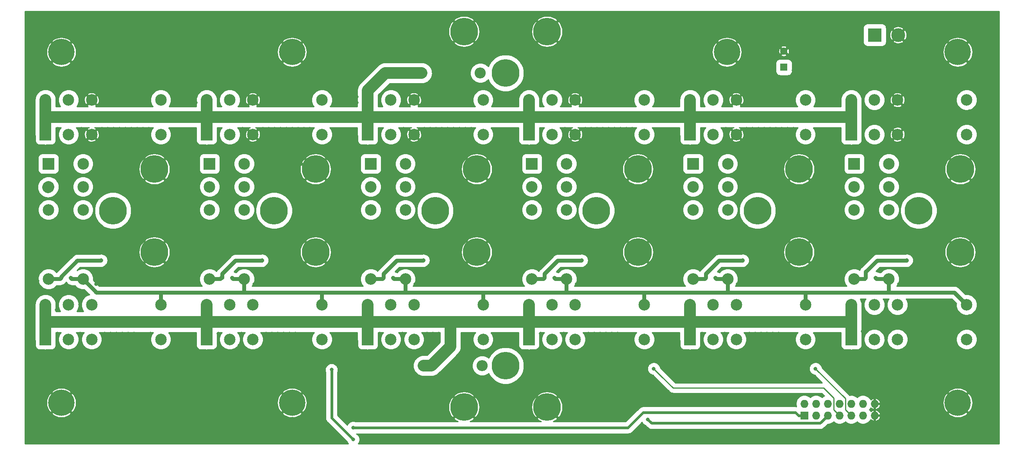
<source format=gbr>
G04 #@! TF.GenerationSoftware,KiCad,Pcbnew,5.1.5-52549c5~86~ubuntu18.04.1*
G04 #@! TF.CreationDate,2020-05-19T19:28:57+02:00*
G04 #@! TF.ProjectId,antenna_switch,616e7465-6e6e-4615-9f73-77697463682e,rev?*
G04 #@! TF.SameCoordinates,Original*
G04 #@! TF.FileFunction,Copper,L2,Bot*
G04 #@! TF.FilePolarity,Positive*
%FSLAX46Y46*%
G04 Gerber Fmt 4.6, Leading zero omitted, Abs format (unit mm)*
G04 Created by KiCad (PCBNEW 5.1.5-52549c5~86~ubuntu18.04.1) date 2020-05-19 19:28:57*
%MOMM*%
%LPD*%
G04 APERTURE LIST*
%ADD10C,6.000000*%
%ADD11C,5.700000*%
%ADD12O,2.400000X2.400000*%
%ADD13C,2.400000*%
%ADD14C,2.500000*%
%ADD15R,2.500000X2.500000*%
%ADD16R,1.600000X1.600000*%
%ADD17C,1.600000*%
%ADD18R,0.600000X0.450000*%
%ADD19R,1.727200X1.727200*%
%ADD20O,1.727200X1.727200*%
%ADD21R,3.000000X3.000000*%
%ADD22C,3.000000*%
%ADD23C,0.800000*%
%ADD24C,2.540000*%
%ADD25C,0.812800*%
%ADD26C,0.609600*%
%ADD27C,0.254000*%
G04 APERTURE END LIST*
D10*
X261620000Y-130810000D03*
X270620000Y-139810000D03*
X270620000Y-121810000D03*
D11*
X305000000Y-172500000D03*
X255000000Y-96400000D03*
X305000000Y-96400000D03*
X160750000Y-172500000D03*
X160750000Y-96400000D03*
X110750000Y-172500000D03*
X110750000Y-96400000D03*
D12*
X201930000Y-164465000D03*
D13*
X189230000Y-164465000D03*
D12*
X201549000Y-100965000D03*
D13*
X188849000Y-100965000D03*
D14*
X291940000Y-151250000D03*
X291940000Y-158750000D03*
X281940000Y-151250000D03*
X286940000Y-151250000D03*
X306940000Y-151250000D03*
X306940000Y-158750000D03*
X286940000Y-158750000D03*
D15*
X281940000Y-158750000D03*
D16*
X267335000Y-99695000D03*
D17*
X267335000Y-96195000D03*
D18*
X110710000Y-145415000D03*
X112810000Y-145415000D03*
X215485000Y-145415000D03*
X217585000Y-145415000D03*
X147735000Y-145415000D03*
X145635000Y-145415000D03*
X250410000Y-145415000D03*
X252510000Y-145415000D03*
X182660000Y-145415000D03*
X180560000Y-145415000D03*
X287215000Y-145415000D03*
X285115000Y-145415000D03*
D19*
X271780000Y-175260000D03*
D20*
X271780000Y-172720000D03*
X274320000Y-175260000D03*
X274320000Y-172720000D03*
X276860000Y-175260000D03*
X276860000Y-172720000D03*
X279400000Y-175260000D03*
X279400000Y-172720000D03*
X281940000Y-175260000D03*
X281940000Y-172720000D03*
X284480000Y-175260000D03*
X284480000Y-172720000D03*
X287020000Y-175260000D03*
X287020000Y-172720000D03*
D21*
X287020000Y-92710000D03*
D22*
X292100000Y-92710000D03*
D14*
X117315000Y-151250000D03*
X117315000Y-158750000D03*
X107315000Y-151250000D03*
X112315000Y-151250000D03*
X132315000Y-151250000D03*
X132315000Y-158750000D03*
X112315000Y-158750000D03*
D15*
X107315000Y-158750000D03*
D14*
X222090000Y-151250000D03*
X222090000Y-158750000D03*
X212090000Y-151250000D03*
X217090000Y-151250000D03*
X237090000Y-151250000D03*
X237090000Y-158750000D03*
X217090000Y-158750000D03*
D15*
X212090000Y-158750000D03*
D14*
X115450000Y-130650000D03*
X107950000Y-130650000D03*
X115450000Y-120650000D03*
X115450000Y-125650000D03*
X115450000Y-145650000D03*
X107950000Y-145650000D03*
X107950000Y-125650000D03*
D15*
X107950000Y-120650000D03*
X212725000Y-120650000D03*
D14*
X212725000Y-125650000D03*
X212725000Y-145650000D03*
X220225000Y-145650000D03*
X220225000Y-125650000D03*
X220225000Y-120650000D03*
X212725000Y-130650000D03*
X220225000Y-130650000D03*
X117315000Y-106800000D03*
X117315000Y-114300000D03*
X107315000Y-106800000D03*
X112315000Y-106800000D03*
X132315000Y-106800000D03*
X132315000Y-114300000D03*
X112315000Y-114300000D03*
D15*
X107315000Y-114300000D03*
X212090000Y-114300000D03*
D14*
X217090000Y-114300000D03*
X237090000Y-114300000D03*
X237090000Y-106800000D03*
X217090000Y-106800000D03*
X212090000Y-106800000D03*
X222090000Y-114300000D03*
X222090000Y-106800000D03*
X152240000Y-151250000D03*
X152240000Y-158750000D03*
X142240000Y-151250000D03*
X147240000Y-151250000D03*
X167240000Y-151250000D03*
X167240000Y-158750000D03*
X147240000Y-158750000D03*
D15*
X142240000Y-158750000D03*
X247015000Y-158750000D03*
D14*
X252015000Y-158750000D03*
X272015000Y-158750000D03*
X272015000Y-151250000D03*
X252015000Y-151250000D03*
X247015000Y-151250000D03*
X257015000Y-158750000D03*
X257015000Y-151250000D03*
D15*
X142875000Y-120650000D03*
D14*
X142875000Y-125650000D03*
X142875000Y-145650000D03*
X150375000Y-145650000D03*
X150375000Y-125650000D03*
X150375000Y-120650000D03*
X142875000Y-130650000D03*
X150375000Y-130650000D03*
X255150000Y-130650000D03*
X247650000Y-130650000D03*
X255150000Y-120650000D03*
X255150000Y-125650000D03*
X255150000Y-145650000D03*
X247650000Y-145650000D03*
X247650000Y-125650000D03*
D15*
X247650000Y-120650000D03*
X142240000Y-114300000D03*
D14*
X147240000Y-114300000D03*
X167240000Y-114300000D03*
X167240000Y-106800000D03*
X147240000Y-106800000D03*
X142240000Y-106800000D03*
X152240000Y-114300000D03*
X152240000Y-106800000D03*
X257015000Y-106800000D03*
X257015000Y-114300000D03*
X247015000Y-106800000D03*
X252015000Y-106800000D03*
X272015000Y-106800000D03*
X272015000Y-114300000D03*
X252015000Y-114300000D03*
D15*
X247015000Y-114300000D03*
X177165000Y-158750000D03*
D14*
X182165000Y-158750000D03*
X202165000Y-158750000D03*
X202165000Y-151250000D03*
X182165000Y-151250000D03*
X177165000Y-151250000D03*
X187165000Y-158750000D03*
X187165000Y-151250000D03*
X185300000Y-130650000D03*
X177800000Y-130650000D03*
X185300000Y-120650000D03*
X185300000Y-125650000D03*
X185300000Y-145650000D03*
X177800000Y-145650000D03*
X177800000Y-125650000D03*
D15*
X177800000Y-120650000D03*
X282575000Y-120650000D03*
D14*
X282575000Y-125650000D03*
X282575000Y-145650000D03*
X290075000Y-145650000D03*
X290075000Y-125650000D03*
X290075000Y-120650000D03*
X282575000Y-130650000D03*
X290075000Y-130650000D03*
D15*
X177165000Y-114300000D03*
D14*
X182165000Y-114300000D03*
X202165000Y-114300000D03*
X202165000Y-106800000D03*
X182165000Y-106800000D03*
X177165000Y-106800000D03*
X187165000Y-114300000D03*
X187165000Y-106800000D03*
D15*
X281940000Y-114300000D03*
D14*
X286940000Y-114300000D03*
X306940000Y-114300000D03*
X306940000Y-106800000D03*
X286940000Y-106800000D03*
X281940000Y-106800000D03*
X291940000Y-114300000D03*
X291940000Y-106800000D03*
D10*
X216010000Y-173465000D03*
X198010000Y-173465000D03*
X207010000Y-164465000D03*
X207010000Y-100965000D03*
X216010000Y-91965000D03*
X198010000Y-91965000D03*
X130920000Y-121810000D03*
X130920000Y-139810000D03*
X121920000Y-130810000D03*
X165845000Y-121810000D03*
X165845000Y-139810000D03*
X156845000Y-130810000D03*
X191770000Y-130810000D03*
X200770000Y-139810000D03*
X200770000Y-121810000D03*
X235695000Y-121810000D03*
X235695000Y-139810000D03*
X226695000Y-130810000D03*
X296545000Y-130810000D03*
X305545000Y-139810000D03*
X305545000Y-121810000D03*
D23*
X249707400Y-102311200D03*
X257327400Y-102311200D03*
X256057400Y-102311200D03*
X247167400Y-102311200D03*
X243357400Y-102311200D03*
X254787400Y-102311200D03*
X242087400Y-102311200D03*
X253517400Y-102311200D03*
X250977400Y-102311200D03*
X239547400Y-102311200D03*
X259867400Y-102311200D03*
X245897400Y-102311200D03*
X248437400Y-102311200D03*
X252247400Y-102311200D03*
X244627400Y-102311200D03*
X258597400Y-102311200D03*
X240817400Y-102311200D03*
X228117400Y-102311200D03*
X235737400Y-102311200D03*
X234467400Y-102311200D03*
X225577400Y-102311200D03*
X221767400Y-102311200D03*
X233197400Y-102311200D03*
X220497400Y-102311200D03*
X231927400Y-102311200D03*
X229387400Y-102311200D03*
X217957400Y-102311200D03*
X238277400Y-102311200D03*
X224307400Y-102311200D03*
X226847400Y-102311200D03*
X230657400Y-102311200D03*
X223037400Y-102311200D03*
X237007400Y-102311200D03*
X219227400Y-102311200D03*
X114833400Y-151206200D03*
X225298000Y-173355000D03*
X177927000Y-165354000D03*
X179197000Y-162687000D03*
X179197000Y-171958000D03*
X179959000Y-167259000D03*
X178562000Y-167259000D03*
X228981000Y-167259000D03*
X227457000Y-167259000D03*
X123825000Y-140716000D03*
X122616000Y-141925000D03*
X158750000Y-140716000D03*
X157541000Y-141925000D03*
X193675000Y-140716000D03*
X192466000Y-141925000D03*
X227137000Y-141925000D03*
X228600000Y-140716000D03*
X262189000Y-141925000D03*
X263525000Y-140716000D03*
X298450000Y-140716000D03*
X297241000Y-141925000D03*
X139065000Y-160020000D03*
X173990000Y-160020000D03*
X167005000Y-163830000D03*
X132207000Y-163449000D03*
X143383000Y-165100000D03*
X145034000Y-162687000D03*
X145034000Y-167513000D03*
X159893000Y-162687000D03*
X159893000Y-167513000D03*
X161417000Y-165100000D03*
X126492000Y-165100000D03*
X124968000Y-162687000D03*
X124968000Y-167513000D03*
X108458000Y-165100000D03*
X109982000Y-162687000D03*
X109982000Y-167513000D03*
X309626000Y-167640000D03*
X312801000Y-159766000D03*
X300990000Y-165100000D03*
X299593000Y-162814000D03*
X299593000Y-167513000D03*
X283210000Y-165100000D03*
X284607000Y-162814000D03*
X284607000Y-167513000D03*
X278765000Y-160020000D03*
X271780000Y-163195000D03*
X266065000Y-165100000D03*
X264668000Y-162814000D03*
X264668000Y-167513000D03*
X249682000Y-162687000D03*
X249682000Y-167513000D03*
X248285000Y-165100000D03*
X243459000Y-160020000D03*
X236855000Y-163322000D03*
X228219000Y-162687000D03*
X232791000Y-175260000D03*
X294005000Y-101600000D03*
X276860000Y-99060000D03*
X119532400Y-146761200D03*
X120802400Y-146761200D03*
X122072400Y-146761200D03*
X123342400Y-146761200D03*
X124612400Y-146761200D03*
X125882400Y-146761200D03*
X118262400Y-146761200D03*
X114833400Y-148666200D03*
X109118400Y-148666200D03*
X109753400Y-152349200D03*
X109753400Y-150190200D03*
X114833400Y-149936200D03*
X114833400Y-152349200D03*
X120167400Y-157556200D03*
X121437400Y-157556200D03*
X122707400Y-157556200D03*
X123977400Y-157556200D03*
X125247400Y-157556200D03*
X126517400Y-157556200D03*
X130073400Y-157556200D03*
X114833400Y-157556200D03*
X109880400Y-157556200D03*
X110007400Y-161366200D03*
X111277400Y-161366200D03*
X112547400Y-161366200D03*
X113817400Y-161366200D03*
X114452400Y-160096200D03*
X110007400Y-160096200D03*
X108737400Y-161366200D03*
X107467400Y-161366200D03*
X106197400Y-161366200D03*
X104927400Y-161366200D03*
X104292400Y-160096200D03*
X104292400Y-158826200D03*
X104292400Y-157556200D03*
X104292400Y-156286200D03*
X104292400Y-155016200D03*
X104292400Y-153746200D03*
X104292400Y-152476200D03*
X104292400Y-151206200D03*
X104292400Y-149936200D03*
X104292400Y-148666200D03*
X105562400Y-148666200D03*
X106832400Y-148666200D03*
X108102400Y-148666200D03*
X109118400Y-143332200D03*
X109118400Y-142316200D03*
X109118400Y-141046200D03*
X118262400Y-145491200D03*
X118262400Y-144221200D03*
X116992400Y-143586200D03*
X120167400Y-158826200D03*
X120167400Y-160096200D03*
X120167400Y-161366200D03*
X109118400Y-139776200D03*
X109118400Y-138506200D03*
X109118400Y-137236200D03*
X109118400Y-135966200D03*
X109118400Y-134696200D03*
X109118400Y-133426200D03*
X114452400Y-139776200D03*
X114452400Y-138506200D03*
X114452400Y-137236200D03*
X114452400Y-135966200D03*
X114452400Y-134696200D03*
X114452400Y-133426200D03*
X117627400Y-132156200D03*
X116992400Y-133426200D03*
X115722400Y-133426200D03*
X120802400Y-125806200D03*
X119532400Y-124536200D03*
X118262400Y-123266200D03*
X118262400Y-121996200D03*
X118262400Y-120726200D03*
X118262400Y-119456200D03*
X116992400Y-118186200D03*
X119532400Y-113106200D03*
X120802400Y-113106200D03*
X122072400Y-113106200D03*
X123342400Y-113106200D03*
X124612400Y-113106200D03*
X125882400Y-113106200D03*
X127152400Y-113106200D03*
X128422400Y-113106200D03*
X129692400Y-113106200D03*
X115722400Y-139776200D03*
X116992400Y-139776200D03*
X118262400Y-139776200D03*
X119532400Y-138506200D03*
X120802400Y-137236200D03*
X122072400Y-135966200D03*
X118262400Y-133426200D03*
X119532400Y-134696200D03*
X120802400Y-135331200D03*
X108102400Y-133426200D03*
X106832400Y-133426200D03*
X106197400Y-132791200D03*
X105562400Y-132156200D03*
X104927400Y-130886200D03*
X104927400Y-129616200D03*
X104927400Y-128346200D03*
X104927400Y-127076200D03*
X104927400Y-125806200D03*
X104927400Y-124536200D03*
X104927400Y-123266200D03*
X105562400Y-147396200D03*
X105562400Y-146126200D03*
X105562400Y-144856200D03*
X106197400Y-143586200D03*
X107467400Y-142951200D03*
X104927400Y-121996200D03*
X104927400Y-120726200D03*
X104927400Y-119456200D03*
X104927400Y-118186200D03*
X104927400Y-116916200D03*
X104546400Y-115646200D03*
X104546400Y-114376200D03*
X104546400Y-113106200D03*
X104546400Y-111836200D03*
X104546400Y-110566200D03*
X104546400Y-109296200D03*
X104546400Y-108026200D03*
X104546400Y-106756200D03*
X104546400Y-105486200D03*
X105308400Y-104724200D03*
X106197400Y-104216200D03*
X107467400Y-104216200D03*
X108737400Y-104216200D03*
X110007400Y-104216200D03*
X111277400Y-104216200D03*
X112547400Y-104216200D03*
X113817400Y-104216200D03*
X115087400Y-105486200D03*
X115087400Y-106756200D03*
X115087400Y-107899200D03*
X110007400Y-107899200D03*
X110007400Y-105486200D03*
X106197400Y-117551200D03*
X107467400Y-117551200D03*
X108737400Y-117551200D03*
X109753400Y-116281200D03*
X109880400Y-115011200D03*
X110007400Y-113106200D03*
X106832400Y-128219200D03*
X119532400Y-107899200D03*
X120802400Y-107899200D03*
X122072400Y-107899200D03*
X123342400Y-107899200D03*
X124612400Y-107899200D03*
X125882400Y-107899200D03*
X127152400Y-107899200D03*
X128422400Y-107899200D03*
X129692400Y-107899200D03*
X130327400Y-146761200D03*
X131597400Y-146761200D03*
X132867400Y-146761200D03*
X134137400Y-146761200D03*
X135407400Y-146761200D03*
X136677400Y-146761200D03*
X137947400Y-146761200D03*
X139217400Y-146761200D03*
X140487400Y-146761200D03*
X130327400Y-161366200D03*
X131597400Y-161366200D03*
X132867400Y-161366200D03*
X134137400Y-161366200D03*
X130327400Y-162636200D03*
X139217400Y-158826200D03*
X144932400Y-160096200D03*
X149377400Y-160096200D03*
X155092400Y-157556200D03*
X156362400Y-157556200D03*
X157632400Y-157556200D03*
X158902400Y-157556200D03*
X160172400Y-157556200D03*
X161442400Y-157556200D03*
X165887400Y-146761200D03*
X167157400Y-146761200D03*
X168427400Y-146761200D03*
X169697400Y-146761200D03*
X170967400Y-146761200D03*
X172237400Y-146761200D03*
X173507400Y-146761200D03*
X174777400Y-146761200D03*
X154457400Y-107899200D03*
X155727400Y-107899200D03*
X156997400Y-107899200D03*
X158267400Y-107899200D03*
X159537400Y-107899200D03*
X160807400Y-107899200D03*
X162077400Y-107899200D03*
X163347400Y-107899200D03*
X164617400Y-107899200D03*
X154457400Y-113106200D03*
X155727400Y-113106200D03*
X156997400Y-113106200D03*
X158267400Y-113106200D03*
X159537400Y-113106200D03*
X160807400Y-113106200D03*
X162077400Y-113106200D03*
X163347400Y-113106200D03*
X164617400Y-113106200D03*
X150012400Y-113106200D03*
X150012400Y-114376200D03*
X150012400Y-115646200D03*
X150012400Y-116916200D03*
X150012400Y-118059200D03*
X115087400Y-113106200D03*
X115087400Y-114376200D03*
X115087400Y-115646200D03*
X115087400Y-116916200D03*
X115087400Y-118059200D03*
X144043400Y-133426200D03*
X144043400Y-134696200D03*
X144043400Y-135966200D03*
X144043400Y-137236200D03*
X144043400Y-138506200D03*
X144043400Y-139776200D03*
X144043400Y-141046200D03*
X144043400Y-142316200D03*
X144043400Y-143332200D03*
X108102400Y-163271200D03*
X108102400Y-167081200D03*
X126517400Y-163271200D03*
X126517400Y-167081200D03*
X139852400Y-106121200D03*
X138582400Y-106121200D03*
X139852400Y-107391200D03*
X139598400Y-113741200D03*
X139598400Y-115011200D03*
X139852400Y-116281200D03*
X139852400Y-117551200D03*
X139852400Y-118821200D03*
X139852400Y-120091200D03*
X139852400Y-121361200D03*
X139852400Y-122631200D03*
X139852400Y-123901200D03*
X139852400Y-125171200D03*
X139852400Y-126441200D03*
X139852400Y-127711200D03*
X139852400Y-128981200D03*
X139852400Y-130251200D03*
X139852400Y-131521200D03*
X139852400Y-132791200D03*
X141122400Y-132791200D03*
X142392400Y-133426200D03*
X141122400Y-128346200D03*
X141122400Y-123266200D03*
X116992400Y-122631200D03*
X106197400Y-123266200D03*
X189382400Y-107899200D03*
X190652400Y-107899200D03*
X191922400Y-107899200D03*
X193192400Y-107899200D03*
X194462400Y-107899200D03*
X195732400Y-107899200D03*
X197002400Y-107899200D03*
X189382400Y-113106200D03*
X190652400Y-113106200D03*
X191922400Y-113106200D03*
X193192400Y-113106200D03*
X194462400Y-113106200D03*
X195732400Y-113106200D03*
X197002400Y-113106200D03*
X198272400Y-113106200D03*
X199542400Y-113106200D03*
X184937400Y-113106200D03*
X184937400Y-114376200D03*
X184937400Y-115646200D03*
X184937400Y-116916200D03*
X184937400Y-118059200D03*
X224307400Y-107899200D03*
X225577400Y-107899200D03*
X226847400Y-107899200D03*
X228117400Y-107899200D03*
X229387400Y-107899200D03*
X230657400Y-107899200D03*
X231927400Y-107899200D03*
X233197400Y-107899200D03*
X234467400Y-107899200D03*
X224307400Y-113106200D03*
X225577400Y-113106200D03*
X226847400Y-113106200D03*
X228117400Y-113106200D03*
X229387400Y-113106200D03*
X230657400Y-113106200D03*
X231927400Y-113106200D03*
X233197400Y-113106200D03*
X234467400Y-113106200D03*
X219862400Y-113106200D03*
X219862400Y-114376200D03*
X219862400Y-115646200D03*
X219862400Y-116916200D03*
X219862400Y-118059200D03*
X259232400Y-107899200D03*
X260502400Y-107899200D03*
X261772400Y-107899200D03*
X263042400Y-107899200D03*
X264312400Y-107899200D03*
X265582400Y-107899200D03*
X266852400Y-107899200D03*
X268122400Y-107899200D03*
X269392400Y-107899200D03*
X259232400Y-113106200D03*
X260502400Y-113106200D03*
X261772400Y-113106200D03*
X263042400Y-113106200D03*
X264312400Y-113106200D03*
X265582400Y-113106200D03*
X266852400Y-113106200D03*
X268122400Y-113106200D03*
X269392400Y-113106200D03*
X254787400Y-113106200D03*
X254787400Y-114376200D03*
X254787400Y-115646200D03*
X254787400Y-116916200D03*
X254787400Y-118059200D03*
X289712400Y-106121200D03*
X289712400Y-107391200D03*
X289712400Y-108661200D03*
X289712400Y-109931200D03*
X289712400Y-111201200D03*
X289712400Y-112471200D03*
X289712400Y-113741200D03*
X289712400Y-115011200D03*
X289712400Y-116281200D03*
X289712400Y-117551200D03*
X290982400Y-118186200D03*
X292252400Y-118821200D03*
X292887400Y-120091200D03*
X292887400Y-121361200D03*
X292887400Y-122631200D03*
X293522400Y-123901200D03*
X294792400Y-125171200D03*
X296062400Y-126441200D03*
X284378400Y-106121200D03*
X279425400Y-106121200D03*
X278155400Y-106121200D03*
X178968400Y-133426200D03*
X178968400Y-134696200D03*
X178968400Y-135966200D03*
X178968400Y-137236200D03*
X178968400Y-138506200D03*
X178968400Y-139776200D03*
X178968400Y-141046200D03*
X178968400Y-142316200D03*
X178968400Y-143332200D03*
X149377400Y-133426200D03*
X149377400Y-134696200D03*
X149377400Y-135966200D03*
X149377400Y-137236200D03*
X149377400Y-138506200D03*
X149377400Y-139776200D03*
X150647400Y-133426200D03*
X151917400Y-133426200D03*
X153187400Y-133426200D03*
X152552400Y-132156200D03*
X150647400Y-139776200D03*
X151917400Y-139776200D03*
X153187400Y-139776200D03*
X154457400Y-138506200D03*
X155727400Y-137236200D03*
X156997400Y-135966200D03*
X155727400Y-135331200D03*
X153822400Y-134696200D03*
X152552400Y-146761200D03*
X153822400Y-146761200D03*
X155092400Y-146761200D03*
X156362400Y-146761200D03*
X157632400Y-146761200D03*
X158902400Y-146761200D03*
X160172400Y-146761200D03*
X161442400Y-146761200D03*
X153187400Y-145491200D03*
X152552400Y-144221200D03*
X187477400Y-146761200D03*
X188747400Y-146761200D03*
X190017400Y-146761200D03*
X191287400Y-146761200D03*
X192557400Y-146761200D03*
X193827400Y-146761200D03*
X195097400Y-146761200D03*
X196367400Y-146761200D03*
X188112400Y-145491200D03*
X187477400Y-144221200D03*
X184302400Y-133426200D03*
X184302400Y-134696200D03*
X184302400Y-135966200D03*
X184302400Y-137236200D03*
X184302400Y-138506200D03*
X184302400Y-139776200D03*
X185572400Y-139776200D03*
X188112400Y-139776200D03*
X186842400Y-139776200D03*
X185572400Y-133426200D03*
X186842400Y-133426200D03*
X188112400Y-133426200D03*
X187477400Y-132156200D03*
X189382400Y-138506200D03*
X190652400Y-137236200D03*
X191922400Y-135966200D03*
X190652400Y-135331200D03*
X189382400Y-134696200D03*
X200812400Y-146761200D03*
X202082400Y-146761200D03*
X203352400Y-146761200D03*
X204622400Y-146761200D03*
X222402400Y-146761200D03*
X223672400Y-146761200D03*
X224942400Y-146761200D03*
X226212400Y-146761200D03*
X227482400Y-146761200D03*
X228752400Y-146761200D03*
X230022400Y-146761200D03*
X231292400Y-146761200D03*
X223037400Y-145491200D03*
X222402400Y-144221200D03*
X235102400Y-146761200D03*
X236372400Y-146761200D03*
X237642400Y-146761200D03*
X238912400Y-146761200D03*
X240182400Y-146761200D03*
X241452400Y-146761200D03*
X242722400Y-146761200D03*
X243992400Y-146761200D03*
X245262400Y-146761200D03*
X213893400Y-133426200D03*
X213893400Y-134696200D03*
X213893400Y-135966200D03*
X213893400Y-137236200D03*
X213893400Y-138506200D03*
X213893400Y-139776200D03*
X213893400Y-141046200D03*
X213893400Y-142316200D03*
X213893400Y-143332200D03*
X219227400Y-133426200D03*
X219227400Y-134696200D03*
X219227400Y-135966200D03*
X219227400Y-137236200D03*
X219227400Y-138506200D03*
X219227400Y-139776200D03*
X220497400Y-139776200D03*
X221767400Y-139776200D03*
X223037400Y-139776200D03*
X224307400Y-138506200D03*
X225577400Y-137236200D03*
X226847400Y-135966200D03*
X225577400Y-135331200D03*
X220497400Y-133426200D03*
X221767400Y-133426200D03*
X223037400Y-133426200D03*
X222402400Y-132156200D03*
X224307400Y-134696200D03*
X248818400Y-133426200D03*
X248818400Y-134696200D03*
X248818400Y-135966200D03*
X248818400Y-137236200D03*
X248818400Y-138506200D03*
X248818400Y-139776200D03*
X248818400Y-141046200D03*
X248818400Y-142316200D03*
X248818400Y-143332200D03*
X254152400Y-133426200D03*
X254152400Y-134696200D03*
X254152400Y-135966200D03*
X254152400Y-137236200D03*
X254152400Y-138506200D03*
X254152400Y-139776200D03*
X255422400Y-139776200D03*
X256692400Y-139776200D03*
X257962400Y-139776200D03*
X259232400Y-138506200D03*
X260502400Y-137236200D03*
X261772400Y-135966200D03*
X260502400Y-135331200D03*
X255422400Y-133426200D03*
X256692400Y-133426200D03*
X257962400Y-133426200D03*
X257327400Y-132156200D03*
X259232400Y-134696200D03*
X257327400Y-146761200D03*
X258597400Y-146761200D03*
X259867400Y-146761200D03*
X261137400Y-146761200D03*
X257962400Y-145491200D03*
X257327400Y-144221200D03*
X262407400Y-146761200D03*
X263677400Y-146761200D03*
X264947400Y-146761200D03*
X266217400Y-146761200D03*
X270281400Y-146761200D03*
X271297400Y-146761200D03*
X272567400Y-146761200D03*
X273837400Y-146761200D03*
X275107400Y-146761200D03*
X276377400Y-146761200D03*
X277647400Y-146761200D03*
X278917400Y-146761200D03*
X280187400Y-146761200D03*
X283743400Y-133426200D03*
X283743400Y-134696200D03*
X283743400Y-135966200D03*
X283743400Y-137236200D03*
X283743400Y-138506200D03*
X283743400Y-139776200D03*
X283743400Y-141046200D03*
X283743400Y-142316200D03*
X283743400Y-143332200D03*
X289077400Y-133426200D03*
X289077400Y-134696200D03*
X289077400Y-135966200D03*
X289077400Y-137236200D03*
X289077400Y-138506200D03*
X289077400Y-139776200D03*
X290347400Y-139776200D03*
X291617400Y-139776200D03*
X292887400Y-139776200D03*
X294157400Y-138506200D03*
X295427400Y-137236200D03*
X296697400Y-135966200D03*
X295427400Y-135331200D03*
X290347400Y-133426200D03*
X291617400Y-133426200D03*
X292887400Y-133426200D03*
X292252400Y-132156200D03*
X294157400Y-134696200D03*
X292252400Y-146761200D03*
X293522400Y-146761200D03*
X294792400Y-146761200D03*
X296062400Y-146761200D03*
X297332400Y-146761200D03*
X298602400Y-146761200D03*
X299872400Y-146761200D03*
X301142400Y-146761200D03*
X292887400Y-145491200D03*
X292252400Y-144221200D03*
X304952400Y-146761200D03*
X306222400Y-148031200D03*
X307492400Y-148666200D03*
X308762400Y-148666200D03*
X310032400Y-148666200D03*
X311302400Y-148666200D03*
X312572400Y-149301200D03*
X174777400Y-106121200D03*
X173507400Y-106121200D03*
X174777400Y-107391200D03*
X174523400Y-113741200D03*
X174523400Y-115011200D03*
X174777400Y-116281200D03*
X174777400Y-117551200D03*
X174777400Y-118821200D03*
X174777400Y-120091200D03*
X174777400Y-121361200D03*
X174777400Y-122631200D03*
X174777400Y-123901200D03*
X174777400Y-125171200D03*
X174777400Y-126441200D03*
X174777400Y-127711200D03*
X174777400Y-128981200D03*
X174777400Y-130251200D03*
X174777400Y-131521200D03*
X174777400Y-132791200D03*
X176047400Y-133426200D03*
X177317400Y-133426200D03*
X176047400Y-128346200D03*
X176047400Y-123266200D03*
X176047400Y-117551200D03*
X177317400Y-117551200D03*
X178587400Y-117551200D03*
X209702400Y-117551200D03*
X209702400Y-116281200D03*
X209702400Y-118821200D03*
X209702400Y-120091200D03*
X209702400Y-121361200D03*
X209702400Y-122631200D03*
X209702400Y-123901200D03*
X209702400Y-125171200D03*
X209702400Y-126441200D03*
X209702400Y-127711200D03*
X209702400Y-128981200D03*
X209702400Y-130251200D03*
X209702400Y-131521200D03*
X209702400Y-132791200D03*
X210972400Y-133426200D03*
X212242400Y-133426200D03*
X210972400Y-117551200D03*
X212242400Y-117551200D03*
X213512400Y-117551200D03*
X210972400Y-123266200D03*
X210972400Y-128346200D03*
X141122400Y-117551200D03*
X142392400Y-117551200D03*
X143662400Y-117551200D03*
X244627400Y-117551200D03*
X244627400Y-116281200D03*
X244373400Y-115011200D03*
X244373400Y-113741200D03*
X243992400Y-106121200D03*
X246532400Y-117551200D03*
X247802400Y-117551200D03*
X249072400Y-117551200D03*
X244627400Y-118821200D03*
X244627400Y-120091200D03*
X244627400Y-121361200D03*
X244627400Y-122631200D03*
X244627400Y-123901200D03*
X244627400Y-125171200D03*
X244627400Y-126441200D03*
X244627400Y-127711200D03*
X244627400Y-128981200D03*
X244627400Y-130251200D03*
X244627400Y-131521200D03*
X244627400Y-132791200D03*
X245897400Y-133426200D03*
X247167400Y-133426200D03*
X279552400Y-117551200D03*
X279552400Y-116281200D03*
X279298400Y-115011200D03*
X279298400Y-113741200D03*
X280822400Y-117551200D03*
X282092400Y-117551200D03*
X283362400Y-117551200D03*
X279552400Y-118821200D03*
X279552400Y-120091200D03*
X279552400Y-121361200D03*
X279552400Y-122631200D03*
X279552400Y-123901200D03*
X279552400Y-125171200D03*
X279552400Y-126441200D03*
X279552400Y-127711200D03*
X279552400Y-128981200D03*
X279552400Y-130251200D03*
X279552400Y-131521200D03*
X279552400Y-132791200D03*
X280822400Y-133426200D03*
X282092400Y-133426200D03*
X190017400Y-157556200D03*
X191287400Y-157556200D03*
X192557400Y-157556200D03*
X192557400Y-158826200D03*
X191287400Y-160096200D03*
X190017400Y-161366200D03*
X188112400Y-162001200D03*
X190017400Y-159461200D03*
X188112400Y-167081200D03*
X189382400Y-167081200D03*
X190652400Y-167081200D03*
X191922400Y-167081200D03*
X191922400Y-167081200D03*
X193192400Y-166446200D03*
X193192400Y-166446200D03*
X194462400Y-165176200D03*
X195732400Y-163906200D03*
X197002400Y-162636200D03*
X177317400Y-167081200D03*
X177317400Y-168351200D03*
X177317400Y-169621200D03*
X177317400Y-170891200D03*
X177317400Y-172161200D03*
X177317400Y-163906200D03*
X177317400Y-162636200D03*
X177317400Y-161366200D03*
X178587400Y-161366200D03*
X179857400Y-161366200D03*
X181127400Y-161366200D03*
X182397400Y-161366200D03*
X176047400Y-161366200D03*
X174777400Y-161366200D03*
X203352400Y-167716200D03*
X204622400Y-168986200D03*
X205892400Y-170256200D03*
X207162400Y-171526200D03*
X208432400Y-172796200D03*
X209702400Y-174066200D03*
X210972400Y-175336200D03*
X214655400Y-157556200D03*
X212877400Y-161366200D03*
X214147400Y-161366200D03*
X215417400Y-161366200D03*
X216687400Y-161366200D03*
X217957400Y-161366200D03*
X219227400Y-161366200D03*
X219608400Y-157556200D03*
X224942400Y-157556200D03*
X226212400Y-157556200D03*
X227482400Y-157556200D03*
X228752400Y-157556200D03*
X230022400Y-157556200D03*
X231292400Y-157556200D03*
X224942400Y-162636200D03*
X226212400Y-162636200D03*
X230022400Y-162636200D03*
X230022400Y-163906200D03*
X230022400Y-165176200D03*
X230022400Y-166446200D03*
X230022400Y-167716200D03*
X230022400Y-168986200D03*
X230022400Y-170256200D03*
X230022400Y-171526200D03*
X243992400Y-161366200D03*
X245262400Y-161366200D03*
X246532400Y-161366200D03*
X247802400Y-161366200D03*
X249072400Y-161366200D03*
X250342400Y-161366200D03*
X251612400Y-161366200D03*
X252882400Y-161366200D03*
X254152400Y-161366200D03*
X254533400Y-157556200D03*
X249580400Y-157556200D03*
X243992400Y-158826200D03*
X235102400Y-161366200D03*
X236372400Y-161366200D03*
X237642400Y-161366200D03*
X238912400Y-161366200D03*
X259867400Y-157556200D03*
X261137400Y-157556200D03*
X262407400Y-157556200D03*
X263677400Y-157556200D03*
X264947400Y-157556200D03*
X266217400Y-157556200D03*
X270027400Y-161366200D03*
X271297400Y-161366200D03*
X272567400Y-161366200D03*
X273837400Y-161366200D03*
X278917400Y-161366200D03*
X280187400Y-161366200D03*
X281457400Y-161366200D03*
X278917400Y-158826200D03*
X282727400Y-161366200D03*
X283997400Y-161366200D03*
X285267400Y-161366200D03*
X286537400Y-161366200D03*
X287807400Y-161366200D03*
X289077400Y-161366200D03*
X289458400Y-150571200D03*
X284378400Y-150571200D03*
X284378400Y-157048200D03*
X294792400Y-150571200D03*
X294792400Y-151841200D03*
X294792400Y-153111200D03*
X294792400Y-154381200D03*
X294792400Y-155651200D03*
X294792400Y-156921200D03*
X294792400Y-158191200D03*
X294792400Y-159461200D03*
X294792400Y-160731200D03*
X294792400Y-162001200D03*
X295427400Y-162636200D03*
X296697400Y-162636200D03*
X297967400Y-162636200D03*
X301142400Y-162636200D03*
X301142400Y-163906200D03*
X298602400Y-167716200D03*
X297332400Y-167716200D03*
X296062400Y-167716200D03*
X285902400Y-167716200D03*
X287172400Y-167716200D03*
X288442400Y-167716200D03*
X283362400Y-162636200D03*
X283362400Y-163906200D03*
X283362400Y-166446200D03*
X283362400Y-167716200D03*
X285902400Y-162636200D03*
X287172400Y-162636200D03*
X288442400Y-162636200D03*
X259867400Y-158826200D03*
X259867400Y-160096200D03*
X259867400Y-161366200D03*
X260502400Y-162636200D03*
X261772400Y-162636200D03*
X263042400Y-162636200D03*
X266217400Y-162636200D03*
X266217400Y-163906200D03*
X266217400Y-166446200D03*
X250977400Y-162636200D03*
X252247400Y-162636200D03*
X253517400Y-162636200D03*
X248437400Y-162636200D03*
X248437400Y-163906200D03*
X248437400Y-166446200D03*
X247167400Y-167081200D03*
X247167400Y-163271200D03*
X282092400Y-167081200D03*
X282092400Y-163271200D03*
X224942400Y-158826200D03*
X224942400Y-160096200D03*
X224942400Y-161366200D03*
X224942400Y-161366200D03*
X219227400Y-162636200D03*
X219227400Y-163906200D03*
X219227400Y-165176200D03*
X219227400Y-166446200D03*
X219227400Y-167716200D03*
X188112400Y-168351200D03*
X188112400Y-169621200D03*
X188112400Y-170891200D03*
X187477400Y-172161200D03*
X186207400Y-172796200D03*
X184937400Y-172796200D03*
X183667400Y-172796200D03*
X182397400Y-172796200D03*
X181127400Y-172796200D03*
X179857400Y-172796200D03*
X178587400Y-172796200D03*
X149758400Y-157556200D03*
X144805400Y-157556200D03*
X155092400Y-158826200D03*
X155092400Y-160096200D03*
X155092400Y-161366200D03*
X155727400Y-162636200D03*
X156997400Y-162636200D03*
X158267400Y-162636200D03*
X161442400Y-162636200D03*
X161442400Y-163906200D03*
X161442400Y-166446200D03*
X161442400Y-167716200D03*
X158267400Y-167716200D03*
X156997400Y-167716200D03*
X155727400Y-167716200D03*
X146202400Y-167716200D03*
X147472400Y-167716200D03*
X148742400Y-167716200D03*
X143662400Y-162636200D03*
X143662400Y-163906200D03*
X143662400Y-166446200D03*
X143662400Y-167716200D03*
X146202400Y-162636200D03*
X147472400Y-162636200D03*
X148742400Y-162636200D03*
X149377400Y-161366200D03*
X139852400Y-161366200D03*
X141122400Y-161366200D03*
X142392400Y-161366200D03*
X143662400Y-161366200D03*
X144932400Y-161366200D03*
X146202400Y-161366200D03*
X147472400Y-161366200D03*
X142392400Y-163271200D03*
X142392400Y-167081200D03*
X111277400Y-162636200D03*
X112547400Y-162636200D03*
X113817400Y-162636200D03*
X120802400Y-162636200D03*
X122072400Y-162636200D03*
X123342400Y-162636200D03*
X123342400Y-167716200D03*
X122072400Y-167716200D03*
X120802400Y-167716200D03*
X120802400Y-167716200D03*
X111277400Y-167716200D03*
X112547400Y-167716200D03*
X113817400Y-167716200D03*
X184683400Y-157556200D03*
X179730400Y-157556200D03*
X289458400Y-158572200D03*
X151282400Y-118186200D03*
X152552400Y-118821200D03*
X153187400Y-120091200D03*
X153187400Y-121361200D03*
X153187400Y-122631200D03*
X151917400Y-122631200D03*
X153822400Y-123901200D03*
X155092400Y-125171200D03*
X156362400Y-126441200D03*
X156362400Y-126441200D03*
X186207400Y-118186200D03*
X187477400Y-118821200D03*
X188112400Y-120091200D03*
X188112400Y-121361200D03*
X188112400Y-122631200D03*
X186842400Y-122631200D03*
X188747400Y-123901200D03*
X190017400Y-125171200D03*
X191287400Y-126441200D03*
X221132400Y-118186200D03*
X222402400Y-118821200D03*
X223037400Y-120091200D03*
X223037400Y-121361200D03*
X223037400Y-122631200D03*
X221767400Y-122631200D03*
X223672400Y-123901200D03*
X224942400Y-125171200D03*
X226212400Y-126441200D03*
X226212400Y-126441200D03*
X245897400Y-123266200D03*
X245897400Y-128346200D03*
X280822400Y-123266200D03*
X280822400Y-128346200D03*
X256057400Y-118186200D03*
X257327400Y-118821200D03*
X257962400Y-120091200D03*
X257962400Y-121361200D03*
X257962400Y-122631200D03*
X256692400Y-122631200D03*
X258597400Y-123901200D03*
X259867400Y-125171200D03*
X261137400Y-126441200D03*
X261137400Y-126441200D03*
X176047400Y-102311200D03*
X177317400Y-101041200D03*
X178587400Y-99771200D03*
X179857400Y-98501200D03*
X181127400Y-97866200D03*
X182397400Y-97866200D03*
X183667400Y-97866200D03*
X184937400Y-97866200D03*
X186207400Y-97866200D03*
X187477400Y-97866200D03*
X188747400Y-97866200D03*
X190017400Y-97866200D03*
X191287400Y-97866200D03*
X192557400Y-97866200D03*
X193827400Y-97866200D03*
X195097400Y-97866200D03*
X196367400Y-97866200D03*
X197637400Y-97866200D03*
X198907400Y-97866200D03*
X200177400Y-97866200D03*
X201447400Y-97866200D03*
X202717400Y-97866200D03*
X203987400Y-97866200D03*
X129692400Y-106756200D03*
X129692400Y-105486200D03*
X130327400Y-104216200D03*
X131597400Y-102946200D03*
X132867400Y-102311200D03*
X134137400Y-102311200D03*
X135407400Y-102311200D03*
X136677400Y-102311200D03*
X137947400Y-102311200D03*
X139217400Y-102311200D03*
X140487400Y-102311200D03*
X141757400Y-102311200D03*
X143027400Y-102311200D03*
X144297400Y-102311200D03*
X145567400Y-102311200D03*
X146837400Y-102311200D03*
X148107400Y-102311200D03*
X149377400Y-102311200D03*
X150647400Y-102311200D03*
X151917400Y-102311200D03*
X153187400Y-102311200D03*
X154457400Y-102311200D03*
X155727400Y-102311200D03*
X156997400Y-102311200D03*
X158267400Y-102311200D03*
X159537400Y-102311200D03*
X160807400Y-102311200D03*
X162077400Y-102311200D03*
X163347400Y-102311200D03*
X164617400Y-102311200D03*
X165887400Y-102311200D03*
X167157400Y-102311200D03*
X168427400Y-102311200D03*
X169697400Y-102311200D03*
X170967400Y-102311200D03*
X172237400Y-102311200D03*
X173507400Y-102311200D03*
X174777400Y-102311200D03*
X211607400Y-102311200D03*
X212877400Y-102311200D03*
X214147400Y-102311200D03*
X215417400Y-102311200D03*
X216687400Y-102311200D03*
X261137400Y-102311200D03*
X262407400Y-102311200D03*
X263677400Y-102311200D03*
X264947400Y-102311200D03*
X269392400Y-102311200D03*
X270662400Y-102311200D03*
X271932400Y-102311200D03*
X273202400Y-102311200D03*
X274472400Y-102311200D03*
X277012400Y-92151200D03*
X294157400Y-100406200D03*
X294792400Y-102311200D03*
X296062400Y-102311200D03*
X297332400Y-102311200D03*
X298602400Y-102311200D03*
X299872400Y-102311200D03*
X301142400Y-102311200D03*
X302412400Y-102311200D03*
X303682400Y-102311200D03*
X304952400Y-102311200D03*
X306222400Y-102946200D03*
X307492400Y-104216200D03*
X308762400Y-104216200D03*
X310032400Y-104216200D03*
X311302400Y-104851200D03*
X312572400Y-105486200D03*
X128422400Y-166446200D03*
X129692400Y-167716200D03*
X130962400Y-168986200D03*
X132232400Y-170256200D03*
X133502400Y-171526200D03*
X134772400Y-172796200D03*
X136042400Y-174066200D03*
X137312400Y-175336200D03*
X138582400Y-176606200D03*
X139852400Y-177876200D03*
X141122400Y-179146200D03*
X142392400Y-180416200D03*
X141122400Y-168351200D03*
X142392400Y-169621200D03*
X143662400Y-170891200D03*
X143662400Y-170891200D03*
X144932400Y-172161200D03*
X146202400Y-173431200D03*
X147472400Y-174701200D03*
X148742400Y-175971200D03*
X150647400Y-175971200D03*
X153187400Y-175971200D03*
X155092400Y-175971200D03*
X156997400Y-175971200D03*
X158902400Y-175971200D03*
X160807400Y-175971200D03*
X162712400Y-175971200D03*
X164617400Y-175971200D03*
X166522400Y-175971200D03*
X167157400Y-174066200D03*
X167157400Y-172161200D03*
X166522400Y-170256200D03*
X164617400Y-168986200D03*
X163347400Y-167716200D03*
X171602400Y-169621200D03*
X172872400Y-170891200D03*
X174142400Y-172161200D03*
X175412400Y-173431200D03*
X176682400Y-174701200D03*
X177952400Y-175971200D03*
X179857400Y-175971200D03*
X181762400Y-175971200D03*
X184302400Y-175971200D03*
X186207400Y-175971200D03*
X188112400Y-175971200D03*
X190017400Y-175971200D03*
X191922400Y-175971200D03*
X193827400Y-175971200D03*
X201447400Y-175971200D03*
X203352400Y-175971200D03*
X205257400Y-175971200D03*
X203987400Y-174701200D03*
X202717400Y-173431200D03*
X198907400Y-169621200D03*
X197002400Y-167716200D03*
X196367400Y-165811200D03*
X214147400Y-162636200D03*
X215417400Y-163906200D03*
X216687400Y-165176200D03*
X217957400Y-166446200D03*
X246532400Y-180416200D03*
X249072400Y-180416200D03*
X251612400Y-180416200D03*
X254152400Y-180416200D03*
X256692400Y-180416200D03*
X259232400Y-180416200D03*
X261772400Y-180416200D03*
X264312400Y-180416200D03*
X266852400Y-180416200D03*
X269392400Y-180416200D03*
X271932400Y-180416200D03*
X274472400Y-180416200D03*
X277647400Y-180416200D03*
X280187400Y-180416200D03*
X282727400Y-180416200D03*
X285267400Y-180416200D03*
X287807400Y-180416200D03*
X290347400Y-180416200D03*
X292887400Y-180416200D03*
X295427400Y-180416200D03*
X297967400Y-180416200D03*
X300507400Y-180416200D03*
X303047400Y-180416200D03*
X306222400Y-180416200D03*
X309397400Y-180416200D03*
X312572400Y-180416200D03*
X312572400Y-177241200D03*
X312572400Y-174066200D03*
X312572400Y-170891200D03*
X231292400Y-158826200D03*
X231292400Y-160096200D03*
X231292400Y-161366200D03*
X231292400Y-162636200D03*
X233197400Y-165811200D03*
X231927400Y-164541200D03*
X234467400Y-167081200D03*
X235737400Y-168351200D03*
X237007400Y-169621200D03*
X238277400Y-170891200D03*
X240182400Y-170891200D03*
X242087400Y-170891200D03*
X231927400Y-171526200D03*
X233832400Y-171526200D03*
X235737400Y-171526200D03*
X237007400Y-172796200D03*
X238912400Y-172796200D03*
X240817400Y-172796200D03*
X313207400Y-115646200D03*
X313207400Y-117551200D03*
X313207400Y-119456200D03*
X313207400Y-121361200D03*
X313207400Y-123266200D03*
X313207400Y-125171200D03*
X313207400Y-127076200D03*
X313207400Y-128981200D03*
X313207400Y-130886200D03*
X313207400Y-132791200D03*
X313207400Y-134696200D03*
X313207400Y-136601200D03*
X313207400Y-138506200D03*
X313207400Y-140411200D03*
X313207400Y-142316200D03*
X313207400Y-144221200D03*
X313207400Y-146126200D03*
X313207400Y-148031200D03*
X126517400Y-137236200D03*
X127787400Y-135966200D03*
X129057400Y-134696200D03*
X130327400Y-133426200D03*
X131597400Y-132156200D03*
X132867400Y-130886200D03*
X134137400Y-129616200D03*
X135407400Y-128346200D03*
X136677400Y-127076200D03*
X137947400Y-125806200D03*
X161442400Y-137236200D03*
X162712400Y-135966200D03*
X163982400Y-134696200D03*
X165252400Y-133426200D03*
X166522400Y-132156200D03*
X167792400Y-130886200D03*
X169062400Y-129616200D03*
X170332400Y-128346200D03*
X171602400Y-127076200D03*
X172872400Y-125806200D03*
X197002400Y-136601200D03*
X198272400Y-135331200D03*
X199542400Y-134061200D03*
X200812400Y-132791200D03*
X202082400Y-131521200D03*
X203352400Y-130251200D03*
X204622400Y-128981200D03*
X205257400Y-130886200D03*
X205257400Y-132791200D03*
X205257400Y-134696200D03*
X205257400Y-134696200D03*
X205257400Y-136601200D03*
X205257400Y-136601200D03*
X205257400Y-138506200D03*
X205257400Y-140411200D03*
X205257400Y-142316200D03*
X205257400Y-144221200D03*
X200812400Y-144221200D03*
X200812400Y-145491200D03*
X165887400Y-143586200D03*
X165887400Y-144856200D03*
X130327400Y-144221200D03*
X130327400Y-145491200D03*
X231927400Y-136601200D03*
X233197400Y-135331200D03*
X234467400Y-134061200D03*
X235737400Y-132791200D03*
X237007400Y-131521200D03*
X238277400Y-130251200D03*
X239547400Y-128981200D03*
X240817400Y-127711200D03*
X242087400Y-126441200D03*
X243357400Y-125171200D03*
X235102400Y-144221200D03*
X235102400Y-145491200D03*
X270281400Y-144221200D03*
X270281400Y-145491200D03*
X266852400Y-136601200D03*
X268122400Y-135331200D03*
X269392400Y-134061200D03*
X270662400Y-132791200D03*
X271932400Y-131521200D03*
X273202400Y-130251200D03*
X274472400Y-128981200D03*
X275742400Y-127711200D03*
X277012400Y-126441200D03*
X278282400Y-125171200D03*
X301777400Y-136601200D03*
X303047400Y-135331200D03*
X304317400Y-134061200D03*
X305587400Y-132791200D03*
X306857400Y-131521200D03*
X308127400Y-130251200D03*
X309397400Y-128981200D03*
X310667400Y-127711200D03*
X311937400Y-126441200D03*
X119532400Y-116916200D03*
X129692400Y-116916200D03*
X132232400Y-116916200D03*
X120802400Y-115646200D03*
X125882400Y-115646200D03*
X125882400Y-115646200D03*
X123342400Y-115646200D03*
X128422400Y-115646200D03*
X136042400Y-130886200D03*
X133502400Y-133426200D03*
X136042400Y-133426200D03*
X138582400Y-133426200D03*
X141122400Y-135966200D03*
X138582400Y-135966200D03*
X136042400Y-135966200D03*
X133502400Y-135966200D03*
X130962400Y-135966200D03*
X134772400Y-137236200D03*
X141122400Y-138506200D03*
X138582400Y-138506200D03*
X136042400Y-138506200D03*
X134772400Y-139776200D03*
X141122400Y-141046200D03*
X138582400Y-141046200D03*
X136042400Y-141046200D03*
X134772400Y-142316200D03*
X142392400Y-142316200D03*
X141122400Y-143586200D03*
X138582400Y-143586200D03*
X136042400Y-143586200D03*
X133502400Y-143586200D03*
X132232400Y-144856200D03*
X134772400Y-144856200D03*
X137312400Y-144856200D03*
X139852400Y-144856200D03*
X138582400Y-130886200D03*
X138582400Y-128346200D03*
X138582400Y-123266200D03*
X138582400Y-120726200D03*
X138582400Y-118186200D03*
X138582400Y-115646200D03*
X116992400Y-116916200D03*
X118262400Y-118186200D03*
X120802400Y-118186200D03*
X123342400Y-118186200D03*
X125882400Y-118186200D03*
X128422400Y-118186200D03*
X130962400Y-118186200D03*
X133502400Y-118186200D03*
X125882400Y-120726200D03*
X123342400Y-120726200D03*
X120802400Y-120726200D03*
X127152400Y-121996200D03*
X123342400Y-123266200D03*
X120802400Y-123266200D03*
X122072400Y-124536200D03*
X117627400Y-135331200D03*
X118897400Y-136601200D03*
X116357400Y-136601200D03*
X117627400Y-137871200D03*
X122072400Y-158826200D03*
X124612400Y-158826200D03*
X123342400Y-160096200D03*
X125882400Y-160096200D03*
X124612400Y-161366200D03*
X122072400Y-161366200D03*
X104292400Y-163906200D03*
X105562400Y-165176200D03*
X104292400Y-166446200D03*
X105562400Y-167716200D03*
X104292400Y-168986200D03*
X109372400Y-168986200D03*
X105562400Y-170256200D03*
X104292400Y-171526200D03*
X105562400Y-172796200D03*
X104292400Y-174066200D03*
X105562400Y-175336200D03*
X104292400Y-176606200D03*
X105562400Y-177876200D03*
X104292400Y-179146200D03*
X106832400Y-179146200D03*
X105562400Y-180416200D03*
X108102400Y-180416200D03*
X110642400Y-180416200D03*
X113182400Y-180416200D03*
X115722400Y-180416200D03*
X118262400Y-180416200D03*
X120802400Y-180416200D03*
X123342400Y-180416200D03*
X125882400Y-180416200D03*
X128422400Y-180416200D03*
X130962400Y-180416200D03*
X133502400Y-180416200D03*
X136042400Y-180416200D03*
X138582400Y-180416200D03*
X137312400Y-179146200D03*
X134772400Y-179146200D03*
X132232400Y-179146200D03*
X129692400Y-179146200D03*
X127152400Y-179146200D03*
X124612400Y-179146200D03*
X122072400Y-179146200D03*
X119532400Y-179146200D03*
X116992400Y-179146200D03*
X114452400Y-179146200D03*
X111912400Y-179146200D03*
X109372400Y-179146200D03*
X133502400Y-177876200D03*
X136042400Y-177876200D03*
X134772400Y-176606200D03*
X132232400Y-176606200D03*
X130962400Y-175336200D03*
X133502400Y-175336200D03*
X132232400Y-174066200D03*
X129692400Y-174066200D03*
X128422400Y-172796200D03*
X130962400Y-172796200D03*
X129692400Y-171526200D03*
X127152400Y-171526200D03*
X115722400Y-170256200D03*
X118262400Y-170256200D03*
X120802400Y-170256200D03*
X123342400Y-170256200D03*
X125882400Y-170256200D03*
X128422400Y-170256200D03*
X127152400Y-168986200D03*
X124612400Y-168986200D03*
X122072400Y-168986200D03*
X119532400Y-168986200D03*
X116992400Y-168986200D03*
X114452400Y-168986200D03*
X111912400Y-168986200D03*
X104292400Y-134696200D03*
X106832400Y-134696200D03*
X108102400Y-135966200D03*
X105562400Y-135966200D03*
X104292400Y-137236200D03*
X106832400Y-137236200D03*
X108102400Y-138506200D03*
X105562400Y-138506200D03*
X104292400Y-139776200D03*
X104292400Y-142316200D03*
X105562400Y-141046200D03*
X106832400Y-139776200D03*
X108102400Y-141046200D03*
X106832400Y-142316200D03*
X155092400Y-115646200D03*
X157632400Y-115646200D03*
X160172400Y-115646200D03*
X162712400Y-115646200D03*
X153822400Y-116916200D03*
X151282400Y-116916200D03*
X163982400Y-116916200D03*
X166522400Y-116916200D03*
X165252400Y-118186200D03*
X162712400Y-118186200D03*
X160172400Y-118186200D03*
X157632400Y-118186200D03*
X155092400Y-118186200D03*
X162712400Y-120726200D03*
X160172400Y-120726200D03*
X157632400Y-120726200D03*
X155092400Y-120726200D03*
X161442400Y-121996200D03*
X155092400Y-123266200D03*
X157632400Y-123266200D03*
X156362400Y-124536200D03*
X166522400Y-125806200D03*
X130962400Y-125806200D03*
X167792400Y-133426200D03*
X170332400Y-133426200D03*
X172872400Y-133426200D03*
X170332400Y-130886200D03*
X172872400Y-130886200D03*
X172872400Y-128346200D03*
X167792400Y-135966200D03*
X165252400Y-135966200D03*
X170332400Y-135966200D03*
X172872400Y-135966200D03*
X175412400Y-135966200D03*
X177952400Y-135966200D03*
X169062400Y-137236200D03*
X170332400Y-138506200D03*
X172872400Y-138506200D03*
X175412400Y-138506200D03*
X177952400Y-138506200D03*
X170332400Y-141046200D03*
X172872400Y-141046200D03*
X175412400Y-141046200D03*
X177952400Y-141046200D03*
X176682400Y-142316200D03*
X169062400Y-142316200D03*
X170332400Y-143586200D03*
X172872400Y-143586200D03*
X175412400Y-143586200D03*
X174142400Y-144856200D03*
X171602400Y-144856200D03*
X169062400Y-144856200D03*
X167792400Y-143586200D03*
X172872400Y-123266200D03*
X172872400Y-120726200D03*
X172872400Y-118186200D03*
X172872400Y-115646200D03*
X190652400Y-115646200D03*
X193192400Y-115646200D03*
X195732400Y-115646200D03*
X198272400Y-115646200D03*
X189382400Y-116916200D03*
X186842400Y-116916200D03*
X199542400Y-116916200D03*
X202082400Y-116916200D03*
X200812400Y-118186200D03*
X203352400Y-118186200D03*
X198272400Y-118186200D03*
X195732400Y-118186200D03*
X193192400Y-118186200D03*
X190652400Y-118186200D03*
X188112400Y-118186200D03*
X195732400Y-120726200D03*
X193192400Y-120726200D03*
X190652400Y-120726200D03*
X193192400Y-123266200D03*
X190652400Y-123266200D03*
X191922400Y-124536200D03*
X200812400Y-125806200D03*
X152552400Y-135966200D03*
X151282400Y-137236200D03*
X153822400Y-137236200D03*
X143662400Y-168986200D03*
X146202400Y-168986200D03*
X148742400Y-168986200D03*
X151282400Y-168986200D03*
X153822400Y-168986200D03*
X156362400Y-168986200D03*
X162712400Y-168986200D03*
X172237400Y-175971200D03*
X144932400Y-170256200D03*
X146202400Y-171526200D03*
X147472400Y-172796200D03*
X148742400Y-174066200D03*
X151282400Y-174066200D03*
X153822400Y-174066200D03*
X156362400Y-174066200D03*
X165252400Y-174066200D03*
X165252400Y-171526200D03*
X156362400Y-158826200D03*
X158902400Y-158826200D03*
X161442400Y-158826200D03*
X160172400Y-160096200D03*
X157632400Y-160096200D03*
X156362400Y-161366200D03*
X158902400Y-161366200D03*
X161442400Y-161366200D03*
X165252400Y-161366200D03*
X169062400Y-161366200D03*
X166522400Y-162636200D03*
X169062400Y-162636200D03*
X174142400Y-168986200D03*
X175412400Y-170256200D03*
X177952400Y-174066200D03*
X180492400Y-174066200D03*
X183032400Y-174066200D03*
X185572400Y-174066200D03*
X188112400Y-174066200D03*
X190652400Y-174066200D03*
X193192400Y-174066200D03*
X197637400Y-168986200D03*
X185572400Y-134696200D03*
X188112400Y-134696200D03*
X186842400Y-135966200D03*
X185572400Y-137236200D03*
X188112400Y-137236200D03*
X203352400Y-132156200D03*
X203352400Y-134696200D03*
X199542400Y-135966200D03*
X202082400Y-135966200D03*
X203352400Y-137236200D03*
X202082400Y-143586200D03*
X204622400Y-143586200D03*
X203352400Y-144856200D03*
X209702400Y-134696200D03*
X212242400Y-134696200D03*
X210972400Y-135966200D03*
X209702400Y-137236200D03*
X212242400Y-137236200D03*
X210972400Y-138506200D03*
X209702400Y-139776200D03*
X212242400Y-139776200D03*
X210972400Y-141046200D03*
X209702400Y-142316200D03*
X212242400Y-142316200D03*
X210972400Y-143586200D03*
X209702400Y-144856200D03*
X222402400Y-135331200D03*
X223672400Y-136601200D03*
X221132400Y-136601200D03*
X222402400Y-137871200D03*
X236372400Y-125806200D03*
X224942400Y-115646200D03*
X227482400Y-115646200D03*
X230022400Y-115646200D03*
X232562400Y-115646200D03*
X223672400Y-116916200D03*
X221132400Y-116916200D03*
X224942400Y-118186200D03*
X227482400Y-118186200D03*
X230022400Y-118186200D03*
X232562400Y-118186200D03*
X235102400Y-118186200D03*
X236372400Y-116916200D03*
X237642400Y-118186200D03*
X238912400Y-116916200D03*
X230022400Y-120726200D03*
X227482400Y-120726200D03*
X224942400Y-120726200D03*
X231292400Y-121996200D03*
X224942400Y-123266200D03*
X227482400Y-123266200D03*
X226212400Y-124536200D03*
X242722400Y-128346200D03*
X240182400Y-130886200D03*
X237642400Y-133426200D03*
X242722400Y-133426200D03*
X245262400Y-135966200D03*
X247802400Y-135966200D03*
X238912400Y-137236200D03*
X240182400Y-135966200D03*
X235102400Y-135966200D03*
X242722400Y-138506200D03*
X245262400Y-138506200D03*
X247802400Y-138506200D03*
X240182400Y-141046200D03*
X242722400Y-141046200D03*
X245262400Y-141046200D03*
X247802400Y-141046200D03*
X246532400Y-142316200D03*
X238912400Y-142316200D03*
X240182400Y-143586200D03*
X242722400Y-143586200D03*
X245262400Y-143586200D03*
X243992400Y-144856200D03*
X241452400Y-144856200D03*
X238912400Y-144856200D03*
X237642400Y-143586200D03*
X236372400Y-144856200D03*
X242722400Y-123266200D03*
X242722400Y-120726200D03*
X242722400Y-118186200D03*
X242722400Y-115646200D03*
X296062400Y-177876200D03*
X311302400Y-177876200D03*
X299872400Y-176606200D03*
X297332400Y-176606200D03*
X297332400Y-179146200D03*
X299872400Y-179146200D03*
X302412400Y-179146200D03*
X304952400Y-179146200D03*
X307492400Y-179146200D03*
X310032400Y-179146200D03*
X312572400Y-179146200D03*
X311302400Y-175336200D03*
X301142400Y-175336200D03*
X311302400Y-172796200D03*
X310032400Y-171526200D03*
X311302400Y-170256200D03*
X308762400Y-170256200D03*
X307492400Y-168986200D03*
X298602400Y-175336200D03*
X299872400Y-174066200D03*
X260502400Y-106756200D03*
X263042400Y-106756200D03*
X265582400Y-106756200D03*
X268122400Y-106756200D03*
X190652400Y-106756200D03*
X193192400Y-106756200D03*
X195732400Y-106756200D03*
X224942400Y-106756200D03*
X227482400Y-106756200D03*
X230022400Y-106756200D03*
X232562400Y-106756200D03*
X155092400Y-106756200D03*
X157632400Y-106756200D03*
X160172400Y-106756200D03*
X162712400Y-106756200D03*
X120802400Y-106756200D03*
X123342400Y-106756200D03*
X125882400Y-106756200D03*
X128422400Y-106756200D03*
X119532400Y-105486200D03*
X122072400Y-105486200D03*
X124612400Y-105486200D03*
X127152400Y-105486200D03*
X128422400Y-104216200D03*
X120802400Y-104216200D03*
X118262400Y-104216200D03*
X115722400Y-104216200D03*
X255422400Y-134696200D03*
X257962400Y-134696200D03*
X256692400Y-135966200D03*
X255422400Y-137236200D03*
X257962400Y-137236200D03*
X292252400Y-135331200D03*
X290982400Y-136601200D03*
X293522400Y-136601200D03*
X292252400Y-137871200D03*
X306222400Y-125806200D03*
X270662400Y-125806200D03*
X294792400Y-106756200D03*
X297332400Y-106756200D03*
X299872400Y-106756200D03*
X302412400Y-106756200D03*
X296062400Y-108026200D03*
X298602400Y-108026200D03*
X301142400Y-108026200D03*
X303682400Y-108026200D03*
X302412400Y-109296200D03*
X299872400Y-109296200D03*
X297332400Y-109296200D03*
X294792400Y-109296200D03*
X306222400Y-110566200D03*
X304952400Y-109296200D03*
X308762400Y-110566200D03*
X307492400Y-109296200D03*
X307492400Y-111836200D03*
X304952400Y-111836200D03*
X302412400Y-111836200D03*
X294792400Y-111836200D03*
X303682400Y-113106200D03*
X302412400Y-114376200D03*
X299872400Y-114376200D03*
X297332400Y-114376200D03*
X294792400Y-114376200D03*
X303682400Y-115646200D03*
X293522400Y-115646200D03*
X291940000Y-114300000D03*
X293522400Y-113106200D03*
X294792400Y-116916200D03*
X292252400Y-116916200D03*
X302412400Y-116916200D03*
X304952400Y-116916200D03*
X307492400Y-116916200D03*
X306222400Y-118186200D03*
X308762400Y-118186200D03*
X303682400Y-118186200D03*
X301142400Y-118186200D03*
X293522400Y-118186200D03*
X294792400Y-119456200D03*
X299872400Y-119456200D03*
X302412400Y-119456200D03*
X301142400Y-120726200D03*
X298602400Y-120726200D03*
X293522400Y-120726200D03*
X294792400Y-121996200D03*
X297332400Y-121996200D03*
X299872400Y-121996200D03*
X298602400Y-123266200D03*
X296062400Y-123266200D03*
X297332400Y-124536200D03*
X259232400Y-115646200D03*
X261772400Y-115646200D03*
X264312400Y-115646200D03*
X266852400Y-115646200D03*
X269392400Y-115646200D03*
X257962400Y-116916200D03*
X259232400Y-118186200D03*
X261772400Y-118186200D03*
X264312400Y-118186200D03*
X266852400Y-118186200D03*
X269392400Y-118186200D03*
X271932400Y-118186200D03*
X270662400Y-116916200D03*
X259232400Y-120726200D03*
X261772400Y-120726200D03*
X264312400Y-120726200D03*
X266852400Y-120726200D03*
X265582400Y-121996200D03*
X259232400Y-123266200D03*
X261772400Y-123266200D03*
X260502400Y-124536200D03*
X264312400Y-123266200D03*
X304952400Y-153746200D03*
X307492400Y-153746200D03*
X306222400Y-155016200D03*
X304952400Y-156286200D03*
X307492400Y-156286200D03*
X296062400Y-151206200D03*
X298602400Y-151206200D03*
X301142400Y-151206200D03*
X296062400Y-153746200D03*
X298602400Y-153746200D03*
X301142400Y-153746200D03*
X296062400Y-156286200D03*
X298602400Y-156286200D03*
X301142400Y-156286200D03*
X296062400Y-158826200D03*
X298602400Y-158826200D03*
X301142400Y-158826200D03*
X296062400Y-161366200D03*
X298602400Y-161366200D03*
X301142400Y-161366200D03*
X304952400Y-161366200D03*
X307492400Y-161366200D03*
X306222400Y-162636200D03*
X304952400Y-163906200D03*
X307492400Y-163906200D03*
X308762400Y-162636200D03*
X304952400Y-144856200D03*
X311302400Y-146126200D03*
X308762400Y-146126200D03*
X306222400Y-146126200D03*
X307492400Y-147396200D03*
X310032400Y-147396200D03*
X311302400Y-143586200D03*
X308762400Y-143586200D03*
X306222400Y-143586200D03*
X311302400Y-141046200D03*
X311302400Y-138506200D03*
X311302400Y-135966200D03*
X308762400Y-135966200D03*
X306222400Y-135966200D03*
X303682400Y-135966200D03*
X304952400Y-134696200D03*
X311302400Y-133426200D03*
X308762400Y-133426200D03*
X306222400Y-133426200D03*
X307492400Y-132156200D03*
X311302400Y-130886200D03*
X308762400Y-130886200D03*
X310032400Y-129616200D03*
X311302400Y-128346200D03*
X271932400Y-144856200D03*
X274472400Y-144856200D03*
X277012400Y-144856200D03*
X279552400Y-144856200D03*
X278282400Y-143586200D03*
X275742400Y-143586200D03*
X273202400Y-143586200D03*
X282092400Y-142316200D03*
X280822400Y-143586200D03*
X280822400Y-141046200D03*
X278282400Y-141046200D03*
X275742400Y-141046200D03*
X280822400Y-138506200D03*
X278282400Y-138506200D03*
X275742400Y-138506200D03*
X274472400Y-137236200D03*
X280822400Y-135966200D03*
X278282400Y-135966200D03*
X275742400Y-135966200D03*
X273202400Y-135966200D03*
X270662400Y-135966200D03*
X278282400Y-133426200D03*
X275742400Y-133426200D03*
X273202400Y-133426200D03*
X275742400Y-130886200D03*
X278282400Y-130886200D03*
X278282400Y-128346200D03*
X119532400Y-102946200D03*
X129692400Y-102946200D03*
X116992400Y-102946200D03*
X114452400Y-102946200D03*
X113182400Y-101676200D03*
X111912400Y-102946200D03*
X110642400Y-101676200D03*
X109372400Y-102946200D03*
X108102400Y-101676200D03*
X106832400Y-102946200D03*
X105562400Y-101676200D03*
X104292400Y-102946200D03*
X104292400Y-100406200D03*
X132232400Y-100406200D03*
X134772400Y-100406200D03*
X130962400Y-101676200D03*
X133502400Y-99136200D03*
X136042400Y-99136200D03*
X137312400Y-100406200D03*
X105562400Y-99136200D03*
X104292400Y-97866200D03*
X105562400Y-96596200D03*
X104292400Y-95326200D03*
X105562400Y-94056200D03*
X104292400Y-92786200D03*
X105562400Y-91516200D03*
X104292400Y-90246200D03*
X106832400Y-90246200D03*
X109372400Y-90246200D03*
X108102400Y-88976200D03*
X105562400Y-88976200D03*
X110642400Y-88976200D03*
X111912400Y-90246200D03*
X113182400Y-88976200D03*
X114452400Y-90246200D03*
X115722400Y-88976200D03*
X116992400Y-90246200D03*
X118262400Y-88976200D03*
X119532400Y-90246200D03*
X120802400Y-88976200D03*
X122072400Y-90246200D03*
X123342400Y-88976200D03*
X124612400Y-90246200D03*
X125882400Y-88976200D03*
X127152400Y-90246200D03*
X128422400Y-88976200D03*
X129692400Y-90246200D03*
X130962400Y-88976200D03*
X132232400Y-90246200D03*
X133502400Y-88976200D03*
X134772400Y-90246200D03*
X136042400Y-88976200D03*
X137312400Y-90246200D03*
X138582400Y-88976200D03*
X139852400Y-90246200D03*
X141122400Y-88976200D03*
X142392400Y-90246200D03*
X143662400Y-88976200D03*
X144932400Y-90246200D03*
X146202400Y-88976200D03*
X147472400Y-90246200D03*
X148742400Y-88976200D03*
X150012400Y-90246200D03*
X151282400Y-88976200D03*
X152552400Y-90246200D03*
X153822400Y-88976200D03*
X155092400Y-90246200D03*
X156362400Y-88976200D03*
X157632400Y-90246200D03*
X158902400Y-88976200D03*
X160172400Y-90246200D03*
X161442400Y-88976200D03*
X162712400Y-90246200D03*
X163982400Y-88976200D03*
X156362400Y-99136200D03*
X153822400Y-99136200D03*
X151282400Y-99136200D03*
X148742400Y-99136200D03*
X146202400Y-99136200D03*
X143662400Y-99136200D03*
X141122400Y-99136200D03*
X138582400Y-99136200D03*
X139852400Y-100406200D03*
X142392400Y-100406200D03*
X144932400Y-100406200D03*
X147472400Y-100406200D03*
X150012400Y-100406200D03*
X152552400Y-100406200D03*
X155092400Y-100406200D03*
X157632400Y-100406200D03*
X160172400Y-100406200D03*
X162712400Y-100406200D03*
X165252400Y-100406200D03*
X163982400Y-99136200D03*
X165252400Y-90246200D03*
X166522400Y-88976200D03*
X169062400Y-88976200D03*
X171602400Y-88976200D03*
X174142400Y-88976200D03*
X176682400Y-88976200D03*
X179222400Y-88976200D03*
X181762400Y-88976200D03*
X180492400Y-90246200D03*
X177952400Y-90246200D03*
X175412400Y-90246200D03*
X172872400Y-90246200D03*
X170332400Y-90246200D03*
X167792400Y-90246200D03*
X183032400Y-90246200D03*
X184302400Y-88976200D03*
X174142400Y-99136200D03*
X171602400Y-99136200D03*
X169062400Y-99136200D03*
X166522400Y-99136200D03*
X167792400Y-100406200D03*
X170332400Y-100406200D03*
X172872400Y-100406200D03*
X175412400Y-100406200D03*
X176682400Y-99136200D03*
X177952400Y-97866200D03*
X179222400Y-96596200D03*
X185572400Y-90246200D03*
X186842400Y-88976200D03*
X189382400Y-88976200D03*
X191922400Y-88976200D03*
X194462400Y-88976200D03*
X188112400Y-90246200D03*
X190652400Y-90246200D03*
X193192400Y-90246200D03*
X181762400Y-96596200D03*
X184302400Y-96596200D03*
X186842400Y-96596200D03*
X189382400Y-96596200D03*
X191922400Y-96596200D03*
X194462400Y-96596200D03*
X197002400Y-96596200D03*
X199542400Y-96596200D03*
X202082400Y-96596200D03*
X204622400Y-96596200D03*
X205892400Y-95326200D03*
X204622400Y-94056200D03*
X207162400Y-94056200D03*
X205892400Y-92786200D03*
X203352400Y-95326200D03*
X203352400Y-90246200D03*
X202082400Y-88976200D03*
X204622400Y-88976200D03*
X205892400Y-90246200D03*
X207162400Y-88976200D03*
X207162400Y-91516200D03*
X208432400Y-92786200D03*
X209702400Y-91516200D03*
X208432400Y-90246200D03*
X209702400Y-88976200D03*
X210972400Y-90246200D03*
X212242400Y-91516200D03*
X212242400Y-88976200D03*
X219862400Y-88976200D03*
X222402400Y-88976200D03*
X224942400Y-88976200D03*
X227482400Y-88976200D03*
X230022400Y-88976200D03*
X232562400Y-88976200D03*
X235102400Y-88976200D03*
X237642400Y-88976200D03*
X240182400Y-88976200D03*
X242722400Y-88976200D03*
X245262400Y-88976200D03*
X247802400Y-88976200D03*
X221132400Y-90246200D03*
X223672400Y-90246200D03*
X226212400Y-90246200D03*
X228752400Y-90246200D03*
X231292400Y-90246200D03*
X233832400Y-90246200D03*
X236372400Y-90246200D03*
X238912400Y-90246200D03*
X241452400Y-90246200D03*
X243992400Y-90246200D03*
X246532400Y-90246200D03*
X246532400Y-90246200D03*
X249072400Y-90246200D03*
X218592400Y-95326200D03*
X217322400Y-96596200D03*
X218592400Y-97866200D03*
X216052400Y-97866200D03*
X217322400Y-99136200D03*
X214782400Y-99136200D03*
X219862400Y-99136200D03*
X222402400Y-99136200D03*
X224942400Y-99136200D03*
X227482400Y-99136200D03*
X230022400Y-99136200D03*
X232562400Y-99136200D03*
X235102400Y-99136200D03*
X237642400Y-99136200D03*
X240182400Y-99136200D03*
X242722400Y-99136200D03*
X245262400Y-99136200D03*
X247802400Y-99136200D03*
X216052400Y-100406200D03*
X218592400Y-100406200D03*
X221132400Y-100406200D03*
X223672400Y-100406200D03*
X226212400Y-100406200D03*
X228752400Y-100406200D03*
X231292400Y-100406200D03*
X233832400Y-100406200D03*
X236372400Y-100406200D03*
X238912400Y-100406200D03*
X241452400Y-100406200D03*
X243992400Y-100406200D03*
X246532400Y-100406200D03*
X249072400Y-100406200D03*
X213512400Y-100406200D03*
X250342400Y-88976200D03*
X252882400Y-88976200D03*
X255422400Y-88976200D03*
X257962400Y-88976200D03*
X260502400Y-88976200D03*
X263042400Y-88976200D03*
X265582400Y-88976200D03*
X268122400Y-88976200D03*
X270662400Y-88976200D03*
X273202400Y-88976200D03*
X275742400Y-88976200D03*
X278282400Y-88976200D03*
X280822400Y-88976200D03*
X283362400Y-88976200D03*
X251612400Y-90246200D03*
X254152400Y-90246200D03*
X256692400Y-90246200D03*
X259232400Y-90246200D03*
X261772400Y-90246200D03*
X264312400Y-90246200D03*
X266852400Y-90246200D03*
X269392400Y-90246200D03*
X271932400Y-90246200D03*
X274472400Y-90246200D03*
X277012400Y-90246200D03*
X275742400Y-91516200D03*
X274472400Y-92786200D03*
X250342400Y-99136200D03*
X251612400Y-100406200D03*
X264312400Y-95326200D03*
X265582400Y-94056200D03*
X260502400Y-99136200D03*
X257962400Y-99136200D03*
X263042400Y-99136200D03*
X263042400Y-96596200D03*
X264312400Y-97866200D03*
X265582400Y-96596200D03*
X264312400Y-100406200D03*
X261772400Y-100406200D03*
X259232400Y-100406200D03*
X256692400Y-100406200D03*
X254152400Y-100406200D03*
X268122400Y-94056200D03*
X275742400Y-94056200D03*
X269392400Y-95326200D03*
X270662400Y-96596200D03*
X271932400Y-97866200D03*
X269392400Y-97866200D03*
X270662400Y-99136200D03*
X273202400Y-99136200D03*
X275742400Y-99136200D03*
X274472400Y-100406200D03*
X271932400Y-100406200D03*
X269392400Y-100406200D03*
X277012400Y-97866200D03*
X278282400Y-99136200D03*
X278282400Y-96596200D03*
X285902400Y-88976200D03*
X288442400Y-88976200D03*
X290982400Y-88976200D03*
X293522400Y-88976200D03*
X296062400Y-88976200D03*
X298602400Y-88976200D03*
X301142400Y-88976200D03*
X303682400Y-88976200D03*
X306222400Y-88976200D03*
X308762400Y-88976200D03*
X311302400Y-88976200D03*
X310032400Y-90246200D03*
X311302400Y-91516200D03*
X307492400Y-90246200D03*
X304952400Y-90246200D03*
X302412400Y-90246200D03*
X299872400Y-90246200D03*
X297332400Y-90246200D03*
X294792400Y-90246200D03*
X292252400Y-90246200D03*
X289712400Y-90246200D03*
X311302400Y-94056200D03*
X311302400Y-96596200D03*
X311302400Y-99136200D03*
X311302400Y-101676200D03*
X310032400Y-100406200D03*
X308762400Y-101676200D03*
X307492400Y-100406200D03*
X306222400Y-101676200D03*
X304952400Y-100406200D03*
X302412400Y-100406200D03*
X299872400Y-100406200D03*
X297332400Y-100406200D03*
X296062400Y-99136200D03*
X294792400Y-97866200D03*
X293522400Y-99136200D03*
X293522400Y-96596200D03*
X292252400Y-97866200D03*
X290982400Y-99136200D03*
X290982400Y-96596200D03*
X289712400Y-97866200D03*
X288442400Y-96596200D03*
X288442400Y-99136200D03*
X287172400Y-97866200D03*
X285902400Y-96596200D03*
X285902400Y-99136200D03*
X284632400Y-97866200D03*
X312572400Y-90246200D03*
X312572400Y-92786200D03*
X312572400Y-95326200D03*
X312572400Y-97866200D03*
X312572400Y-100406200D03*
X312572400Y-102946200D03*
X310032400Y-102946200D03*
X227482400Y-160096200D03*
X230022400Y-160096200D03*
X266852400Y-158826200D03*
X265582400Y-160096200D03*
X263042400Y-160096200D03*
X266852400Y-161366200D03*
X268122400Y-166446200D03*
X292252400Y-109296200D03*
X293522400Y-110566200D03*
X290982400Y-110566200D03*
X292252400Y-111836200D03*
X151282400Y-134696200D03*
X242722400Y-135966200D03*
X240182400Y-138506200D03*
X242722400Y-130886200D03*
X240182400Y-133426200D03*
X237642400Y-135966200D03*
X310032400Y-139776200D03*
X298602400Y-177876200D03*
X231927400Y-168351200D03*
X233832400Y-169621200D03*
X231927400Y-170256200D03*
X193192400Y-170256200D03*
X191922400Y-171526200D03*
X191922400Y-168986200D03*
X190652400Y-170256200D03*
X298602400Y-115646200D03*
X298602400Y-113106200D03*
X207162400Y-148590000D03*
X173990000Y-177927000D03*
X239141000Y-165100000D03*
X119380000Y-141605000D03*
X223520000Y-141605000D03*
X173990000Y-180467000D03*
X169300000Y-165345000D03*
X274193000Y-165100000D03*
X154305006Y-141605000D03*
X258445000Y-141605000D03*
X237871001Y-176149001D03*
X189230000Y-141605000D03*
X294005000Y-141605000D03*
D24*
X107870000Y-125730000D02*
X107950000Y-125650000D01*
D25*
X113045000Y-145650000D02*
X112810000Y-145415000D01*
X115450000Y-145650000D02*
X113045000Y-145650000D01*
X147970000Y-145650000D02*
X147735000Y-145415000D01*
X150375000Y-145650000D02*
X147970000Y-145650000D01*
X304280000Y-148590000D02*
X306940000Y-151250000D01*
X115450000Y-145650000D02*
X118390000Y-148590000D01*
X290075000Y-148470000D02*
X290195000Y-148590000D01*
X290075000Y-145650000D02*
X290075000Y-148470000D01*
X290195000Y-148590000D02*
X304280000Y-148590000D01*
X255150000Y-145650000D02*
X255150000Y-148470000D01*
X255150000Y-148470000D02*
X255270000Y-148590000D01*
X220225000Y-148470000D02*
X220345000Y-148590000D01*
X220225000Y-145650000D02*
X220225000Y-148470000D01*
X185300000Y-148470000D02*
X185420000Y-148590000D01*
X185300000Y-145650000D02*
X185300000Y-148470000D01*
X150375000Y-148470000D02*
X150495000Y-148590000D01*
X150375000Y-145650000D02*
X150375000Y-148470000D01*
X132315000Y-148825000D02*
X132080000Y-148590000D01*
X132315000Y-151250000D02*
X132315000Y-148825000D01*
X118390000Y-148590000D02*
X132080000Y-148590000D01*
X132080000Y-148590000D02*
X150495000Y-148590000D01*
X150495000Y-148590000D02*
X167005000Y-148590000D01*
X167240000Y-148825000D02*
X167005000Y-148590000D01*
X167240000Y-151250000D02*
X167240000Y-148825000D01*
X167005000Y-148590000D02*
X185420000Y-148590000D01*
X202165000Y-148825000D02*
X201930000Y-148590000D01*
X202165000Y-151250000D02*
X202165000Y-148825000D01*
X185420000Y-148590000D02*
X201930000Y-148590000D01*
X272015000Y-148825000D02*
X271780000Y-148590000D01*
X272015000Y-151250000D02*
X272015000Y-148825000D01*
X255270000Y-148590000D02*
X271780000Y-148590000D01*
X271780000Y-148590000D02*
X290195000Y-148590000D01*
X237090000Y-148825000D02*
X236855000Y-148590000D01*
X237090000Y-151250000D02*
X237090000Y-148825000D01*
X220345000Y-148590000D02*
X236855000Y-148590000D01*
X236855000Y-148590000D02*
X255270000Y-148590000D01*
X182895000Y-145650000D02*
X182660000Y-145415000D01*
X185300000Y-145650000D02*
X182895000Y-145650000D01*
X287450000Y-145650000D02*
X287215000Y-145415000D01*
X290075000Y-145650000D02*
X287450000Y-145650000D01*
X217820000Y-145650000D02*
X217585000Y-145415000D01*
X220225000Y-145650000D02*
X217820000Y-145650000D01*
X252745000Y-145650000D02*
X252510000Y-145415000D01*
X255150000Y-145650000D02*
X252745000Y-145650000D01*
X201930000Y-148590000D02*
X207162400Y-148590000D01*
X207162400Y-148590000D02*
X220345000Y-148590000D01*
D26*
X233553000Y-177927000D02*
X174555685Y-177927000D01*
X236855000Y-174625000D02*
X233553000Y-177927000D01*
X269875000Y-174625000D02*
X236855000Y-174625000D01*
X174555685Y-177927000D02*
X173990000Y-177927000D01*
X271780000Y-175260000D02*
X270510000Y-175260000D01*
X270510000Y-175260000D02*
X269875000Y-174625000D01*
D27*
X240826999Y-166785999D02*
X239141000Y-165100000D01*
X243332000Y-169291000D02*
X240826999Y-166785999D01*
X275971000Y-169291000D02*
X243332000Y-169291000D01*
X278130000Y-171450000D02*
X275971000Y-169291000D01*
X279400000Y-175260000D02*
X278130000Y-173990000D01*
X278130000Y-173990000D02*
X278130000Y-171450000D01*
D25*
X107950000Y-145650000D02*
X110475000Y-145650000D01*
X110475000Y-145650000D02*
X110710000Y-145415000D01*
X119303800Y-141681200D02*
X119380000Y-141605000D01*
X114244200Y-141681200D02*
X119303800Y-141681200D01*
X110710000Y-145415000D02*
X110710000Y-145215400D01*
X110710000Y-145215400D02*
X114244200Y-141681200D01*
X215250000Y-145650000D02*
X215485000Y-145415000D01*
X212725000Y-145650000D02*
X215250000Y-145650000D01*
X223443800Y-141681200D02*
X223520000Y-141605000D01*
X218363800Y-141681200D02*
X223443800Y-141681200D01*
X215485000Y-145415000D02*
X215485000Y-144560000D01*
X215485000Y-144560000D02*
X218363800Y-141681200D01*
D26*
X169300000Y-175777000D02*
X169300000Y-165345000D01*
X173990000Y-180467000D02*
X169300000Y-175777000D01*
D27*
X281940000Y-175260000D02*
X280670000Y-173990000D01*
X280670000Y-171577000D02*
X274193000Y-165100000D01*
X280670000Y-173990000D02*
X280670000Y-171577000D01*
D25*
X145470000Y-145415000D02*
X145635000Y-145415000D01*
X142875000Y-145650000D02*
X145235000Y-145650000D01*
X145235000Y-145650000D02*
X145470000Y-145415000D01*
X154305006Y-141605000D02*
X154228806Y-141681200D01*
X154228806Y-141681200D02*
X148534200Y-141681200D01*
X145635000Y-144580400D02*
X145635000Y-145415000D01*
X148534200Y-141681200D02*
X145635000Y-144580400D01*
X250175000Y-145650000D02*
X250410000Y-145415000D01*
X247650000Y-145650000D02*
X250175000Y-145650000D01*
X253288800Y-141681200D02*
X250410000Y-144560000D01*
X250410000Y-144560000D02*
X250410000Y-145415000D01*
X258445000Y-141605000D02*
X258368800Y-141681200D01*
X258368800Y-141681200D02*
X253288800Y-141681200D01*
D26*
X275190001Y-176929999D02*
X238651999Y-176929999D01*
X238271000Y-176549000D02*
X237871001Y-176149001D01*
X238651999Y-176929999D02*
X238271000Y-176549000D01*
X276860000Y-175260000D02*
X275190001Y-176929999D01*
D25*
X180325000Y-145650000D02*
X180560000Y-145415000D01*
X177800000Y-145650000D02*
X180325000Y-145650000D01*
X180560000Y-144560000D02*
X180560000Y-145415000D01*
X183438800Y-141681200D02*
X180560000Y-144560000D01*
X189230000Y-141605000D02*
X189153800Y-141681200D01*
X189153800Y-141681200D02*
X183438800Y-141681200D01*
X284880000Y-145650000D02*
X285115000Y-145415000D01*
X282575000Y-145650000D02*
X284880000Y-145650000D01*
X287578800Y-141681200D02*
X285115000Y-144145000D01*
X285115000Y-144145000D02*
X285115000Y-145415000D01*
X294005000Y-141605000D02*
X293928800Y-141681200D01*
X293928800Y-141681200D02*
X287578800Y-141681200D01*
D24*
X247650000Y-154940000D02*
X247015000Y-154305000D01*
X247015000Y-154305000D02*
X247015000Y-158750000D01*
X247015000Y-151250000D02*
X247015000Y-154305000D01*
X281940000Y-154940000D02*
X247650000Y-154940000D01*
X281940000Y-154940000D02*
X281940000Y-158750000D01*
X281940000Y-151250000D02*
X281940000Y-154940000D01*
X247650000Y-154940000D02*
X212090000Y-154940000D01*
X212090000Y-151250000D02*
X212090000Y-154940000D01*
X212090000Y-154940000D02*
X212090000Y-158750000D01*
X142240000Y-151250000D02*
X142240000Y-154940000D01*
X142240000Y-154940000D02*
X107315000Y-154940000D01*
X107315000Y-151250000D02*
X107315000Y-154940000D01*
X107315000Y-154940000D02*
X107315000Y-158750000D01*
X142240000Y-154940000D02*
X142240000Y-158750000D01*
X142240000Y-154940000D02*
X168910000Y-154940000D01*
X168910000Y-154940000D02*
X177165000Y-154940000D01*
X177165000Y-151250000D02*
X177165000Y-154940000D01*
X177165000Y-154940000D02*
X177165000Y-158750000D01*
X189230000Y-164465000D02*
X190927056Y-164465000D01*
X190927056Y-164465000D02*
X195072000Y-160320056D01*
X177165000Y-154940000D02*
X195072000Y-154940000D01*
X195072000Y-160320056D02*
X195072000Y-154940000D01*
X195072000Y-154940000D02*
X212090000Y-154940000D01*
X142240000Y-106800000D02*
X142240000Y-110490000D01*
X142240000Y-110490000D02*
X177165000Y-110490000D01*
X177165000Y-106800000D02*
X177165000Y-110490000D01*
X212090000Y-106800000D02*
X212090000Y-110490000D01*
X177165000Y-110490000D02*
X212090000Y-110490000D01*
X247015000Y-108567766D02*
X247015000Y-110490000D01*
X247015000Y-106800000D02*
X247015000Y-108567766D01*
X212090000Y-110490000D02*
X247015000Y-110490000D01*
X107315000Y-110490000D02*
X142240000Y-110490000D01*
X107315000Y-106800000D02*
X107315000Y-110490000D01*
X107315000Y-114300000D02*
X107315000Y-110490000D01*
X142240000Y-114300000D02*
X142240000Y-110490000D01*
X281940000Y-110490000D02*
X281940000Y-106800000D01*
X247015000Y-110490000D02*
X281940000Y-110490000D01*
X281940000Y-114300000D02*
X281940000Y-110490000D01*
X247015000Y-114300000D02*
X247015000Y-110490000D01*
X212090000Y-114300000D02*
X212090000Y-110490000D01*
X177165000Y-114300000D02*
X177165000Y-110490000D01*
X177165000Y-104775000D02*
X177165000Y-106800000D01*
X188849000Y-100965000D02*
X180975000Y-100965000D01*
X180975000Y-100965000D02*
X177165000Y-104775000D01*
D27*
G36*
X313971000Y-87577467D02*
G01*
X313971001Y-181365953D01*
X175092347Y-181365953D01*
X175244843Y-181137727D01*
X175351584Y-180880032D01*
X175406000Y-180606464D01*
X175406000Y-180327536D01*
X175351584Y-180053968D01*
X175244843Y-179796273D01*
X175089879Y-179564353D01*
X174892647Y-179367121D01*
X174714071Y-179247800D01*
X233488130Y-179247800D01*
X233553000Y-179254189D01*
X233617870Y-179247800D01*
X233617878Y-179247800D01*
X233811922Y-179228688D01*
X234060894Y-179153164D01*
X234290347Y-179030518D01*
X234491465Y-178865465D01*
X234532828Y-178815065D01*
X236590385Y-176757508D01*
X236616158Y-176819728D01*
X236771122Y-177051648D01*
X236968354Y-177248880D01*
X237200274Y-177403844D01*
X237298737Y-177444629D01*
X237672171Y-177818063D01*
X237713534Y-177868464D01*
X237914652Y-178033517D01*
X238144105Y-178156163D01*
X238393077Y-178231687D01*
X238587121Y-178250799D01*
X238587129Y-178250799D01*
X238651999Y-178257188D01*
X238716869Y-178250799D01*
X275125131Y-178250799D01*
X275190001Y-178257188D01*
X275254871Y-178250799D01*
X275254879Y-178250799D01*
X275448923Y-178231687D01*
X275697895Y-178156163D01*
X275927348Y-178033517D01*
X276128466Y-177868464D01*
X276169828Y-177818064D01*
X276848293Y-177139600D01*
X277045124Y-177139600D01*
X277408259Y-177067368D01*
X277750325Y-176925680D01*
X278058175Y-176719981D01*
X278130000Y-176648156D01*
X278201825Y-176719981D01*
X278509675Y-176925680D01*
X278851741Y-177067368D01*
X279214876Y-177139600D01*
X279585124Y-177139600D01*
X279948259Y-177067368D01*
X280290325Y-176925680D01*
X280598175Y-176719981D01*
X280670000Y-176648156D01*
X280741825Y-176719981D01*
X281049675Y-176925680D01*
X281391741Y-177067368D01*
X281754876Y-177139600D01*
X282125124Y-177139600D01*
X282488259Y-177067368D01*
X282830325Y-176925680D01*
X283138175Y-176719981D01*
X283210000Y-176648156D01*
X283281825Y-176719981D01*
X283589675Y-176925680D01*
X283931741Y-177067368D01*
X284294876Y-177139600D01*
X284665124Y-177139600D01*
X285028259Y-177067368D01*
X285370325Y-176925680D01*
X285678175Y-176719981D01*
X285939981Y-176458175D01*
X286145680Y-176150325D01*
X286149048Y-176142195D01*
X286197036Y-176193689D01*
X286395003Y-176336301D01*
X286616988Y-176437551D01*
X286700882Y-176462993D01*
X286893000Y-176402312D01*
X286893000Y-175387000D01*
X287147000Y-175387000D01*
X287147000Y-176402312D01*
X287339118Y-176462993D01*
X287423012Y-176437551D01*
X287644997Y-176336301D01*
X287842964Y-176193689D01*
X288009305Y-176015196D01*
X288137627Y-175807681D01*
X288222999Y-175579119D01*
X288162859Y-175387000D01*
X287147000Y-175387000D01*
X286893000Y-175387000D01*
X286873000Y-175387000D01*
X286873000Y-175133000D01*
X286893000Y-175133000D01*
X286893000Y-174117688D01*
X287147000Y-174117688D01*
X287147000Y-175133000D01*
X288162859Y-175133000D01*
X288222999Y-174940881D01*
X288176488Y-174816357D01*
X302863248Y-174816357D01*
X303195883Y-175199220D01*
X303757140Y-175499321D01*
X304366159Y-175684160D01*
X304999537Y-175746633D01*
X305632933Y-175684341D01*
X306242005Y-175499676D01*
X306803348Y-175199734D01*
X306804117Y-175199220D01*
X307136752Y-174816357D01*
X305000000Y-172679605D01*
X302863248Y-174816357D01*
X288176488Y-174816357D01*
X288137627Y-174712319D01*
X288009305Y-174504804D01*
X287842964Y-174326311D01*
X287644997Y-174183699D01*
X287423012Y-174082449D01*
X287339118Y-174057007D01*
X287147000Y-174117688D01*
X286893000Y-174117688D01*
X286700882Y-174057007D01*
X286616988Y-174082449D01*
X286395003Y-174183699D01*
X286197036Y-174326311D01*
X286149048Y-174377805D01*
X286145680Y-174369675D01*
X285939981Y-174061825D01*
X285868156Y-173990000D01*
X285939981Y-173918175D01*
X286145680Y-173610325D01*
X286149048Y-173602195D01*
X286197036Y-173653689D01*
X286395003Y-173796301D01*
X286616988Y-173897551D01*
X286700882Y-173922993D01*
X286893000Y-173862312D01*
X286893000Y-172847000D01*
X287147000Y-172847000D01*
X287147000Y-173862312D01*
X287339118Y-173922993D01*
X287423012Y-173897551D01*
X287644997Y-173796301D01*
X287842964Y-173653689D01*
X288009305Y-173475196D01*
X288137627Y-173267681D01*
X288222999Y-173039119D01*
X288162859Y-172847000D01*
X287147000Y-172847000D01*
X286893000Y-172847000D01*
X286873000Y-172847000D01*
X286873000Y-172593000D01*
X286893000Y-172593000D01*
X286893000Y-171577688D01*
X287147000Y-171577688D01*
X287147000Y-172593000D01*
X288162859Y-172593000D01*
X288192116Y-172499537D01*
X301753367Y-172499537D01*
X301815659Y-173132933D01*
X302000324Y-173742005D01*
X302300266Y-174303348D01*
X302300780Y-174304117D01*
X302683643Y-174636752D01*
X304820395Y-172500000D01*
X305179605Y-172500000D01*
X307316357Y-174636752D01*
X307699220Y-174304117D01*
X307999321Y-173742860D01*
X308184160Y-173133841D01*
X308246633Y-172500463D01*
X308184341Y-171867067D01*
X307999676Y-171257995D01*
X307699734Y-170696652D01*
X307699220Y-170695883D01*
X307316357Y-170363248D01*
X305179605Y-172500000D01*
X304820395Y-172500000D01*
X302683643Y-170363248D01*
X302300780Y-170695883D01*
X302000679Y-171257140D01*
X301815840Y-171866159D01*
X301753367Y-172499537D01*
X288192116Y-172499537D01*
X288222999Y-172400881D01*
X288137627Y-172172319D01*
X288009305Y-171964804D01*
X287842964Y-171786311D01*
X287644997Y-171643699D01*
X287423012Y-171542449D01*
X287339118Y-171517007D01*
X287147000Y-171577688D01*
X286893000Y-171577688D01*
X286700882Y-171517007D01*
X286616988Y-171542449D01*
X286395003Y-171643699D01*
X286197036Y-171786311D01*
X286149048Y-171837805D01*
X286145680Y-171829675D01*
X285939981Y-171521825D01*
X285678175Y-171260019D01*
X285370325Y-171054320D01*
X285028259Y-170912632D01*
X284665124Y-170840400D01*
X284294876Y-170840400D01*
X283931741Y-170912632D01*
X283589675Y-171054320D01*
X283281825Y-171260019D01*
X283210000Y-171331844D01*
X283138175Y-171260019D01*
X282830325Y-171054320D01*
X282488259Y-170912632D01*
X282125124Y-170840400D01*
X281754876Y-170840400D01*
X281573698Y-170876439D01*
X281544122Y-170840400D01*
X281517924Y-170808477D01*
X281517918Y-170808471D01*
X281482133Y-170764867D01*
X281438528Y-170729081D01*
X280893090Y-170183643D01*
X302863248Y-170183643D01*
X305000000Y-172320395D01*
X307136752Y-170183643D01*
X306804117Y-169800780D01*
X306242860Y-169500679D01*
X305633841Y-169315840D01*
X305000463Y-169253367D01*
X304367067Y-169315659D01*
X303757995Y-169500324D01*
X303196652Y-169800266D01*
X303195883Y-169800780D01*
X302863248Y-170183643D01*
X280893090Y-170183643D01*
X275593858Y-164884413D01*
X275554584Y-164686968D01*
X275447843Y-164429273D01*
X275292879Y-164197353D01*
X275095647Y-164000121D01*
X274863727Y-163845157D01*
X274606032Y-163738416D01*
X274332464Y-163684000D01*
X274053536Y-163684000D01*
X273779968Y-163738416D01*
X273522273Y-163845157D01*
X273290353Y-164000121D01*
X273093121Y-164197353D01*
X272938157Y-164429273D01*
X272831416Y-164686968D01*
X272777000Y-164960536D01*
X272777000Y-165239464D01*
X272831416Y-165513032D01*
X272938157Y-165770727D01*
X273093121Y-166002647D01*
X273290353Y-166199879D01*
X273522273Y-166354843D01*
X273779968Y-166461584D01*
X273977413Y-166500858D01*
X275624554Y-168148000D01*
X243805446Y-168148000D01*
X241674927Y-166017482D01*
X241674923Y-166017477D01*
X240541858Y-164884413D01*
X240502584Y-164686968D01*
X240395843Y-164429273D01*
X240240879Y-164197353D01*
X240043647Y-164000121D01*
X239811727Y-163845157D01*
X239554032Y-163738416D01*
X239280464Y-163684000D01*
X239001536Y-163684000D01*
X238727968Y-163738416D01*
X238470273Y-163845157D01*
X238238353Y-164000121D01*
X238041121Y-164197353D01*
X237886157Y-164429273D01*
X237779416Y-164686968D01*
X237725000Y-164960536D01*
X237725000Y-165239464D01*
X237779416Y-165513032D01*
X237886157Y-165770727D01*
X238041121Y-166002647D01*
X238238353Y-166199879D01*
X238470273Y-166354843D01*
X238727968Y-166461584D01*
X238925413Y-166500858D01*
X240058477Y-167633923D01*
X240058482Y-167633927D01*
X242484075Y-170059521D01*
X242519867Y-170103133D01*
X242693911Y-170245968D01*
X242892477Y-170352103D01*
X243042574Y-170397635D01*
X243107932Y-170417461D01*
X243130600Y-170419694D01*
X243275854Y-170434000D01*
X243275860Y-170434000D01*
X243331999Y-170439529D01*
X243388138Y-170434000D01*
X275497555Y-170434000D01*
X276074468Y-171010913D01*
X275969675Y-171054320D01*
X275661825Y-171260019D01*
X275590000Y-171331844D01*
X275518175Y-171260019D01*
X275210325Y-171054320D01*
X274868259Y-170912632D01*
X274505124Y-170840400D01*
X274134876Y-170840400D01*
X273771741Y-170912632D01*
X273429675Y-171054320D01*
X273121825Y-171260019D01*
X273050000Y-171331844D01*
X272978175Y-171260019D01*
X272670325Y-171054320D01*
X272328259Y-170912632D01*
X271965124Y-170840400D01*
X271594876Y-170840400D01*
X271231741Y-170912632D01*
X270889675Y-171054320D01*
X270581825Y-171260019D01*
X270320019Y-171521825D01*
X270114320Y-171829675D01*
X269972632Y-172171741D01*
X269900400Y-172534876D01*
X269900400Y-172905124D01*
X269972632Y-173268259D01*
X269989545Y-173309092D01*
X269939878Y-173304200D01*
X269939870Y-173304200D01*
X269875000Y-173297811D01*
X269810130Y-173304200D01*
X236919867Y-173304200D01*
X236854999Y-173297811D01*
X236790131Y-173304200D01*
X236790122Y-173304200D01*
X236596078Y-173323312D01*
X236347106Y-173398836D01*
X236117653Y-173521482D01*
X236117651Y-173521483D01*
X236117652Y-173521483D01*
X235966928Y-173645178D01*
X235966925Y-173645181D01*
X235916535Y-173686535D01*
X235875181Y-173736925D01*
X233005908Y-176606200D01*
X217304171Y-176606200D01*
X217304211Y-176606188D01*
X217892159Y-176293343D01*
X217902776Y-176286249D01*
X218253414Y-175888019D01*
X216010000Y-173644605D01*
X213766586Y-175888019D01*
X214117224Y-176286249D01*
X214703991Y-176601301D01*
X214720032Y-176606200D01*
X199304171Y-176606200D01*
X199304211Y-176606188D01*
X199892159Y-176293343D01*
X199902776Y-176286249D01*
X200253414Y-175888019D01*
X198010000Y-173644605D01*
X195766586Y-175888019D01*
X196117224Y-176286249D01*
X196703991Y-176601301D01*
X196720032Y-176606200D01*
X174501493Y-176606200D01*
X174403032Y-176565416D01*
X174129464Y-176511000D01*
X173850536Y-176511000D01*
X173576968Y-176565416D01*
X173319273Y-176672157D01*
X173087353Y-176827121D01*
X172890121Y-177024353D01*
X172735157Y-177256273D01*
X172709385Y-177318492D01*
X170620800Y-175229908D01*
X170620800Y-173458615D01*
X194612647Y-173458615D01*
X194676681Y-174121528D01*
X194868812Y-174759211D01*
X195181657Y-175347159D01*
X195188751Y-175357776D01*
X195586981Y-175708414D01*
X197830395Y-173465000D01*
X198189605Y-173465000D01*
X200433019Y-175708414D01*
X200831249Y-175357776D01*
X201146301Y-174771009D01*
X201340828Y-174134053D01*
X201407353Y-173471385D01*
X201406120Y-173458615D01*
X212612647Y-173458615D01*
X212676681Y-174121528D01*
X212868812Y-174759211D01*
X213181657Y-175347159D01*
X213188751Y-175357776D01*
X213586981Y-175708414D01*
X215830395Y-173465000D01*
X216189605Y-173465000D01*
X218433019Y-175708414D01*
X218831249Y-175357776D01*
X219146301Y-174771009D01*
X219340828Y-174134053D01*
X219407353Y-173471385D01*
X219343319Y-172808472D01*
X219151188Y-172170789D01*
X218838343Y-171582841D01*
X218831249Y-171572224D01*
X218433019Y-171221586D01*
X216189605Y-173465000D01*
X215830395Y-173465000D01*
X213586981Y-171221586D01*
X213188751Y-171572224D01*
X212873699Y-172158991D01*
X212679172Y-172795947D01*
X212612647Y-173458615D01*
X201406120Y-173458615D01*
X201343319Y-172808472D01*
X201151188Y-172170789D01*
X200838343Y-171582841D01*
X200831249Y-171572224D01*
X200433019Y-171221586D01*
X198189605Y-173465000D01*
X197830395Y-173465000D01*
X195586981Y-171221586D01*
X195188751Y-171572224D01*
X194873699Y-172158991D01*
X194679172Y-172795947D01*
X194612647Y-173458615D01*
X170620800Y-173458615D01*
X170620800Y-171041981D01*
X195766586Y-171041981D01*
X198010000Y-173285395D01*
X200253414Y-171041981D01*
X213766586Y-171041981D01*
X216010000Y-173285395D01*
X218253414Y-171041981D01*
X217902776Y-170643751D01*
X217316009Y-170328699D01*
X216679053Y-170134172D01*
X216016385Y-170067647D01*
X215353472Y-170131681D01*
X214715789Y-170323812D01*
X214127841Y-170636657D01*
X214117224Y-170643751D01*
X213766586Y-171041981D01*
X200253414Y-171041981D01*
X199902776Y-170643751D01*
X199316009Y-170328699D01*
X198679053Y-170134172D01*
X198016385Y-170067647D01*
X197353472Y-170131681D01*
X196715789Y-170323812D01*
X196127841Y-170636657D01*
X196117224Y-170643751D01*
X195766586Y-171041981D01*
X170620800Y-171041981D01*
X170620800Y-165856493D01*
X170661584Y-165758032D01*
X170716000Y-165484464D01*
X170716000Y-165205536D01*
X170661584Y-164931968D01*
X170554843Y-164674273D01*
X170399879Y-164442353D01*
X170202647Y-164245121D01*
X169970727Y-164090157D01*
X169713032Y-163983416D01*
X169439464Y-163929000D01*
X169160536Y-163929000D01*
X168886968Y-163983416D01*
X168629273Y-164090157D01*
X168397353Y-164245121D01*
X168200121Y-164442353D01*
X168045157Y-164674273D01*
X167938416Y-164931968D01*
X167884000Y-165205536D01*
X167884000Y-165484464D01*
X167938416Y-165758032D01*
X167979201Y-165856495D01*
X167979200Y-175712130D01*
X167972811Y-175777000D01*
X167979200Y-175841870D01*
X167979200Y-175841877D01*
X167998312Y-176035921D01*
X168073836Y-176284893D01*
X168196482Y-176514346D01*
X168361535Y-176715465D01*
X168411936Y-176756828D01*
X172694373Y-181039266D01*
X172735157Y-181137727D01*
X172887653Y-181365953D01*
X102868400Y-181365953D01*
X102868400Y-174816357D01*
X108613248Y-174816357D01*
X108945883Y-175199220D01*
X109507140Y-175499321D01*
X110116159Y-175684160D01*
X110749537Y-175746633D01*
X111382933Y-175684341D01*
X111992005Y-175499676D01*
X112553348Y-175199734D01*
X112554117Y-175199220D01*
X112886752Y-174816357D01*
X158613248Y-174816357D01*
X158945883Y-175199220D01*
X159507140Y-175499321D01*
X160116159Y-175684160D01*
X160749537Y-175746633D01*
X161382933Y-175684341D01*
X161992005Y-175499676D01*
X162553348Y-175199734D01*
X162554117Y-175199220D01*
X162886752Y-174816357D01*
X160750000Y-172679605D01*
X158613248Y-174816357D01*
X112886752Y-174816357D01*
X110750000Y-172679605D01*
X108613248Y-174816357D01*
X102868400Y-174816357D01*
X102868400Y-172499537D01*
X107503367Y-172499537D01*
X107565659Y-173132933D01*
X107750324Y-173742005D01*
X108050266Y-174303348D01*
X108050780Y-174304117D01*
X108433643Y-174636752D01*
X110570395Y-172500000D01*
X110929605Y-172500000D01*
X113066357Y-174636752D01*
X113449220Y-174304117D01*
X113749321Y-173742860D01*
X113934160Y-173133841D01*
X113996633Y-172500463D01*
X113996542Y-172499537D01*
X157503367Y-172499537D01*
X157565659Y-173132933D01*
X157750324Y-173742005D01*
X158050266Y-174303348D01*
X158050780Y-174304117D01*
X158433643Y-174636752D01*
X160570395Y-172500000D01*
X160929605Y-172500000D01*
X163066357Y-174636752D01*
X163449220Y-174304117D01*
X163749321Y-173742860D01*
X163934160Y-173133841D01*
X163996633Y-172500463D01*
X163934341Y-171867067D01*
X163749676Y-171257995D01*
X163449734Y-170696652D01*
X163449220Y-170695883D01*
X163066357Y-170363248D01*
X160929605Y-172500000D01*
X160570395Y-172500000D01*
X158433643Y-170363248D01*
X158050780Y-170695883D01*
X157750679Y-171257140D01*
X157565840Y-171866159D01*
X157503367Y-172499537D01*
X113996542Y-172499537D01*
X113934341Y-171867067D01*
X113749676Y-171257995D01*
X113449734Y-170696652D01*
X113449220Y-170695883D01*
X113066357Y-170363248D01*
X110929605Y-172500000D01*
X110570395Y-172500000D01*
X108433643Y-170363248D01*
X108050780Y-170695883D01*
X107750679Y-171257140D01*
X107565840Y-171866159D01*
X107503367Y-172499537D01*
X102868400Y-172499537D01*
X102868400Y-170183643D01*
X108613248Y-170183643D01*
X110750000Y-172320395D01*
X112886752Y-170183643D01*
X158613248Y-170183643D01*
X160750000Y-172320395D01*
X162886752Y-170183643D01*
X162554117Y-169800780D01*
X161992860Y-169500679D01*
X161383841Y-169315840D01*
X160750463Y-169253367D01*
X160117067Y-169315659D01*
X159507995Y-169500324D01*
X158946652Y-169800266D01*
X158945883Y-169800780D01*
X158613248Y-170183643D01*
X112886752Y-170183643D01*
X112554117Y-169800780D01*
X111992860Y-169500679D01*
X111383841Y-169315840D01*
X110750463Y-169253367D01*
X110117067Y-169315659D01*
X109507995Y-169500324D01*
X108946652Y-169800266D01*
X108945883Y-169800780D01*
X108613248Y-170183643D01*
X102868400Y-170183643D01*
X102868400Y-154940000D01*
X105017940Y-154940000D01*
X105029000Y-155052295D01*
X105029001Y-158862295D01*
X105044085Y-159015447D01*
X105044085Y-160000000D01*
X105063702Y-160199171D01*
X105121798Y-160390687D01*
X105216140Y-160567190D01*
X105343104Y-160721896D01*
X105497810Y-160848860D01*
X105674313Y-160943202D01*
X105865829Y-161001298D01*
X106065000Y-161020915D01*
X107049544Y-161020915D01*
X107315000Y-161047060D01*
X107580457Y-161020915D01*
X108565000Y-161020915D01*
X108764171Y-161001298D01*
X108955687Y-160943202D01*
X109132190Y-160848860D01*
X109286896Y-160721896D01*
X109413860Y-160567190D01*
X109508202Y-160390687D01*
X109566298Y-160199171D01*
X109585915Y-160000000D01*
X109585915Y-159015457D01*
X109601000Y-158862295D01*
X109601000Y-157226000D01*
X110634392Y-157226000D01*
X110554883Y-157305509D01*
X110306897Y-157676647D01*
X110136081Y-158089032D01*
X110049000Y-158526819D01*
X110049000Y-158973181D01*
X110136081Y-159410968D01*
X110306897Y-159823353D01*
X110554883Y-160194491D01*
X110870509Y-160510117D01*
X111241647Y-160758103D01*
X111654032Y-160928919D01*
X112091819Y-161016000D01*
X112538181Y-161016000D01*
X112975968Y-160928919D01*
X113388353Y-160758103D01*
X113759491Y-160510117D01*
X114075117Y-160194491D01*
X114323103Y-159823353D01*
X114493919Y-159410968D01*
X114581000Y-158973181D01*
X114581000Y-158526819D01*
X114493919Y-158089032D01*
X114323103Y-157676647D01*
X114075117Y-157305509D01*
X113995608Y-157226000D01*
X115634392Y-157226000D01*
X115554883Y-157305509D01*
X115306897Y-157676647D01*
X115136081Y-158089032D01*
X115049000Y-158526819D01*
X115049000Y-158973181D01*
X115136081Y-159410968D01*
X115306897Y-159823353D01*
X115554883Y-160194491D01*
X115870509Y-160510117D01*
X116241647Y-160758103D01*
X116654032Y-160928919D01*
X117091819Y-161016000D01*
X117538181Y-161016000D01*
X117975968Y-160928919D01*
X118388353Y-160758103D01*
X118759491Y-160510117D01*
X119075117Y-160194491D01*
X119323103Y-159823353D01*
X119493919Y-159410968D01*
X119581000Y-158973181D01*
X119581000Y-158526819D01*
X119493919Y-158089032D01*
X119323103Y-157676647D01*
X119075117Y-157305509D01*
X118995608Y-157226000D01*
X130634392Y-157226000D01*
X130554883Y-157305509D01*
X130306897Y-157676647D01*
X130136081Y-158089032D01*
X130049000Y-158526819D01*
X130049000Y-158973181D01*
X130136081Y-159410968D01*
X130306897Y-159823353D01*
X130554883Y-160194491D01*
X130870509Y-160510117D01*
X131241647Y-160758103D01*
X131654032Y-160928919D01*
X132091819Y-161016000D01*
X132538181Y-161016000D01*
X132975968Y-160928919D01*
X133388353Y-160758103D01*
X133759491Y-160510117D01*
X134075117Y-160194491D01*
X134323103Y-159823353D01*
X134493919Y-159410968D01*
X134581000Y-158973181D01*
X134581000Y-158526819D01*
X134493919Y-158089032D01*
X134323103Y-157676647D01*
X134075117Y-157305509D01*
X133995608Y-157226000D01*
X139954001Y-157226000D01*
X139954001Y-158862295D01*
X139969085Y-159015447D01*
X139969085Y-160000000D01*
X139988702Y-160199171D01*
X140046798Y-160390687D01*
X140141140Y-160567190D01*
X140268104Y-160721896D01*
X140422810Y-160848860D01*
X140599313Y-160943202D01*
X140790829Y-161001298D01*
X140990000Y-161020915D01*
X141974544Y-161020915D01*
X142240000Y-161047060D01*
X142505457Y-161020915D01*
X143490000Y-161020915D01*
X143689171Y-161001298D01*
X143880687Y-160943202D01*
X144057190Y-160848860D01*
X144211896Y-160721896D01*
X144338860Y-160567190D01*
X144433202Y-160390687D01*
X144491298Y-160199171D01*
X144510915Y-160000000D01*
X144510915Y-159015457D01*
X144526000Y-158862295D01*
X144526000Y-157226000D01*
X145559392Y-157226000D01*
X145479883Y-157305509D01*
X145231897Y-157676647D01*
X145061081Y-158089032D01*
X144974000Y-158526819D01*
X144974000Y-158973181D01*
X145061081Y-159410968D01*
X145231897Y-159823353D01*
X145479883Y-160194491D01*
X145795509Y-160510117D01*
X146166647Y-160758103D01*
X146579032Y-160928919D01*
X147016819Y-161016000D01*
X147463181Y-161016000D01*
X147900968Y-160928919D01*
X148313353Y-160758103D01*
X148684491Y-160510117D01*
X149000117Y-160194491D01*
X149248103Y-159823353D01*
X149418919Y-159410968D01*
X149506000Y-158973181D01*
X149506000Y-158526819D01*
X149418919Y-158089032D01*
X149248103Y-157676647D01*
X149000117Y-157305509D01*
X148920608Y-157226000D01*
X150559392Y-157226000D01*
X150479883Y-157305509D01*
X150231897Y-157676647D01*
X150061081Y-158089032D01*
X149974000Y-158526819D01*
X149974000Y-158973181D01*
X150061081Y-159410968D01*
X150231897Y-159823353D01*
X150479883Y-160194491D01*
X150795509Y-160510117D01*
X151166647Y-160758103D01*
X151579032Y-160928919D01*
X152016819Y-161016000D01*
X152463181Y-161016000D01*
X152900968Y-160928919D01*
X153313353Y-160758103D01*
X153684491Y-160510117D01*
X154000117Y-160194491D01*
X154248103Y-159823353D01*
X154418919Y-159410968D01*
X154506000Y-158973181D01*
X154506000Y-158526819D01*
X154418919Y-158089032D01*
X154248103Y-157676647D01*
X154000117Y-157305509D01*
X153920608Y-157226000D01*
X165559392Y-157226000D01*
X165479883Y-157305509D01*
X165231897Y-157676647D01*
X165061081Y-158089032D01*
X164974000Y-158526819D01*
X164974000Y-158973181D01*
X165061081Y-159410968D01*
X165231897Y-159823353D01*
X165479883Y-160194491D01*
X165795509Y-160510117D01*
X166166647Y-160758103D01*
X166579032Y-160928919D01*
X167016819Y-161016000D01*
X167463181Y-161016000D01*
X167900968Y-160928919D01*
X168313353Y-160758103D01*
X168684491Y-160510117D01*
X169000117Y-160194491D01*
X169248103Y-159823353D01*
X169418919Y-159410968D01*
X169506000Y-158973181D01*
X169506000Y-158526819D01*
X169418919Y-158089032D01*
X169248103Y-157676647D01*
X169000117Y-157305509D01*
X168920608Y-157226000D01*
X174879001Y-157226000D01*
X174879001Y-158862295D01*
X174894085Y-159015447D01*
X174894085Y-160000000D01*
X174913702Y-160199171D01*
X174971798Y-160390687D01*
X175066140Y-160567190D01*
X175193104Y-160721896D01*
X175347810Y-160848860D01*
X175524313Y-160943202D01*
X175715829Y-161001298D01*
X175915000Y-161020915D01*
X176899544Y-161020915D01*
X177165000Y-161047060D01*
X177430457Y-161020915D01*
X178415000Y-161020915D01*
X178614171Y-161001298D01*
X178805687Y-160943202D01*
X178982190Y-160848860D01*
X179136896Y-160721896D01*
X179263860Y-160567190D01*
X179358202Y-160390687D01*
X179416298Y-160199171D01*
X179435915Y-160000000D01*
X179435915Y-159015457D01*
X179451000Y-158862295D01*
X179451000Y-157226000D01*
X180484392Y-157226000D01*
X180404883Y-157305509D01*
X180156897Y-157676647D01*
X179986081Y-158089032D01*
X179899000Y-158526819D01*
X179899000Y-158973181D01*
X179986081Y-159410968D01*
X180156897Y-159823353D01*
X180404883Y-160194491D01*
X180720509Y-160510117D01*
X181091647Y-160758103D01*
X181504032Y-160928919D01*
X181941819Y-161016000D01*
X182388181Y-161016000D01*
X182825968Y-160928919D01*
X183238353Y-160758103D01*
X183609491Y-160510117D01*
X183925117Y-160194491D01*
X184173103Y-159823353D01*
X184343919Y-159410968D01*
X184431000Y-158973181D01*
X184431000Y-158526819D01*
X184343919Y-158089032D01*
X184173103Y-157676647D01*
X183925117Y-157305509D01*
X183845608Y-157226000D01*
X185484392Y-157226000D01*
X185404883Y-157305509D01*
X185156897Y-157676647D01*
X184986081Y-158089032D01*
X184899000Y-158526819D01*
X184899000Y-158973181D01*
X184986081Y-159410968D01*
X185156897Y-159823353D01*
X185404883Y-160194491D01*
X185720509Y-160510117D01*
X186091647Y-160758103D01*
X186504032Y-160928919D01*
X186941819Y-161016000D01*
X187388181Y-161016000D01*
X187825968Y-160928919D01*
X188238353Y-160758103D01*
X188609491Y-160510117D01*
X188925117Y-160194491D01*
X189173103Y-159823353D01*
X189343919Y-159410968D01*
X189431000Y-158973181D01*
X189431000Y-158526819D01*
X189343919Y-158089032D01*
X189173103Y-157676647D01*
X188925117Y-157305509D01*
X188845608Y-157226000D01*
X192786001Y-157226000D01*
X192786000Y-159373164D01*
X189980165Y-162179000D01*
X189117705Y-162179000D01*
X188781866Y-162212077D01*
X188350953Y-162342793D01*
X187953822Y-162555064D01*
X187605733Y-162840733D01*
X187320064Y-163188822D01*
X187107793Y-163585953D01*
X186977077Y-164016866D01*
X186932940Y-164465000D01*
X186977077Y-164913134D01*
X187107793Y-165344047D01*
X187320064Y-165741178D01*
X187605733Y-166089267D01*
X187953822Y-166374936D01*
X188350953Y-166587207D01*
X188781866Y-166717923D01*
X189117705Y-166751000D01*
X190814764Y-166751000D01*
X190927056Y-166762060D01*
X191039348Y-166751000D01*
X191039351Y-166751000D01*
X191375190Y-166717923D01*
X191806103Y-166587207D01*
X192203234Y-166374936D01*
X192551323Y-166089267D01*
X192622914Y-166002033D01*
X194378204Y-164246743D01*
X199714000Y-164246743D01*
X199714000Y-164683257D01*
X199799160Y-165111383D01*
X199966207Y-165514669D01*
X200208721Y-165877617D01*
X200517383Y-166186279D01*
X200880331Y-166428793D01*
X201283617Y-166595840D01*
X201711743Y-166681000D01*
X202148257Y-166681000D01*
X202576383Y-166595840D01*
X202979669Y-166428793D01*
X203342617Y-166186279D01*
X203366286Y-166162610D01*
X203451067Y-166367289D01*
X203890569Y-167025051D01*
X204449949Y-167584431D01*
X205107711Y-168023933D01*
X205838576Y-168326668D01*
X206614458Y-168481000D01*
X207405542Y-168481000D01*
X208181424Y-168326668D01*
X208912289Y-168023933D01*
X209570051Y-167584431D01*
X210129431Y-167025051D01*
X210568933Y-166367289D01*
X210871668Y-165636424D01*
X211026000Y-164860542D01*
X211026000Y-164069458D01*
X210871668Y-163293576D01*
X210568933Y-162562711D01*
X210129431Y-161904949D01*
X209570051Y-161345569D01*
X208912289Y-160906067D01*
X208181424Y-160603332D01*
X207405542Y-160449000D01*
X206614458Y-160449000D01*
X205838576Y-160603332D01*
X205107711Y-160906067D01*
X204449949Y-161345569D01*
X203890569Y-161904949D01*
X203451067Y-162562711D01*
X203366286Y-162767390D01*
X203342617Y-162743721D01*
X202979669Y-162501207D01*
X202576383Y-162334160D01*
X202148257Y-162249000D01*
X201711743Y-162249000D01*
X201283617Y-162334160D01*
X200880331Y-162501207D01*
X200517383Y-162743721D01*
X200208721Y-163052383D01*
X199966207Y-163415331D01*
X199799160Y-163818617D01*
X199714000Y-164246743D01*
X194378204Y-164246743D01*
X196609039Y-162015909D01*
X196696267Y-161944323D01*
X196981936Y-161596234D01*
X197194207Y-161199103D01*
X197324923Y-160768190D01*
X197358000Y-160432351D01*
X197358000Y-160432349D01*
X197369060Y-160320057D01*
X197358000Y-160207764D01*
X197358000Y-157226000D01*
X200484392Y-157226000D01*
X200404883Y-157305509D01*
X200156897Y-157676647D01*
X199986081Y-158089032D01*
X199899000Y-158526819D01*
X199899000Y-158973181D01*
X199986081Y-159410968D01*
X200156897Y-159823353D01*
X200404883Y-160194491D01*
X200720509Y-160510117D01*
X201091647Y-160758103D01*
X201504032Y-160928919D01*
X201941819Y-161016000D01*
X202388181Y-161016000D01*
X202825968Y-160928919D01*
X203238353Y-160758103D01*
X203609491Y-160510117D01*
X203925117Y-160194491D01*
X204173103Y-159823353D01*
X204343919Y-159410968D01*
X204431000Y-158973181D01*
X204431000Y-158526819D01*
X204343919Y-158089032D01*
X204173103Y-157676647D01*
X203925117Y-157305509D01*
X203845608Y-157226000D01*
X209804001Y-157226000D01*
X209804001Y-158862295D01*
X209819085Y-159015447D01*
X209819085Y-160000000D01*
X209838702Y-160199171D01*
X209896798Y-160390687D01*
X209991140Y-160567190D01*
X210118104Y-160721896D01*
X210272810Y-160848860D01*
X210449313Y-160943202D01*
X210640829Y-161001298D01*
X210840000Y-161020915D01*
X211824544Y-161020915D01*
X212090000Y-161047060D01*
X212355457Y-161020915D01*
X213340000Y-161020915D01*
X213539171Y-161001298D01*
X213730687Y-160943202D01*
X213907190Y-160848860D01*
X214061896Y-160721896D01*
X214188860Y-160567190D01*
X214283202Y-160390687D01*
X214341298Y-160199171D01*
X214360915Y-160000000D01*
X214360915Y-159015457D01*
X214376000Y-158862295D01*
X214376000Y-157226000D01*
X215409392Y-157226000D01*
X215329883Y-157305509D01*
X215081897Y-157676647D01*
X214911081Y-158089032D01*
X214824000Y-158526819D01*
X214824000Y-158973181D01*
X214911081Y-159410968D01*
X215081897Y-159823353D01*
X215329883Y-160194491D01*
X215645509Y-160510117D01*
X216016647Y-160758103D01*
X216429032Y-160928919D01*
X216866819Y-161016000D01*
X217313181Y-161016000D01*
X217750968Y-160928919D01*
X218163353Y-160758103D01*
X218534491Y-160510117D01*
X218850117Y-160194491D01*
X219098103Y-159823353D01*
X219268919Y-159410968D01*
X219356000Y-158973181D01*
X219356000Y-158526819D01*
X219268919Y-158089032D01*
X219098103Y-157676647D01*
X218850117Y-157305509D01*
X218770608Y-157226000D01*
X220409392Y-157226000D01*
X220329883Y-157305509D01*
X220081897Y-157676647D01*
X219911081Y-158089032D01*
X219824000Y-158526819D01*
X219824000Y-158973181D01*
X219911081Y-159410968D01*
X220081897Y-159823353D01*
X220329883Y-160194491D01*
X220645509Y-160510117D01*
X221016647Y-160758103D01*
X221429032Y-160928919D01*
X221866819Y-161016000D01*
X222313181Y-161016000D01*
X222750968Y-160928919D01*
X223163353Y-160758103D01*
X223534491Y-160510117D01*
X223850117Y-160194491D01*
X224098103Y-159823353D01*
X224268919Y-159410968D01*
X224356000Y-158973181D01*
X224356000Y-158526819D01*
X224268919Y-158089032D01*
X224098103Y-157676647D01*
X223850117Y-157305509D01*
X223770608Y-157226000D01*
X235409392Y-157226000D01*
X235329883Y-157305509D01*
X235081897Y-157676647D01*
X234911081Y-158089032D01*
X234824000Y-158526819D01*
X234824000Y-158973181D01*
X234911081Y-159410968D01*
X235081897Y-159823353D01*
X235329883Y-160194491D01*
X235645509Y-160510117D01*
X236016647Y-160758103D01*
X236429032Y-160928919D01*
X236866819Y-161016000D01*
X237313181Y-161016000D01*
X237750968Y-160928919D01*
X238163353Y-160758103D01*
X238534491Y-160510117D01*
X238850117Y-160194491D01*
X239098103Y-159823353D01*
X239268919Y-159410968D01*
X239356000Y-158973181D01*
X239356000Y-158526819D01*
X239268919Y-158089032D01*
X239098103Y-157676647D01*
X238850117Y-157305509D01*
X238770608Y-157226000D01*
X244729001Y-157226000D01*
X244729001Y-158862295D01*
X244744085Y-159015447D01*
X244744085Y-160000000D01*
X244763702Y-160199171D01*
X244821798Y-160390687D01*
X244916140Y-160567190D01*
X245043104Y-160721896D01*
X245197810Y-160848860D01*
X245374313Y-160943202D01*
X245565829Y-161001298D01*
X245765000Y-161020915D01*
X246749544Y-161020915D01*
X247015000Y-161047060D01*
X247280457Y-161020915D01*
X248265000Y-161020915D01*
X248464171Y-161001298D01*
X248655687Y-160943202D01*
X248832190Y-160848860D01*
X248986896Y-160721896D01*
X249113860Y-160567190D01*
X249208202Y-160390687D01*
X249266298Y-160199171D01*
X249285915Y-160000000D01*
X249285915Y-159015457D01*
X249301000Y-158862295D01*
X249301000Y-157226000D01*
X250334392Y-157226000D01*
X250254883Y-157305509D01*
X250006897Y-157676647D01*
X249836081Y-158089032D01*
X249749000Y-158526819D01*
X249749000Y-158973181D01*
X249836081Y-159410968D01*
X250006897Y-159823353D01*
X250254883Y-160194491D01*
X250570509Y-160510117D01*
X250941647Y-160758103D01*
X251354032Y-160928919D01*
X251791819Y-161016000D01*
X252238181Y-161016000D01*
X252675968Y-160928919D01*
X253088353Y-160758103D01*
X253459491Y-160510117D01*
X253775117Y-160194491D01*
X254023103Y-159823353D01*
X254193919Y-159410968D01*
X254281000Y-158973181D01*
X254281000Y-158526819D01*
X254193919Y-158089032D01*
X254023103Y-157676647D01*
X253775117Y-157305509D01*
X253695608Y-157226000D01*
X255334392Y-157226000D01*
X255254883Y-157305509D01*
X255006897Y-157676647D01*
X254836081Y-158089032D01*
X254749000Y-158526819D01*
X254749000Y-158973181D01*
X254836081Y-159410968D01*
X255006897Y-159823353D01*
X255254883Y-160194491D01*
X255570509Y-160510117D01*
X255941647Y-160758103D01*
X256354032Y-160928919D01*
X256791819Y-161016000D01*
X257238181Y-161016000D01*
X257675968Y-160928919D01*
X258088353Y-160758103D01*
X258459491Y-160510117D01*
X258775117Y-160194491D01*
X259023103Y-159823353D01*
X259193919Y-159410968D01*
X259281000Y-158973181D01*
X259281000Y-158526819D01*
X259193919Y-158089032D01*
X259023103Y-157676647D01*
X258775117Y-157305509D01*
X258695608Y-157226000D01*
X270334392Y-157226000D01*
X270254883Y-157305509D01*
X270006897Y-157676647D01*
X269836081Y-158089032D01*
X269749000Y-158526819D01*
X269749000Y-158973181D01*
X269836081Y-159410968D01*
X270006897Y-159823353D01*
X270254883Y-160194491D01*
X270570509Y-160510117D01*
X270941647Y-160758103D01*
X271354032Y-160928919D01*
X271791819Y-161016000D01*
X272238181Y-161016000D01*
X272675968Y-160928919D01*
X273088353Y-160758103D01*
X273459491Y-160510117D01*
X273775117Y-160194491D01*
X274023103Y-159823353D01*
X274193919Y-159410968D01*
X274281000Y-158973181D01*
X274281000Y-158526819D01*
X274193919Y-158089032D01*
X274023103Y-157676647D01*
X273775117Y-157305509D01*
X273695608Y-157226000D01*
X279654001Y-157226000D01*
X279654001Y-158862295D01*
X279669085Y-159015447D01*
X279669085Y-160000000D01*
X279688702Y-160199171D01*
X279746798Y-160390687D01*
X279841140Y-160567190D01*
X279968104Y-160721896D01*
X280122810Y-160848860D01*
X280299313Y-160943202D01*
X280490829Y-161001298D01*
X280690000Y-161020915D01*
X281674544Y-161020915D01*
X281940000Y-161047060D01*
X282205457Y-161020915D01*
X283190000Y-161020915D01*
X283389171Y-161001298D01*
X283580687Y-160943202D01*
X283757190Y-160848860D01*
X283911896Y-160721896D01*
X284038860Y-160567190D01*
X284133202Y-160390687D01*
X284191298Y-160199171D01*
X284210915Y-160000000D01*
X284210915Y-159015457D01*
X284226000Y-158862295D01*
X284226000Y-158526819D01*
X284674000Y-158526819D01*
X284674000Y-158973181D01*
X284761081Y-159410968D01*
X284931897Y-159823353D01*
X285179883Y-160194491D01*
X285495509Y-160510117D01*
X285866647Y-160758103D01*
X286279032Y-160928919D01*
X286716819Y-161016000D01*
X287163181Y-161016000D01*
X287600968Y-160928919D01*
X288013353Y-160758103D01*
X288384491Y-160510117D01*
X288700117Y-160194491D01*
X288948103Y-159823353D01*
X289118919Y-159410968D01*
X289206000Y-158973181D01*
X289206000Y-158526819D01*
X289674000Y-158526819D01*
X289674000Y-158973181D01*
X289761081Y-159410968D01*
X289931897Y-159823353D01*
X290179883Y-160194491D01*
X290495509Y-160510117D01*
X290866647Y-160758103D01*
X291279032Y-160928919D01*
X291716819Y-161016000D01*
X292163181Y-161016000D01*
X292600968Y-160928919D01*
X293013353Y-160758103D01*
X293384491Y-160510117D01*
X293700117Y-160194491D01*
X293948103Y-159823353D01*
X294118919Y-159410968D01*
X294206000Y-158973181D01*
X294206000Y-158526819D01*
X304674000Y-158526819D01*
X304674000Y-158973181D01*
X304761081Y-159410968D01*
X304931897Y-159823353D01*
X305179883Y-160194491D01*
X305495509Y-160510117D01*
X305866647Y-160758103D01*
X306279032Y-160928919D01*
X306716819Y-161016000D01*
X307163181Y-161016000D01*
X307600968Y-160928919D01*
X308013353Y-160758103D01*
X308384491Y-160510117D01*
X308700117Y-160194491D01*
X308948103Y-159823353D01*
X309118919Y-159410968D01*
X309206000Y-158973181D01*
X309206000Y-158526819D01*
X309118919Y-158089032D01*
X308948103Y-157676647D01*
X308700117Y-157305509D01*
X308384491Y-156989883D01*
X308013353Y-156741897D01*
X307600968Y-156571081D01*
X307163181Y-156484000D01*
X306716819Y-156484000D01*
X306279032Y-156571081D01*
X305866647Y-156741897D01*
X305495509Y-156989883D01*
X305179883Y-157305509D01*
X304931897Y-157676647D01*
X304761081Y-158089032D01*
X304674000Y-158526819D01*
X294206000Y-158526819D01*
X294118919Y-158089032D01*
X293948103Y-157676647D01*
X293700117Y-157305509D01*
X293384491Y-156989883D01*
X293013353Y-156741897D01*
X292600968Y-156571081D01*
X292163181Y-156484000D01*
X291716819Y-156484000D01*
X291279032Y-156571081D01*
X290866647Y-156741897D01*
X290495509Y-156989883D01*
X290179883Y-157305509D01*
X289931897Y-157676647D01*
X289761081Y-158089032D01*
X289674000Y-158526819D01*
X289206000Y-158526819D01*
X289118919Y-158089032D01*
X288948103Y-157676647D01*
X288700117Y-157305509D01*
X288384491Y-156989883D01*
X288013353Y-156741897D01*
X287600968Y-156571081D01*
X287163181Y-156484000D01*
X286716819Y-156484000D01*
X286279032Y-156571081D01*
X285866647Y-156741897D01*
X285495509Y-156989883D01*
X285179883Y-157305509D01*
X284931897Y-157676647D01*
X284761081Y-158089032D01*
X284674000Y-158526819D01*
X284226000Y-158526819D01*
X284226000Y-155052295D01*
X284237060Y-154940000D01*
X284226000Y-154827705D01*
X284226000Y-151137705D01*
X284192923Y-150801866D01*
X284062207Y-150370953D01*
X283870556Y-150012400D01*
X285041643Y-150012400D01*
X284931897Y-150176647D01*
X284761081Y-150589032D01*
X284674000Y-151026819D01*
X284674000Y-151473181D01*
X284761081Y-151910968D01*
X284931897Y-152323353D01*
X285179883Y-152694491D01*
X285495509Y-153010117D01*
X285866647Y-153258103D01*
X286279032Y-153428919D01*
X286716819Y-153516000D01*
X287163181Y-153516000D01*
X287600968Y-153428919D01*
X288013353Y-153258103D01*
X288384491Y-153010117D01*
X288700117Y-152694491D01*
X288948103Y-152323353D01*
X289118919Y-151910968D01*
X289206000Y-151473181D01*
X289206000Y-151026819D01*
X289118919Y-150589032D01*
X288948103Y-150176647D01*
X288838357Y-150012400D01*
X290041643Y-150012400D01*
X289931897Y-150176647D01*
X289761081Y-150589032D01*
X289674000Y-151026819D01*
X289674000Y-151473181D01*
X289761081Y-151910968D01*
X289931897Y-152323353D01*
X290179883Y-152694491D01*
X290495509Y-153010117D01*
X290866647Y-153258103D01*
X291279032Y-153428919D01*
X291716819Y-153516000D01*
X292163181Y-153516000D01*
X292600968Y-153428919D01*
X293013353Y-153258103D01*
X293384491Y-153010117D01*
X293700117Y-152694491D01*
X293948103Y-152323353D01*
X294118919Y-151910968D01*
X294206000Y-151473181D01*
X294206000Y-151026819D01*
X294118919Y-150589032D01*
X293948103Y-150176647D01*
X293838357Y-150012400D01*
X303690824Y-150012400D01*
X304679183Y-151000760D01*
X304674000Y-151026819D01*
X304674000Y-151473181D01*
X304761081Y-151910968D01*
X304931897Y-152323353D01*
X305179883Y-152694491D01*
X305495509Y-153010117D01*
X305866647Y-153258103D01*
X306279032Y-153428919D01*
X306716819Y-153516000D01*
X307163181Y-153516000D01*
X307600968Y-153428919D01*
X308013353Y-153258103D01*
X308384491Y-153010117D01*
X308700117Y-152694491D01*
X308948103Y-152323353D01*
X309118919Y-151910968D01*
X309206000Y-151473181D01*
X309206000Y-151026819D01*
X309118919Y-150589032D01*
X308948103Y-150176647D01*
X308700117Y-149805509D01*
X308384491Y-149489883D01*
X308013353Y-149241897D01*
X307600968Y-149071081D01*
X307163181Y-148984000D01*
X306716819Y-148984000D01*
X306690760Y-148989183D01*
X305335204Y-147633628D01*
X305290655Y-147579345D01*
X305074067Y-147401595D01*
X304826963Y-147269516D01*
X304558839Y-147188181D01*
X304349875Y-147167600D01*
X304280000Y-147160718D01*
X304210125Y-147167600D01*
X291762008Y-147167600D01*
X291835117Y-147094491D01*
X292083103Y-146723353D01*
X292253919Y-146310968D01*
X292341000Y-145873181D01*
X292341000Y-145426819D01*
X292253919Y-144989032D01*
X292083103Y-144576647D01*
X291835117Y-144205509D01*
X291519491Y-143889883D01*
X291148353Y-143641897D01*
X290735968Y-143471081D01*
X290298181Y-143384000D01*
X289851819Y-143384000D01*
X289414032Y-143471081D01*
X289001647Y-143641897D01*
X288630509Y-143889883D01*
X288314883Y-144205509D01*
X288300122Y-144227600D01*
X288010289Y-144227600D01*
X288009066Y-144226596D01*
X287761961Y-144094516D01*
X287493839Y-144013181D01*
X287279505Y-143992071D01*
X288167977Y-143103600D01*
X293858925Y-143103600D01*
X293928800Y-143110482D01*
X294207639Y-143083019D01*
X294475763Y-143001684D01*
X294722867Y-142869605D01*
X294939455Y-142691855D01*
X294984005Y-142637571D01*
X295060197Y-142561379D01*
X295101615Y-142510911D01*
X295104879Y-142507647D01*
X295107443Y-142503809D01*
X295193404Y-142399066D01*
X295257278Y-142279566D01*
X295259843Y-142275727D01*
X295261610Y-142271462D01*
X295282158Y-142233019D01*
X303301586Y-142233019D01*
X303652224Y-142631249D01*
X304238991Y-142946301D01*
X304875947Y-143140828D01*
X305538615Y-143207353D01*
X306201528Y-143143319D01*
X306839211Y-142951188D01*
X307427159Y-142638343D01*
X307437776Y-142631249D01*
X307788414Y-142233019D01*
X305545000Y-139989605D01*
X303301586Y-142233019D01*
X295282158Y-142233019D01*
X295325484Y-142151961D01*
X295364818Y-142022294D01*
X295366584Y-142018032D01*
X295367484Y-142013507D01*
X295406819Y-141883839D01*
X295420100Y-141748988D01*
X295421000Y-141744464D01*
X295421000Y-141739851D01*
X295434281Y-141605001D01*
X295421000Y-141470150D01*
X295421000Y-141465536D01*
X295420100Y-141461011D01*
X295406819Y-141326161D01*
X295367484Y-141196493D01*
X295366584Y-141191968D01*
X295364818Y-141187706D01*
X295325484Y-141058039D01*
X295261610Y-140938538D01*
X295259843Y-140934273D01*
X295257278Y-140930434D01*
X295193404Y-140810934D01*
X295107444Y-140706192D01*
X295104879Y-140702353D01*
X295101614Y-140699088D01*
X295015654Y-140594346D01*
X294910912Y-140508386D01*
X294907647Y-140505121D01*
X294903808Y-140502556D01*
X294799066Y-140416596D01*
X294679566Y-140352722D01*
X294675727Y-140350157D01*
X294671462Y-140348390D01*
X294551961Y-140284516D01*
X294422294Y-140245182D01*
X294418032Y-140243416D01*
X294413507Y-140242516D01*
X294283839Y-140203181D01*
X294148989Y-140189900D01*
X294144464Y-140189000D01*
X294139850Y-140189000D01*
X294004999Y-140175719D01*
X293870149Y-140189000D01*
X293865536Y-140189000D01*
X293861012Y-140189900D01*
X293726161Y-140203181D01*
X293596493Y-140242516D01*
X293591968Y-140243416D01*
X293587706Y-140245182D01*
X293542812Y-140258800D01*
X287648666Y-140258800D01*
X287578799Y-140251919D01*
X287508932Y-140258800D01*
X287508925Y-140258800D01*
X287326517Y-140276765D01*
X287299960Y-140279381D01*
X287066645Y-140350157D01*
X287031837Y-140360716D01*
X286784733Y-140492795D01*
X286568145Y-140670545D01*
X286523602Y-140724821D01*
X284158624Y-143089800D01*
X284104345Y-143134346D01*
X283926595Y-143350934D01*
X283794516Y-143598038D01*
X283758821Y-143715709D01*
X283648353Y-143641897D01*
X283235968Y-143471081D01*
X282798181Y-143384000D01*
X282351819Y-143384000D01*
X281914032Y-143471081D01*
X281501647Y-143641897D01*
X281130509Y-143889883D01*
X280814883Y-144205509D01*
X280566897Y-144576647D01*
X280396081Y-144989032D01*
X280309000Y-145426819D01*
X280309000Y-145873181D01*
X280396081Y-146310968D01*
X280566897Y-146723353D01*
X280814883Y-147094491D01*
X280887992Y-147167600D01*
X271849875Y-147167600D01*
X271780000Y-147160718D01*
X271710125Y-147167600D01*
X256837008Y-147167600D01*
X256910117Y-147094491D01*
X257158103Y-146723353D01*
X257328919Y-146310968D01*
X257416000Y-145873181D01*
X257416000Y-145426819D01*
X257328919Y-144989032D01*
X257158103Y-144576647D01*
X256910117Y-144205509D01*
X256594491Y-143889883D01*
X256223353Y-143641897D01*
X255810968Y-143471081D01*
X255373181Y-143384000D01*
X254926819Y-143384000D01*
X254489032Y-143471081D01*
X254076647Y-143641897D01*
X253705509Y-143889883D01*
X253389883Y-144205509D01*
X253375122Y-144227600D01*
X253305289Y-144227600D01*
X253304066Y-144226596D01*
X253056961Y-144094516D01*
X252926604Y-144054972D01*
X253877977Y-143103600D01*
X258298925Y-143103600D01*
X258368800Y-143110482D01*
X258647639Y-143083019D01*
X258915763Y-143001684D01*
X259162867Y-142869605D01*
X259379455Y-142691855D01*
X259424005Y-142637571D01*
X259500197Y-142561379D01*
X259541615Y-142510911D01*
X259544879Y-142507647D01*
X259547443Y-142503809D01*
X259633404Y-142399066D01*
X259697278Y-142279566D01*
X259699843Y-142275727D01*
X259701610Y-142271462D01*
X259722158Y-142233019D01*
X268376586Y-142233019D01*
X268727224Y-142631249D01*
X269313991Y-142946301D01*
X269950947Y-143140828D01*
X270613615Y-143207353D01*
X271276528Y-143143319D01*
X271914211Y-142951188D01*
X272502159Y-142638343D01*
X272512776Y-142631249D01*
X272863414Y-142233019D01*
X270620000Y-139989605D01*
X268376586Y-142233019D01*
X259722158Y-142233019D01*
X259765484Y-142151961D01*
X259804818Y-142022294D01*
X259806584Y-142018032D01*
X259807484Y-142013507D01*
X259846819Y-141883839D01*
X259860100Y-141748988D01*
X259861000Y-141744464D01*
X259861000Y-141739851D01*
X259874281Y-141605001D01*
X259861000Y-141470150D01*
X259861000Y-141465536D01*
X259860100Y-141461011D01*
X259846819Y-141326161D01*
X259807484Y-141196493D01*
X259806584Y-141191968D01*
X259804818Y-141187706D01*
X259765484Y-141058039D01*
X259701610Y-140938538D01*
X259699843Y-140934273D01*
X259697278Y-140930434D01*
X259633404Y-140810934D01*
X259547444Y-140706192D01*
X259544879Y-140702353D01*
X259541614Y-140699088D01*
X259455654Y-140594346D01*
X259350912Y-140508386D01*
X259347647Y-140505121D01*
X259343808Y-140502556D01*
X259239066Y-140416596D01*
X259119566Y-140352722D01*
X259115727Y-140350157D01*
X259111462Y-140348390D01*
X258991961Y-140284516D01*
X258862294Y-140245182D01*
X258858032Y-140243416D01*
X258853507Y-140242516D01*
X258723839Y-140203181D01*
X258588989Y-140189900D01*
X258584464Y-140189000D01*
X258579850Y-140189000D01*
X258444999Y-140175719D01*
X258310149Y-140189000D01*
X258305536Y-140189000D01*
X258301012Y-140189900D01*
X258166161Y-140203181D01*
X258036493Y-140242516D01*
X258031968Y-140243416D01*
X258027706Y-140245182D01*
X257982812Y-140258800D01*
X253358674Y-140258800D01*
X253288799Y-140251918D01*
X253009960Y-140279381D01*
X252875899Y-140320048D01*
X252741837Y-140360716D01*
X252494733Y-140492795D01*
X252278145Y-140670545D01*
X252233602Y-140724821D01*
X249453624Y-143504800D01*
X249399345Y-143549346D01*
X249221595Y-143765934D01*
X249134147Y-143929539D01*
X249094491Y-143889883D01*
X248723353Y-143641897D01*
X248310968Y-143471081D01*
X247873181Y-143384000D01*
X247426819Y-143384000D01*
X246989032Y-143471081D01*
X246576647Y-143641897D01*
X246205509Y-143889883D01*
X245889883Y-144205509D01*
X245641897Y-144576647D01*
X245471081Y-144989032D01*
X245384000Y-145426819D01*
X245384000Y-145873181D01*
X245471081Y-146310968D01*
X245641897Y-146723353D01*
X245889883Y-147094491D01*
X245962992Y-147167600D01*
X236924875Y-147167600D01*
X236855000Y-147160718D01*
X236785125Y-147167600D01*
X221912008Y-147167600D01*
X221985117Y-147094491D01*
X222233103Y-146723353D01*
X222403919Y-146310968D01*
X222491000Y-145873181D01*
X222491000Y-145426819D01*
X222403919Y-144989032D01*
X222233103Y-144576647D01*
X221985117Y-144205509D01*
X221669491Y-143889883D01*
X221298353Y-143641897D01*
X220885968Y-143471081D01*
X220448181Y-143384000D01*
X220001819Y-143384000D01*
X219564032Y-143471081D01*
X219151647Y-143641897D01*
X218780509Y-143889883D01*
X218464883Y-144205509D01*
X218450122Y-144227600D01*
X218380289Y-144227600D01*
X218379066Y-144226596D01*
X218131961Y-144094516D01*
X218001604Y-144054972D01*
X218952977Y-143103600D01*
X223373925Y-143103600D01*
X223443800Y-143110482D01*
X223722639Y-143083019D01*
X223990763Y-143001684D01*
X224237867Y-142869605D01*
X224454455Y-142691855D01*
X224499005Y-142637571D01*
X224575197Y-142561379D01*
X224616615Y-142510911D01*
X224619879Y-142507647D01*
X224622443Y-142503809D01*
X224708404Y-142399066D01*
X224772278Y-142279566D01*
X224774843Y-142275727D01*
X224776610Y-142271462D01*
X224797158Y-142233019D01*
X233451586Y-142233019D01*
X233802224Y-142631249D01*
X234388991Y-142946301D01*
X235025947Y-143140828D01*
X235688615Y-143207353D01*
X236351528Y-143143319D01*
X236989211Y-142951188D01*
X237577159Y-142638343D01*
X237587776Y-142631249D01*
X237938414Y-142233019D01*
X235695000Y-139989605D01*
X233451586Y-142233019D01*
X224797158Y-142233019D01*
X224840484Y-142151961D01*
X224879818Y-142022294D01*
X224881584Y-142018032D01*
X224882484Y-142013507D01*
X224921819Y-141883839D01*
X224935100Y-141748988D01*
X224936000Y-141744464D01*
X224936000Y-141739851D01*
X224949281Y-141605001D01*
X224936000Y-141470150D01*
X224936000Y-141465536D01*
X224935100Y-141461011D01*
X224921819Y-141326161D01*
X224882484Y-141196493D01*
X224881584Y-141191968D01*
X224879818Y-141187706D01*
X224840484Y-141058039D01*
X224776610Y-140938538D01*
X224774843Y-140934273D01*
X224772278Y-140930434D01*
X224708404Y-140810934D01*
X224622444Y-140706192D01*
X224619879Y-140702353D01*
X224616614Y-140699088D01*
X224530654Y-140594346D01*
X224425912Y-140508386D01*
X224422647Y-140505121D01*
X224418808Y-140502556D01*
X224314066Y-140416596D01*
X224194566Y-140352722D01*
X224190727Y-140350157D01*
X224186462Y-140348390D01*
X224066961Y-140284516D01*
X223937294Y-140245182D01*
X223933032Y-140243416D01*
X223928507Y-140242516D01*
X223798839Y-140203181D01*
X223663989Y-140189900D01*
X223659464Y-140189000D01*
X223654850Y-140189000D01*
X223519999Y-140175719D01*
X223385149Y-140189000D01*
X223380536Y-140189000D01*
X223376012Y-140189900D01*
X223241161Y-140203181D01*
X223111493Y-140242516D01*
X223106968Y-140243416D01*
X223102706Y-140245182D01*
X223057812Y-140258800D01*
X218433674Y-140258800D01*
X218363799Y-140251918D01*
X218084960Y-140279381D01*
X217950899Y-140320048D01*
X217816837Y-140360716D01*
X217569733Y-140492795D01*
X217353145Y-140670545D01*
X217308602Y-140724821D01*
X214528624Y-143504800D01*
X214474346Y-143549345D01*
X214296595Y-143765933D01*
X214209147Y-143929539D01*
X214169491Y-143889883D01*
X213798353Y-143641897D01*
X213385968Y-143471081D01*
X212948181Y-143384000D01*
X212501819Y-143384000D01*
X212064032Y-143471081D01*
X211651647Y-143641897D01*
X211280509Y-143889883D01*
X210964883Y-144205509D01*
X210716897Y-144576647D01*
X210546081Y-144989032D01*
X210459000Y-145426819D01*
X210459000Y-145873181D01*
X210546081Y-146310968D01*
X210716897Y-146723353D01*
X210964883Y-147094491D01*
X211037992Y-147167600D01*
X201999875Y-147167600D01*
X201930000Y-147160718D01*
X201860125Y-147167600D01*
X186987008Y-147167600D01*
X187060117Y-147094491D01*
X187308103Y-146723353D01*
X187478919Y-146310968D01*
X187566000Y-145873181D01*
X187566000Y-145426819D01*
X187478919Y-144989032D01*
X187308103Y-144576647D01*
X187060117Y-144205509D01*
X186744491Y-143889883D01*
X186373353Y-143641897D01*
X185960968Y-143471081D01*
X185523181Y-143384000D01*
X185076819Y-143384000D01*
X184639032Y-143471081D01*
X184226647Y-143641897D01*
X183855509Y-143889883D01*
X183539883Y-144205509D01*
X183525122Y-144227600D01*
X183455289Y-144227600D01*
X183454066Y-144226596D01*
X183206961Y-144094516D01*
X183076604Y-144054972D01*
X184027977Y-143103600D01*
X189083925Y-143103600D01*
X189153800Y-143110482D01*
X189432639Y-143083019D01*
X189700763Y-143001684D01*
X189947867Y-142869605D01*
X190164455Y-142691855D01*
X190209005Y-142637571D01*
X190285197Y-142561379D01*
X190326615Y-142510911D01*
X190329879Y-142507647D01*
X190332443Y-142503809D01*
X190418404Y-142399066D01*
X190482278Y-142279566D01*
X190484843Y-142275727D01*
X190486610Y-142271462D01*
X190507158Y-142233019D01*
X198526586Y-142233019D01*
X198877224Y-142631249D01*
X199463991Y-142946301D01*
X200100947Y-143140828D01*
X200763615Y-143207353D01*
X201426528Y-143143319D01*
X202064211Y-142951188D01*
X202652159Y-142638343D01*
X202662776Y-142631249D01*
X203013414Y-142233019D01*
X200770000Y-139989605D01*
X198526586Y-142233019D01*
X190507158Y-142233019D01*
X190550484Y-142151961D01*
X190589818Y-142022294D01*
X190591584Y-142018032D01*
X190592484Y-142013507D01*
X190631819Y-141883839D01*
X190645100Y-141748988D01*
X190646000Y-141744464D01*
X190646000Y-141739851D01*
X190659281Y-141605001D01*
X190646000Y-141470150D01*
X190646000Y-141465536D01*
X190645100Y-141461011D01*
X190631819Y-141326161D01*
X190592484Y-141196493D01*
X190591584Y-141191968D01*
X190589818Y-141187706D01*
X190550484Y-141058039D01*
X190486610Y-140938538D01*
X190484843Y-140934273D01*
X190482278Y-140930434D01*
X190418404Y-140810934D01*
X190332444Y-140706192D01*
X190329879Y-140702353D01*
X190326614Y-140699088D01*
X190240654Y-140594346D01*
X190135912Y-140508386D01*
X190132647Y-140505121D01*
X190128808Y-140502556D01*
X190024066Y-140416596D01*
X189904566Y-140352722D01*
X189900727Y-140350157D01*
X189896462Y-140348390D01*
X189776961Y-140284516D01*
X189647294Y-140245182D01*
X189643032Y-140243416D01*
X189638507Y-140242516D01*
X189508839Y-140203181D01*
X189373989Y-140189900D01*
X189369464Y-140189000D01*
X189364850Y-140189000D01*
X189229999Y-140175719D01*
X189095149Y-140189000D01*
X189090536Y-140189000D01*
X189086012Y-140189900D01*
X188951161Y-140203181D01*
X188821493Y-140242516D01*
X188816968Y-140243416D01*
X188812706Y-140245182D01*
X188767812Y-140258800D01*
X183508674Y-140258800D01*
X183438799Y-140251918D01*
X183159960Y-140279381D01*
X183025899Y-140320048D01*
X182891837Y-140360716D01*
X182644733Y-140492795D01*
X182428145Y-140670545D01*
X182383602Y-140724821D01*
X179603624Y-143504800D01*
X179549345Y-143549346D01*
X179371595Y-143765934D01*
X179284147Y-143929539D01*
X179244491Y-143889883D01*
X178873353Y-143641897D01*
X178460968Y-143471081D01*
X178023181Y-143384000D01*
X177576819Y-143384000D01*
X177139032Y-143471081D01*
X176726647Y-143641897D01*
X176355509Y-143889883D01*
X176039883Y-144205509D01*
X175791897Y-144576647D01*
X175621081Y-144989032D01*
X175534000Y-145426819D01*
X175534000Y-145873181D01*
X175621081Y-146310968D01*
X175791897Y-146723353D01*
X176039883Y-147094491D01*
X176112992Y-147167600D01*
X167074875Y-147167600D01*
X167005000Y-147160718D01*
X166935125Y-147167600D01*
X152062008Y-147167600D01*
X152135117Y-147094491D01*
X152383103Y-146723353D01*
X152553919Y-146310968D01*
X152641000Y-145873181D01*
X152641000Y-145426819D01*
X152553919Y-144989032D01*
X152383103Y-144576647D01*
X152135117Y-144205509D01*
X151819491Y-143889883D01*
X151448353Y-143641897D01*
X151035968Y-143471081D01*
X150598181Y-143384000D01*
X150151819Y-143384000D01*
X149714032Y-143471081D01*
X149301647Y-143641897D01*
X148930509Y-143889883D01*
X148614883Y-144205509D01*
X148600122Y-144227600D01*
X148530289Y-144227600D01*
X148529066Y-144226596D01*
X148281961Y-144094516D01*
X148167256Y-144059720D01*
X149123377Y-143103600D01*
X154158931Y-143103600D01*
X154228806Y-143110482D01*
X154507645Y-143083019D01*
X154775769Y-143001684D01*
X155022873Y-142869605D01*
X155239461Y-142691855D01*
X155284011Y-142637571D01*
X155360203Y-142561379D01*
X155401621Y-142510911D01*
X155404885Y-142507647D01*
X155407449Y-142503809D01*
X155493410Y-142399066D01*
X155557284Y-142279566D01*
X155559849Y-142275727D01*
X155561616Y-142271462D01*
X155582164Y-142233019D01*
X163601586Y-142233019D01*
X163952224Y-142631249D01*
X164538991Y-142946301D01*
X165175947Y-143140828D01*
X165838615Y-143207353D01*
X166501528Y-143143319D01*
X167139211Y-142951188D01*
X167727159Y-142638343D01*
X167737776Y-142631249D01*
X168088414Y-142233019D01*
X165845000Y-139989605D01*
X163601586Y-142233019D01*
X155582164Y-142233019D01*
X155625490Y-142151961D01*
X155664824Y-142022294D01*
X155666590Y-142018032D01*
X155667490Y-142013507D01*
X155706825Y-141883839D01*
X155720106Y-141748988D01*
X155721006Y-141744464D01*
X155721006Y-141739851D01*
X155734287Y-141605001D01*
X155721006Y-141470150D01*
X155721006Y-141465536D01*
X155720106Y-141461011D01*
X155706825Y-141326161D01*
X155667490Y-141196493D01*
X155666590Y-141191968D01*
X155664824Y-141187706D01*
X155625490Y-141058039D01*
X155561616Y-140938538D01*
X155559849Y-140934273D01*
X155557284Y-140930434D01*
X155493410Y-140810934D01*
X155407450Y-140706192D01*
X155404885Y-140702353D01*
X155401620Y-140699088D01*
X155315660Y-140594346D01*
X155210918Y-140508386D01*
X155207653Y-140505121D01*
X155203814Y-140502556D01*
X155099072Y-140416596D01*
X154979572Y-140352722D01*
X154975733Y-140350157D01*
X154971468Y-140348390D01*
X154851967Y-140284516D01*
X154722300Y-140245182D01*
X154718038Y-140243416D01*
X154713513Y-140242516D01*
X154583845Y-140203181D01*
X154448995Y-140189900D01*
X154444470Y-140189000D01*
X154439856Y-140189000D01*
X154305005Y-140175719D01*
X154170155Y-140189000D01*
X154165542Y-140189000D01*
X154161018Y-140189900D01*
X154026167Y-140203181D01*
X153896499Y-140242516D01*
X153891974Y-140243416D01*
X153887712Y-140245182D01*
X153842818Y-140258800D01*
X148604075Y-140258800D01*
X148534200Y-140251918D01*
X148255360Y-140279381D01*
X148121299Y-140320048D01*
X147987237Y-140360716D01*
X147740133Y-140492795D01*
X147523545Y-140670545D01*
X147479002Y-140724821D01*
X144678624Y-143525200D01*
X144624345Y-143569746D01*
X144446595Y-143786334D01*
X144366253Y-143936645D01*
X144319491Y-143889883D01*
X143948353Y-143641897D01*
X143535968Y-143471081D01*
X143098181Y-143384000D01*
X142651819Y-143384000D01*
X142214032Y-143471081D01*
X141801647Y-143641897D01*
X141430509Y-143889883D01*
X141114883Y-144205509D01*
X140866897Y-144576647D01*
X140696081Y-144989032D01*
X140609000Y-145426819D01*
X140609000Y-145873181D01*
X140696081Y-146310968D01*
X140866897Y-146723353D01*
X141114883Y-147094491D01*
X141187992Y-147167600D01*
X132149875Y-147167600D01*
X132080000Y-147160718D01*
X132010125Y-147167600D01*
X118979177Y-147167600D01*
X117710817Y-145899240D01*
X117716000Y-145873181D01*
X117716000Y-145426819D01*
X117628919Y-144989032D01*
X117458103Y-144576647D01*
X117210117Y-144205509D01*
X116894491Y-143889883D01*
X116523353Y-143641897D01*
X116110968Y-143471081D01*
X115673181Y-143384000D01*
X115226819Y-143384000D01*
X114789032Y-143471081D01*
X114376647Y-143641897D01*
X114130833Y-143806144D01*
X114833378Y-143103600D01*
X119233925Y-143103600D01*
X119303800Y-143110482D01*
X119582639Y-143083019D01*
X119850763Y-143001684D01*
X120097867Y-142869605D01*
X120314455Y-142691855D01*
X120359005Y-142637571D01*
X120435197Y-142561379D01*
X120476615Y-142510911D01*
X120479879Y-142507647D01*
X120482443Y-142503809D01*
X120568404Y-142399066D01*
X120632278Y-142279566D01*
X120634843Y-142275727D01*
X120636610Y-142271462D01*
X120657158Y-142233019D01*
X128676586Y-142233019D01*
X129027224Y-142631249D01*
X129613991Y-142946301D01*
X130250947Y-143140828D01*
X130913615Y-143207353D01*
X131576528Y-143143319D01*
X132214211Y-142951188D01*
X132802159Y-142638343D01*
X132812776Y-142631249D01*
X133163414Y-142233019D01*
X130920000Y-139989605D01*
X128676586Y-142233019D01*
X120657158Y-142233019D01*
X120700484Y-142151961D01*
X120739818Y-142022294D01*
X120741584Y-142018032D01*
X120742484Y-142013507D01*
X120781819Y-141883839D01*
X120795100Y-141748988D01*
X120796000Y-141744464D01*
X120796000Y-141739851D01*
X120809281Y-141605001D01*
X120796000Y-141470150D01*
X120796000Y-141465536D01*
X120795100Y-141461011D01*
X120781819Y-141326161D01*
X120742484Y-141196493D01*
X120741584Y-141191968D01*
X120739818Y-141187706D01*
X120700484Y-141058039D01*
X120636610Y-140938538D01*
X120634843Y-140934273D01*
X120632278Y-140930434D01*
X120568404Y-140810934D01*
X120482444Y-140706192D01*
X120479879Y-140702353D01*
X120476614Y-140699088D01*
X120390654Y-140594346D01*
X120285912Y-140508386D01*
X120282647Y-140505121D01*
X120278808Y-140502556D01*
X120174066Y-140416596D01*
X120054566Y-140352722D01*
X120050727Y-140350157D01*
X120046462Y-140348390D01*
X119926961Y-140284516D01*
X119797294Y-140245182D01*
X119793032Y-140243416D01*
X119788507Y-140242516D01*
X119658839Y-140203181D01*
X119523989Y-140189900D01*
X119519464Y-140189000D01*
X119514850Y-140189000D01*
X119379999Y-140175719D01*
X119245149Y-140189000D01*
X119240536Y-140189000D01*
X119236012Y-140189900D01*
X119101161Y-140203181D01*
X118971493Y-140242516D01*
X118966968Y-140243416D01*
X118962706Y-140245182D01*
X118917812Y-140258800D01*
X114314075Y-140258800D01*
X114244200Y-140251918D01*
X114174325Y-140258800D01*
X113965361Y-140279381D01*
X113697237Y-140360716D01*
X113450133Y-140492795D01*
X113380669Y-140549803D01*
X113287820Y-140626002D01*
X113287819Y-140626003D01*
X113233545Y-140670545D01*
X113189004Y-140724818D01*
X109753624Y-144160200D01*
X109704842Y-144200234D01*
X109394491Y-143889883D01*
X109023353Y-143641897D01*
X108610968Y-143471081D01*
X108173181Y-143384000D01*
X107726819Y-143384000D01*
X107289032Y-143471081D01*
X106876647Y-143641897D01*
X106505509Y-143889883D01*
X106189883Y-144205509D01*
X105941897Y-144576647D01*
X105771081Y-144989032D01*
X105684000Y-145426819D01*
X105684000Y-145873181D01*
X105771081Y-146310968D01*
X105941897Y-146723353D01*
X106189883Y-147094491D01*
X106505509Y-147410117D01*
X106876647Y-147658103D01*
X107289032Y-147828919D01*
X107726819Y-147916000D01*
X108173181Y-147916000D01*
X108610968Y-147828919D01*
X109023353Y-147658103D01*
X109394491Y-147410117D01*
X109710117Y-147094491D01*
X109724878Y-147072400D01*
X110405125Y-147072400D01*
X110475000Y-147079282D01*
X110587712Y-147068181D01*
X110753839Y-147051819D01*
X111021963Y-146970484D01*
X111269067Y-146838405D01*
X111485655Y-146660655D01*
X111530205Y-146606371D01*
X111666376Y-146470200D01*
X111720654Y-146425655D01*
X111760512Y-146377088D01*
X111989795Y-146606371D01*
X112034345Y-146660655D01*
X112250933Y-146838405D01*
X112498037Y-146970484D01*
X112766161Y-147051819D01*
X112975125Y-147072400D01*
X112975132Y-147072400D01*
X113044999Y-147079281D01*
X113114866Y-147072400D01*
X113675122Y-147072400D01*
X113689883Y-147094491D01*
X114005509Y-147410117D01*
X114376647Y-147658103D01*
X114789032Y-147828919D01*
X115226819Y-147916000D01*
X115673181Y-147916000D01*
X115699240Y-147910817D01*
X116825414Y-149036991D01*
X116654032Y-149071081D01*
X116241647Y-149241897D01*
X115870509Y-149489883D01*
X115554883Y-149805509D01*
X115306897Y-150176647D01*
X115136081Y-150589032D01*
X115049000Y-151026819D01*
X115049000Y-151473181D01*
X115136081Y-151910968D01*
X115306897Y-152323353D01*
X115527828Y-152654000D01*
X114102172Y-152654000D01*
X114323103Y-152323353D01*
X114493919Y-151910968D01*
X114581000Y-151473181D01*
X114581000Y-151026819D01*
X114493919Y-150589032D01*
X114323103Y-150176647D01*
X114075117Y-149805509D01*
X113759491Y-149489883D01*
X113388353Y-149241897D01*
X112975968Y-149071081D01*
X112538181Y-148984000D01*
X112091819Y-148984000D01*
X111654032Y-149071081D01*
X111241647Y-149241897D01*
X110870509Y-149489883D01*
X110554883Y-149805509D01*
X110306897Y-150176647D01*
X110136081Y-150589032D01*
X110049000Y-151026819D01*
X110049000Y-151473181D01*
X110136081Y-151910968D01*
X110306897Y-152323353D01*
X110527828Y-152654000D01*
X109601000Y-152654000D01*
X109601000Y-151137705D01*
X109567923Y-150801866D01*
X109437207Y-150370953D01*
X109224936Y-149973822D01*
X108939267Y-149625733D01*
X108591177Y-149340064D01*
X108194046Y-149127793D01*
X107763133Y-148997077D01*
X107315000Y-148952940D01*
X106866866Y-148997077D01*
X106435953Y-149127793D01*
X106038822Y-149340064D01*
X105690733Y-149625733D01*
X105405064Y-149973823D01*
X105192793Y-150370954D01*
X105062077Y-150801867D01*
X105029000Y-151137706D01*
X105029000Y-154827705D01*
X105017940Y-154940000D01*
X102868400Y-154940000D01*
X102868400Y-139803615D01*
X127522647Y-139803615D01*
X127586681Y-140466528D01*
X127778812Y-141104211D01*
X128091657Y-141692159D01*
X128098751Y-141702776D01*
X128496981Y-142053414D01*
X130740395Y-139810000D01*
X131099605Y-139810000D01*
X133343019Y-142053414D01*
X133741249Y-141702776D01*
X134056301Y-141116009D01*
X134250828Y-140479053D01*
X134317353Y-139816385D01*
X134316120Y-139803615D01*
X162447647Y-139803615D01*
X162511681Y-140466528D01*
X162703812Y-141104211D01*
X163016657Y-141692159D01*
X163023751Y-141702776D01*
X163421981Y-142053414D01*
X165665395Y-139810000D01*
X166024605Y-139810000D01*
X168268019Y-142053414D01*
X168666249Y-141702776D01*
X168981301Y-141116009D01*
X169175828Y-140479053D01*
X169242353Y-139816385D01*
X169241120Y-139803615D01*
X197372647Y-139803615D01*
X197436681Y-140466528D01*
X197628812Y-141104211D01*
X197941657Y-141692159D01*
X197948751Y-141702776D01*
X198346981Y-142053414D01*
X200590395Y-139810000D01*
X200949605Y-139810000D01*
X203193019Y-142053414D01*
X203591249Y-141702776D01*
X203906301Y-141116009D01*
X204100828Y-140479053D01*
X204167353Y-139816385D01*
X204166120Y-139803615D01*
X232297647Y-139803615D01*
X232361681Y-140466528D01*
X232553812Y-141104211D01*
X232866657Y-141692159D01*
X232873751Y-141702776D01*
X233271981Y-142053414D01*
X235515395Y-139810000D01*
X235874605Y-139810000D01*
X238118019Y-142053414D01*
X238516249Y-141702776D01*
X238831301Y-141116009D01*
X239025828Y-140479053D01*
X239092353Y-139816385D01*
X239091120Y-139803615D01*
X267222647Y-139803615D01*
X267286681Y-140466528D01*
X267478812Y-141104211D01*
X267791657Y-141692159D01*
X267798751Y-141702776D01*
X268196981Y-142053414D01*
X270440395Y-139810000D01*
X270799605Y-139810000D01*
X273043019Y-142053414D01*
X273441249Y-141702776D01*
X273756301Y-141116009D01*
X273950828Y-140479053D01*
X274017353Y-139816385D01*
X274016120Y-139803615D01*
X302147647Y-139803615D01*
X302211681Y-140466528D01*
X302403812Y-141104211D01*
X302716657Y-141692159D01*
X302723751Y-141702776D01*
X303121981Y-142053414D01*
X305365395Y-139810000D01*
X305724605Y-139810000D01*
X307968019Y-142053414D01*
X308366249Y-141702776D01*
X308681301Y-141116009D01*
X308875828Y-140479053D01*
X308942353Y-139816385D01*
X308878319Y-139153472D01*
X308686188Y-138515789D01*
X308373343Y-137927841D01*
X308366249Y-137917224D01*
X307968019Y-137566586D01*
X305724605Y-139810000D01*
X305365395Y-139810000D01*
X303121981Y-137566586D01*
X302723751Y-137917224D01*
X302408699Y-138503991D01*
X302214172Y-139140947D01*
X302147647Y-139803615D01*
X274016120Y-139803615D01*
X273953319Y-139153472D01*
X273761188Y-138515789D01*
X273448343Y-137927841D01*
X273441249Y-137917224D01*
X273043019Y-137566586D01*
X270799605Y-139810000D01*
X270440395Y-139810000D01*
X268196981Y-137566586D01*
X267798751Y-137917224D01*
X267483699Y-138503991D01*
X267289172Y-139140947D01*
X267222647Y-139803615D01*
X239091120Y-139803615D01*
X239028319Y-139153472D01*
X238836188Y-138515789D01*
X238523343Y-137927841D01*
X238516249Y-137917224D01*
X238118019Y-137566586D01*
X235874605Y-139810000D01*
X235515395Y-139810000D01*
X233271981Y-137566586D01*
X232873751Y-137917224D01*
X232558699Y-138503991D01*
X232364172Y-139140947D01*
X232297647Y-139803615D01*
X204166120Y-139803615D01*
X204103319Y-139153472D01*
X203911188Y-138515789D01*
X203598343Y-137927841D01*
X203591249Y-137917224D01*
X203193019Y-137566586D01*
X200949605Y-139810000D01*
X200590395Y-139810000D01*
X198346981Y-137566586D01*
X197948751Y-137917224D01*
X197633699Y-138503991D01*
X197439172Y-139140947D01*
X197372647Y-139803615D01*
X169241120Y-139803615D01*
X169178319Y-139153472D01*
X168986188Y-138515789D01*
X168673343Y-137927841D01*
X168666249Y-137917224D01*
X168268019Y-137566586D01*
X166024605Y-139810000D01*
X165665395Y-139810000D01*
X163421981Y-137566586D01*
X163023751Y-137917224D01*
X162708699Y-138503991D01*
X162514172Y-139140947D01*
X162447647Y-139803615D01*
X134316120Y-139803615D01*
X134253319Y-139153472D01*
X134061188Y-138515789D01*
X133748343Y-137927841D01*
X133741249Y-137917224D01*
X133343019Y-137566586D01*
X131099605Y-139810000D01*
X130740395Y-139810000D01*
X128496981Y-137566586D01*
X128098751Y-137917224D01*
X127783699Y-138503991D01*
X127589172Y-139140947D01*
X127522647Y-139803615D01*
X102868400Y-139803615D01*
X102868400Y-137386981D01*
X128676586Y-137386981D01*
X130920000Y-139630395D01*
X133163414Y-137386981D01*
X163601586Y-137386981D01*
X165845000Y-139630395D01*
X168088414Y-137386981D01*
X198526586Y-137386981D01*
X200770000Y-139630395D01*
X203013414Y-137386981D01*
X233451586Y-137386981D01*
X235695000Y-139630395D01*
X237938414Y-137386981D01*
X268376586Y-137386981D01*
X270620000Y-139630395D01*
X272863414Y-137386981D01*
X303301586Y-137386981D01*
X305545000Y-139630395D01*
X307788414Y-137386981D01*
X307437776Y-136988751D01*
X306851009Y-136673699D01*
X306214053Y-136479172D01*
X305551385Y-136412647D01*
X304888472Y-136476681D01*
X304250789Y-136668812D01*
X303662841Y-136981657D01*
X303652224Y-136988751D01*
X303301586Y-137386981D01*
X272863414Y-137386981D01*
X272512776Y-136988751D01*
X271926009Y-136673699D01*
X271289053Y-136479172D01*
X270626385Y-136412647D01*
X269963472Y-136476681D01*
X269325789Y-136668812D01*
X268737841Y-136981657D01*
X268727224Y-136988751D01*
X268376586Y-137386981D01*
X237938414Y-137386981D01*
X237587776Y-136988751D01*
X237001009Y-136673699D01*
X236364053Y-136479172D01*
X235701385Y-136412647D01*
X235038472Y-136476681D01*
X234400789Y-136668812D01*
X233812841Y-136981657D01*
X233802224Y-136988751D01*
X233451586Y-137386981D01*
X203013414Y-137386981D01*
X202662776Y-136988751D01*
X202076009Y-136673699D01*
X201439053Y-136479172D01*
X200776385Y-136412647D01*
X200113472Y-136476681D01*
X199475789Y-136668812D01*
X198887841Y-136981657D01*
X198877224Y-136988751D01*
X198526586Y-137386981D01*
X168088414Y-137386981D01*
X167737776Y-136988751D01*
X167151009Y-136673699D01*
X166514053Y-136479172D01*
X165851385Y-136412647D01*
X165188472Y-136476681D01*
X164550789Y-136668812D01*
X163962841Y-136981657D01*
X163952224Y-136988751D01*
X163601586Y-137386981D01*
X133163414Y-137386981D01*
X132812776Y-136988751D01*
X132226009Y-136673699D01*
X131589053Y-136479172D01*
X130926385Y-136412647D01*
X130263472Y-136476681D01*
X129625789Y-136668812D01*
X129037841Y-136981657D01*
X129027224Y-136988751D01*
X128676586Y-137386981D01*
X102868400Y-137386981D01*
X102868400Y-130426819D01*
X105684000Y-130426819D01*
X105684000Y-130873181D01*
X105771081Y-131310968D01*
X105941897Y-131723353D01*
X106189883Y-132094491D01*
X106505509Y-132410117D01*
X106876647Y-132658103D01*
X107289032Y-132828919D01*
X107726819Y-132916000D01*
X108173181Y-132916000D01*
X108610968Y-132828919D01*
X109023353Y-132658103D01*
X109394491Y-132410117D01*
X109710117Y-132094491D01*
X109958103Y-131723353D01*
X110128919Y-131310968D01*
X110216000Y-130873181D01*
X110216000Y-130426819D01*
X113184000Y-130426819D01*
X113184000Y-130873181D01*
X113271081Y-131310968D01*
X113441897Y-131723353D01*
X113689883Y-132094491D01*
X114005509Y-132410117D01*
X114376647Y-132658103D01*
X114789032Y-132828919D01*
X115226819Y-132916000D01*
X115673181Y-132916000D01*
X116110968Y-132828919D01*
X116523353Y-132658103D01*
X116894491Y-132410117D01*
X117210117Y-132094491D01*
X117458103Y-131723353D01*
X117628919Y-131310968D01*
X117716000Y-130873181D01*
X117716000Y-130426819D01*
X117713542Y-130414458D01*
X117904000Y-130414458D01*
X117904000Y-131205542D01*
X118058332Y-131981424D01*
X118361067Y-132712289D01*
X118800569Y-133370051D01*
X119359949Y-133929431D01*
X120017711Y-134368933D01*
X120748576Y-134671668D01*
X121524458Y-134826000D01*
X122315542Y-134826000D01*
X123091424Y-134671668D01*
X123822289Y-134368933D01*
X124480051Y-133929431D01*
X125039431Y-133370051D01*
X125478933Y-132712289D01*
X125781668Y-131981424D01*
X125936000Y-131205542D01*
X125936000Y-130426819D01*
X140609000Y-130426819D01*
X140609000Y-130873181D01*
X140696081Y-131310968D01*
X140866897Y-131723353D01*
X141114883Y-132094491D01*
X141430509Y-132410117D01*
X141801647Y-132658103D01*
X142214032Y-132828919D01*
X142651819Y-132916000D01*
X143098181Y-132916000D01*
X143535968Y-132828919D01*
X143948353Y-132658103D01*
X144319491Y-132410117D01*
X144635117Y-132094491D01*
X144883103Y-131723353D01*
X145053919Y-131310968D01*
X145141000Y-130873181D01*
X145141000Y-130426819D01*
X148109000Y-130426819D01*
X148109000Y-130873181D01*
X148196081Y-131310968D01*
X148366897Y-131723353D01*
X148614883Y-132094491D01*
X148930509Y-132410117D01*
X149301647Y-132658103D01*
X149714032Y-132828919D01*
X150151819Y-132916000D01*
X150598181Y-132916000D01*
X151035968Y-132828919D01*
X151448353Y-132658103D01*
X151819491Y-132410117D01*
X152135117Y-132094491D01*
X152383103Y-131723353D01*
X152553919Y-131310968D01*
X152641000Y-130873181D01*
X152641000Y-130426819D01*
X152638542Y-130414458D01*
X152829000Y-130414458D01*
X152829000Y-131205542D01*
X152983332Y-131981424D01*
X153286067Y-132712289D01*
X153725569Y-133370051D01*
X154284949Y-133929431D01*
X154942711Y-134368933D01*
X155673576Y-134671668D01*
X156449458Y-134826000D01*
X157240542Y-134826000D01*
X158016424Y-134671668D01*
X158747289Y-134368933D01*
X159405051Y-133929431D01*
X159964431Y-133370051D01*
X160403933Y-132712289D01*
X160706668Y-131981424D01*
X160861000Y-131205542D01*
X160861000Y-130426819D01*
X175534000Y-130426819D01*
X175534000Y-130873181D01*
X175621081Y-131310968D01*
X175791897Y-131723353D01*
X176039883Y-132094491D01*
X176355509Y-132410117D01*
X176726647Y-132658103D01*
X177139032Y-132828919D01*
X177576819Y-132916000D01*
X178023181Y-132916000D01*
X178460968Y-132828919D01*
X178873353Y-132658103D01*
X179244491Y-132410117D01*
X179560117Y-132094491D01*
X179808103Y-131723353D01*
X179978919Y-131310968D01*
X180066000Y-130873181D01*
X180066000Y-130426819D01*
X183034000Y-130426819D01*
X183034000Y-130873181D01*
X183121081Y-131310968D01*
X183291897Y-131723353D01*
X183539883Y-132094491D01*
X183855509Y-132410117D01*
X184226647Y-132658103D01*
X184639032Y-132828919D01*
X185076819Y-132916000D01*
X185523181Y-132916000D01*
X185960968Y-132828919D01*
X186373353Y-132658103D01*
X186744491Y-132410117D01*
X187060117Y-132094491D01*
X187308103Y-131723353D01*
X187478919Y-131310968D01*
X187566000Y-130873181D01*
X187566000Y-130426819D01*
X187563542Y-130414458D01*
X187754000Y-130414458D01*
X187754000Y-131205542D01*
X187908332Y-131981424D01*
X188211067Y-132712289D01*
X188650569Y-133370051D01*
X189209949Y-133929431D01*
X189867711Y-134368933D01*
X190598576Y-134671668D01*
X191374458Y-134826000D01*
X192165542Y-134826000D01*
X192941424Y-134671668D01*
X193672289Y-134368933D01*
X194330051Y-133929431D01*
X194889431Y-133370051D01*
X195328933Y-132712289D01*
X195631668Y-131981424D01*
X195786000Y-131205542D01*
X195786000Y-130426819D01*
X210459000Y-130426819D01*
X210459000Y-130873181D01*
X210546081Y-131310968D01*
X210716897Y-131723353D01*
X210964883Y-132094491D01*
X211280509Y-132410117D01*
X211651647Y-132658103D01*
X212064032Y-132828919D01*
X212501819Y-132916000D01*
X212948181Y-132916000D01*
X213385968Y-132828919D01*
X213798353Y-132658103D01*
X214169491Y-132410117D01*
X214485117Y-132094491D01*
X214733103Y-131723353D01*
X214903919Y-131310968D01*
X214991000Y-130873181D01*
X214991000Y-130426819D01*
X217959000Y-130426819D01*
X217959000Y-130873181D01*
X218046081Y-131310968D01*
X218216897Y-131723353D01*
X218464883Y-132094491D01*
X218780509Y-132410117D01*
X219151647Y-132658103D01*
X219564032Y-132828919D01*
X220001819Y-132916000D01*
X220448181Y-132916000D01*
X220885968Y-132828919D01*
X221298353Y-132658103D01*
X221669491Y-132410117D01*
X221985117Y-132094491D01*
X222233103Y-131723353D01*
X222403919Y-131310968D01*
X222491000Y-130873181D01*
X222491000Y-130426819D01*
X222488542Y-130414458D01*
X222679000Y-130414458D01*
X222679000Y-131205542D01*
X222833332Y-131981424D01*
X223136067Y-132712289D01*
X223575569Y-133370051D01*
X224134949Y-133929431D01*
X224792711Y-134368933D01*
X225523576Y-134671668D01*
X226299458Y-134826000D01*
X227090542Y-134826000D01*
X227866424Y-134671668D01*
X228597289Y-134368933D01*
X229255051Y-133929431D01*
X229814431Y-133370051D01*
X230253933Y-132712289D01*
X230556668Y-131981424D01*
X230711000Y-131205542D01*
X230711000Y-130426819D01*
X245384000Y-130426819D01*
X245384000Y-130873181D01*
X245471081Y-131310968D01*
X245641897Y-131723353D01*
X245889883Y-132094491D01*
X246205509Y-132410117D01*
X246576647Y-132658103D01*
X246989032Y-132828919D01*
X247426819Y-132916000D01*
X247873181Y-132916000D01*
X248310968Y-132828919D01*
X248723353Y-132658103D01*
X249094491Y-132410117D01*
X249410117Y-132094491D01*
X249658103Y-131723353D01*
X249828919Y-131310968D01*
X249916000Y-130873181D01*
X249916000Y-130426819D01*
X252884000Y-130426819D01*
X252884000Y-130873181D01*
X252971081Y-131310968D01*
X253141897Y-131723353D01*
X253389883Y-132094491D01*
X253705509Y-132410117D01*
X254076647Y-132658103D01*
X254489032Y-132828919D01*
X254926819Y-132916000D01*
X255373181Y-132916000D01*
X255810968Y-132828919D01*
X256223353Y-132658103D01*
X256594491Y-132410117D01*
X256910117Y-132094491D01*
X257158103Y-131723353D01*
X257328919Y-131310968D01*
X257416000Y-130873181D01*
X257416000Y-130426819D01*
X257413542Y-130414458D01*
X257604000Y-130414458D01*
X257604000Y-131205542D01*
X257758332Y-131981424D01*
X258061067Y-132712289D01*
X258500569Y-133370051D01*
X259059949Y-133929431D01*
X259717711Y-134368933D01*
X260448576Y-134671668D01*
X261224458Y-134826000D01*
X262015542Y-134826000D01*
X262791424Y-134671668D01*
X263522289Y-134368933D01*
X264180051Y-133929431D01*
X264739431Y-133370051D01*
X265178933Y-132712289D01*
X265481668Y-131981424D01*
X265636000Y-131205542D01*
X265636000Y-130426819D01*
X280309000Y-130426819D01*
X280309000Y-130873181D01*
X280396081Y-131310968D01*
X280566897Y-131723353D01*
X280814883Y-132094491D01*
X281130509Y-132410117D01*
X281501647Y-132658103D01*
X281914032Y-132828919D01*
X282351819Y-132916000D01*
X282798181Y-132916000D01*
X283235968Y-132828919D01*
X283648353Y-132658103D01*
X284019491Y-132410117D01*
X284335117Y-132094491D01*
X284583103Y-131723353D01*
X284753919Y-131310968D01*
X284841000Y-130873181D01*
X284841000Y-130426819D01*
X287809000Y-130426819D01*
X287809000Y-130873181D01*
X287896081Y-131310968D01*
X288066897Y-131723353D01*
X288314883Y-132094491D01*
X288630509Y-132410117D01*
X289001647Y-132658103D01*
X289414032Y-132828919D01*
X289851819Y-132916000D01*
X290298181Y-132916000D01*
X290735968Y-132828919D01*
X291148353Y-132658103D01*
X291519491Y-132410117D01*
X291835117Y-132094491D01*
X292083103Y-131723353D01*
X292253919Y-131310968D01*
X292341000Y-130873181D01*
X292341000Y-130426819D01*
X292338542Y-130414458D01*
X292529000Y-130414458D01*
X292529000Y-131205542D01*
X292683332Y-131981424D01*
X292986067Y-132712289D01*
X293425569Y-133370051D01*
X293984949Y-133929431D01*
X294642711Y-134368933D01*
X295373576Y-134671668D01*
X296149458Y-134826000D01*
X296940542Y-134826000D01*
X297716424Y-134671668D01*
X298447289Y-134368933D01*
X299105051Y-133929431D01*
X299664431Y-133370051D01*
X300103933Y-132712289D01*
X300406668Y-131981424D01*
X300561000Y-131205542D01*
X300561000Y-130414458D01*
X300406668Y-129638576D01*
X300103933Y-128907711D01*
X299664431Y-128249949D01*
X299105051Y-127690569D01*
X298447289Y-127251067D01*
X297716424Y-126948332D01*
X296940542Y-126794000D01*
X296149458Y-126794000D01*
X295373576Y-126948332D01*
X294642711Y-127251067D01*
X293984949Y-127690569D01*
X293425569Y-128249949D01*
X292986067Y-128907711D01*
X292683332Y-129638576D01*
X292529000Y-130414458D01*
X292338542Y-130414458D01*
X292253919Y-129989032D01*
X292083103Y-129576647D01*
X291835117Y-129205509D01*
X291519491Y-128889883D01*
X291148353Y-128641897D01*
X290735968Y-128471081D01*
X290298181Y-128384000D01*
X289851819Y-128384000D01*
X289414032Y-128471081D01*
X289001647Y-128641897D01*
X288630509Y-128889883D01*
X288314883Y-129205509D01*
X288066897Y-129576647D01*
X287896081Y-129989032D01*
X287809000Y-130426819D01*
X284841000Y-130426819D01*
X284753919Y-129989032D01*
X284583103Y-129576647D01*
X284335117Y-129205509D01*
X284019491Y-128889883D01*
X283648353Y-128641897D01*
X283235968Y-128471081D01*
X282798181Y-128384000D01*
X282351819Y-128384000D01*
X281914032Y-128471081D01*
X281501647Y-128641897D01*
X281130509Y-128889883D01*
X280814883Y-129205509D01*
X280566897Y-129576647D01*
X280396081Y-129989032D01*
X280309000Y-130426819D01*
X265636000Y-130426819D01*
X265636000Y-130414458D01*
X265481668Y-129638576D01*
X265178933Y-128907711D01*
X264739431Y-128249949D01*
X264180051Y-127690569D01*
X263522289Y-127251067D01*
X262791424Y-126948332D01*
X262015542Y-126794000D01*
X261224458Y-126794000D01*
X260448576Y-126948332D01*
X259717711Y-127251067D01*
X259059949Y-127690569D01*
X258500569Y-128249949D01*
X258061067Y-128907711D01*
X257758332Y-129638576D01*
X257604000Y-130414458D01*
X257413542Y-130414458D01*
X257328919Y-129989032D01*
X257158103Y-129576647D01*
X256910117Y-129205509D01*
X256594491Y-128889883D01*
X256223353Y-128641897D01*
X255810968Y-128471081D01*
X255373181Y-128384000D01*
X254926819Y-128384000D01*
X254489032Y-128471081D01*
X254076647Y-128641897D01*
X253705509Y-128889883D01*
X253389883Y-129205509D01*
X253141897Y-129576647D01*
X252971081Y-129989032D01*
X252884000Y-130426819D01*
X249916000Y-130426819D01*
X249828919Y-129989032D01*
X249658103Y-129576647D01*
X249410117Y-129205509D01*
X249094491Y-128889883D01*
X248723353Y-128641897D01*
X248310968Y-128471081D01*
X247873181Y-128384000D01*
X247426819Y-128384000D01*
X246989032Y-128471081D01*
X246576647Y-128641897D01*
X246205509Y-128889883D01*
X245889883Y-129205509D01*
X245641897Y-129576647D01*
X245471081Y-129989032D01*
X245384000Y-130426819D01*
X230711000Y-130426819D01*
X230711000Y-130414458D01*
X230556668Y-129638576D01*
X230253933Y-128907711D01*
X229814431Y-128249949D01*
X229255051Y-127690569D01*
X228597289Y-127251067D01*
X227866424Y-126948332D01*
X227090542Y-126794000D01*
X226299458Y-126794000D01*
X225523576Y-126948332D01*
X224792711Y-127251067D01*
X224134949Y-127690569D01*
X223575569Y-128249949D01*
X223136067Y-128907711D01*
X222833332Y-129638576D01*
X222679000Y-130414458D01*
X222488542Y-130414458D01*
X222403919Y-129989032D01*
X222233103Y-129576647D01*
X221985117Y-129205509D01*
X221669491Y-128889883D01*
X221298353Y-128641897D01*
X220885968Y-128471081D01*
X220448181Y-128384000D01*
X220001819Y-128384000D01*
X219564032Y-128471081D01*
X219151647Y-128641897D01*
X218780509Y-128889883D01*
X218464883Y-129205509D01*
X218216897Y-129576647D01*
X218046081Y-129989032D01*
X217959000Y-130426819D01*
X214991000Y-130426819D01*
X214903919Y-129989032D01*
X214733103Y-129576647D01*
X214485117Y-129205509D01*
X214169491Y-128889883D01*
X213798353Y-128641897D01*
X213385968Y-128471081D01*
X212948181Y-128384000D01*
X212501819Y-128384000D01*
X212064032Y-128471081D01*
X211651647Y-128641897D01*
X211280509Y-128889883D01*
X210964883Y-129205509D01*
X210716897Y-129576647D01*
X210546081Y-129989032D01*
X210459000Y-130426819D01*
X195786000Y-130426819D01*
X195786000Y-130414458D01*
X195631668Y-129638576D01*
X195328933Y-128907711D01*
X194889431Y-128249949D01*
X194330051Y-127690569D01*
X193672289Y-127251067D01*
X192941424Y-126948332D01*
X192165542Y-126794000D01*
X191374458Y-126794000D01*
X190598576Y-126948332D01*
X189867711Y-127251067D01*
X189209949Y-127690569D01*
X188650569Y-128249949D01*
X188211067Y-128907711D01*
X187908332Y-129638576D01*
X187754000Y-130414458D01*
X187563542Y-130414458D01*
X187478919Y-129989032D01*
X187308103Y-129576647D01*
X187060117Y-129205509D01*
X186744491Y-128889883D01*
X186373353Y-128641897D01*
X185960968Y-128471081D01*
X185523181Y-128384000D01*
X185076819Y-128384000D01*
X184639032Y-128471081D01*
X184226647Y-128641897D01*
X183855509Y-128889883D01*
X183539883Y-129205509D01*
X183291897Y-129576647D01*
X183121081Y-129989032D01*
X183034000Y-130426819D01*
X180066000Y-130426819D01*
X179978919Y-129989032D01*
X179808103Y-129576647D01*
X179560117Y-129205509D01*
X179244491Y-128889883D01*
X178873353Y-128641897D01*
X178460968Y-128471081D01*
X178023181Y-128384000D01*
X177576819Y-128384000D01*
X177139032Y-128471081D01*
X176726647Y-128641897D01*
X176355509Y-128889883D01*
X176039883Y-129205509D01*
X175791897Y-129576647D01*
X175621081Y-129989032D01*
X175534000Y-130426819D01*
X160861000Y-130426819D01*
X160861000Y-130414458D01*
X160706668Y-129638576D01*
X160403933Y-128907711D01*
X159964431Y-128249949D01*
X159405051Y-127690569D01*
X158747289Y-127251067D01*
X158016424Y-126948332D01*
X157240542Y-126794000D01*
X156449458Y-126794000D01*
X155673576Y-126948332D01*
X154942711Y-127251067D01*
X154284949Y-127690569D01*
X153725569Y-128249949D01*
X153286067Y-128907711D01*
X152983332Y-129638576D01*
X152829000Y-130414458D01*
X152638542Y-130414458D01*
X152553919Y-129989032D01*
X152383103Y-129576647D01*
X152135117Y-129205509D01*
X151819491Y-128889883D01*
X151448353Y-128641897D01*
X151035968Y-128471081D01*
X150598181Y-128384000D01*
X150151819Y-128384000D01*
X149714032Y-128471081D01*
X149301647Y-128641897D01*
X148930509Y-128889883D01*
X148614883Y-129205509D01*
X148366897Y-129576647D01*
X148196081Y-129989032D01*
X148109000Y-130426819D01*
X145141000Y-130426819D01*
X145053919Y-129989032D01*
X144883103Y-129576647D01*
X144635117Y-129205509D01*
X144319491Y-128889883D01*
X143948353Y-128641897D01*
X143535968Y-128471081D01*
X143098181Y-128384000D01*
X142651819Y-128384000D01*
X142214032Y-128471081D01*
X141801647Y-128641897D01*
X141430509Y-128889883D01*
X141114883Y-129205509D01*
X140866897Y-129576647D01*
X140696081Y-129989032D01*
X140609000Y-130426819D01*
X125936000Y-130426819D01*
X125936000Y-130414458D01*
X125781668Y-129638576D01*
X125478933Y-128907711D01*
X125039431Y-128249949D01*
X124480051Y-127690569D01*
X123822289Y-127251067D01*
X123091424Y-126948332D01*
X122315542Y-126794000D01*
X121524458Y-126794000D01*
X120748576Y-126948332D01*
X120017711Y-127251067D01*
X119359949Y-127690569D01*
X118800569Y-128249949D01*
X118361067Y-128907711D01*
X118058332Y-129638576D01*
X117904000Y-130414458D01*
X117713542Y-130414458D01*
X117628919Y-129989032D01*
X117458103Y-129576647D01*
X117210117Y-129205509D01*
X116894491Y-128889883D01*
X116523353Y-128641897D01*
X116110968Y-128471081D01*
X115673181Y-128384000D01*
X115226819Y-128384000D01*
X114789032Y-128471081D01*
X114376647Y-128641897D01*
X114005509Y-128889883D01*
X113689883Y-129205509D01*
X113441897Y-129576647D01*
X113271081Y-129989032D01*
X113184000Y-130426819D01*
X110216000Y-130426819D01*
X110128919Y-129989032D01*
X109958103Y-129576647D01*
X109710117Y-129205509D01*
X109394491Y-128889883D01*
X109023353Y-128641897D01*
X108610968Y-128471081D01*
X108173181Y-128384000D01*
X107726819Y-128384000D01*
X107289032Y-128471081D01*
X106876647Y-128641897D01*
X106505509Y-128889883D01*
X106189883Y-129205509D01*
X105941897Y-129576647D01*
X105771081Y-129989032D01*
X105684000Y-130426819D01*
X102868400Y-130426819D01*
X102868400Y-125730000D01*
X105572940Y-125730000D01*
X105617078Y-126178134D01*
X105747793Y-126609046D01*
X105960065Y-127006178D01*
X106245734Y-127354266D01*
X106593822Y-127639935D01*
X106990954Y-127852207D01*
X107421866Y-127982922D01*
X107870000Y-128027060D01*
X108318134Y-127982922D01*
X108749046Y-127852207D01*
X109146178Y-127639935D01*
X109407041Y-127425850D01*
X109645850Y-127187041D01*
X109859935Y-126926178D01*
X110072206Y-126529046D01*
X110202922Y-126098134D01*
X110247060Y-125650001D01*
X110225079Y-125426819D01*
X113184000Y-125426819D01*
X113184000Y-125873181D01*
X113271081Y-126310968D01*
X113441897Y-126723353D01*
X113689883Y-127094491D01*
X114005509Y-127410117D01*
X114376647Y-127658103D01*
X114789032Y-127828919D01*
X115226819Y-127916000D01*
X115673181Y-127916000D01*
X116110968Y-127828919D01*
X116523353Y-127658103D01*
X116894491Y-127410117D01*
X117210117Y-127094491D01*
X117458103Y-126723353D01*
X117628919Y-126310968D01*
X117716000Y-125873181D01*
X117716000Y-125426819D01*
X140609000Y-125426819D01*
X140609000Y-125873181D01*
X140696081Y-126310968D01*
X140866897Y-126723353D01*
X141114883Y-127094491D01*
X141430509Y-127410117D01*
X141801647Y-127658103D01*
X142214032Y-127828919D01*
X142651819Y-127916000D01*
X143098181Y-127916000D01*
X143535968Y-127828919D01*
X143948353Y-127658103D01*
X144319491Y-127410117D01*
X144635117Y-127094491D01*
X144883103Y-126723353D01*
X145053919Y-126310968D01*
X145141000Y-125873181D01*
X145141000Y-125426819D01*
X148109000Y-125426819D01*
X148109000Y-125873181D01*
X148196081Y-126310968D01*
X148366897Y-126723353D01*
X148614883Y-127094491D01*
X148930509Y-127410117D01*
X149301647Y-127658103D01*
X149714032Y-127828919D01*
X150151819Y-127916000D01*
X150598181Y-127916000D01*
X151035968Y-127828919D01*
X151448353Y-127658103D01*
X151819491Y-127410117D01*
X152135117Y-127094491D01*
X152383103Y-126723353D01*
X152553919Y-126310968D01*
X152641000Y-125873181D01*
X152641000Y-125426819D01*
X175534000Y-125426819D01*
X175534000Y-125873181D01*
X175621081Y-126310968D01*
X175791897Y-126723353D01*
X176039883Y-127094491D01*
X176355509Y-127410117D01*
X176726647Y-127658103D01*
X177139032Y-127828919D01*
X177576819Y-127916000D01*
X178023181Y-127916000D01*
X178460968Y-127828919D01*
X178873353Y-127658103D01*
X179244491Y-127410117D01*
X179560117Y-127094491D01*
X179808103Y-126723353D01*
X179978919Y-126310968D01*
X180066000Y-125873181D01*
X180066000Y-125426819D01*
X183034000Y-125426819D01*
X183034000Y-125873181D01*
X183121081Y-126310968D01*
X183291897Y-126723353D01*
X183539883Y-127094491D01*
X183855509Y-127410117D01*
X184226647Y-127658103D01*
X184639032Y-127828919D01*
X185076819Y-127916000D01*
X185523181Y-127916000D01*
X185960968Y-127828919D01*
X186373353Y-127658103D01*
X186744491Y-127410117D01*
X187060117Y-127094491D01*
X187308103Y-126723353D01*
X187478919Y-126310968D01*
X187566000Y-125873181D01*
X187566000Y-125426819D01*
X210459000Y-125426819D01*
X210459000Y-125873181D01*
X210546081Y-126310968D01*
X210716897Y-126723353D01*
X210964883Y-127094491D01*
X211280509Y-127410117D01*
X211651647Y-127658103D01*
X212064032Y-127828919D01*
X212501819Y-127916000D01*
X212948181Y-127916000D01*
X213385968Y-127828919D01*
X213798353Y-127658103D01*
X214169491Y-127410117D01*
X214485117Y-127094491D01*
X214733103Y-126723353D01*
X214903919Y-126310968D01*
X214991000Y-125873181D01*
X214991000Y-125426819D01*
X217959000Y-125426819D01*
X217959000Y-125873181D01*
X218046081Y-126310968D01*
X218216897Y-126723353D01*
X218464883Y-127094491D01*
X218780509Y-127410117D01*
X219151647Y-127658103D01*
X219564032Y-127828919D01*
X220001819Y-127916000D01*
X220448181Y-127916000D01*
X220885968Y-127828919D01*
X221298353Y-127658103D01*
X221669491Y-127410117D01*
X221985117Y-127094491D01*
X222233103Y-126723353D01*
X222403919Y-126310968D01*
X222491000Y-125873181D01*
X222491000Y-125426819D01*
X245384000Y-125426819D01*
X245384000Y-125873181D01*
X245471081Y-126310968D01*
X245641897Y-126723353D01*
X245889883Y-127094491D01*
X246205509Y-127410117D01*
X246576647Y-127658103D01*
X246989032Y-127828919D01*
X247426819Y-127916000D01*
X247873181Y-127916000D01*
X248310968Y-127828919D01*
X248723353Y-127658103D01*
X249094491Y-127410117D01*
X249410117Y-127094491D01*
X249658103Y-126723353D01*
X249828919Y-126310968D01*
X249916000Y-125873181D01*
X249916000Y-125426819D01*
X252884000Y-125426819D01*
X252884000Y-125873181D01*
X252971081Y-126310968D01*
X253141897Y-126723353D01*
X253389883Y-127094491D01*
X253705509Y-127410117D01*
X254076647Y-127658103D01*
X254489032Y-127828919D01*
X254926819Y-127916000D01*
X255373181Y-127916000D01*
X255810968Y-127828919D01*
X256223353Y-127658103D01*
X256594491Y-127410117D01*
X256910117Y-127094491D01*
X257158103Y-126723353D01*
X257328919Y-126310968D01*
X257416000Y-125873181D01*
X257416000Y-125426819D01*
X280309000Y-125426819D01*
X280309000Y-125873181D01*
X280396081Y-126310968D01*
X280566897Y-126723353D01*
X280814883Y-127094491D01*
X281130509Y-127410117D01*
X281501647Y-127658103D01*
X281914032Y-127828919D01*
X282351819Y-127916000D01*
X282798181Y-127916000D01*
X283235968Y-127828919D01*
X283648353Y-127658103D01*
X284019491Y-127410117D01*
X284335117Y-127094491D01*
X284583103Y-126723353D01*
X284753919Y-126310968D01*
X284841000Y-125873181D01*
X284841000Y-125426819D01*
X287809000Y-125426819D01*
X287809000Y-125873181D01*
X287896081Y-126310968D01*
X288066897Y-126723353D01*
X288314883Y-127094491D01*
X288630509Y-127410117D01*
X289001647Y-127658103D01*
X289414032Y-127828919D01*
X289851819Y-127916000D01*
X290298181Y-127916000D01*
X290735968Y-127828919D01*
X291148353Y-127658103D01*
X291519491Y-127410117D01*
X291835117Y-127094491D01*
X292083103Y-126723353D01*
X292253919Y-126310968D01*
X292341000Y-125873181D01*
X292341000Y-125426819D01*
X292253919Y-124989032D01*
X292083103Y-124576647D01*
X291853499Y-124233019D01*
X303301586Y-124233019D01*
X303652224Y-124631249D01*
X304238991Y-124946301D01*
X304875947Y-125140828D01*
X305538615Y-125207353D01*
X306201528Y-125143319D01*
X306839211Y-124951188D01*
X307427159Y-124638343D01*
X307437776Y-124631249D01*
X307788414Y-124233019D01*
X305545000Y-121989605D01*
X303301586Y-124233019D01*
X291853499Y-124233019D01*
X291835117Y-124205509D01*
X291519491Y-123889883D01*
X291148353Y-123641897D01*
X290735968Y-123471081D01*
X290298181Y-123384000D01*
X289851819Y-123384000D01*
X289414032Y-123471081D01*
X289001647Y-123641897D01*
X288630509Y-123889883D01*
X288314883Y-124205509D01*
X288066897Y-124576647D01*
X287896081Y-124989032D01*
X287809000Y-125426819D01*
X284841000Y-125426819D01*
X284753919Y-124989032D01*
X284583103Y-124576647D01*
X284335117Y-124205509D01*
X284019491Y-123889883D01*
X283648353Y-123641897D01*
X283235968Y-123471081D01*
X282798181Y-123384000D01*
X282351819Y-123384000D01*
X281914032Y-123471081D01*
X281501647Y-123641897D01*
X281130509Y-123889883D01*
X280814883Y-124205509D01*
X280566897Y-124576647D01*
X280396081Y-124989032D01*
X280309000Y-125426819D01*
X257416000Y-125426819D01*
X257328919Y-124989032D01*
X257158103Y-124576647D01*
X256928499Y-124233019D01*
X268376586Y-124233019D01*
X268727224Y-124631249D01*
X269313991Y-124946301D01*
X269950947Y-125140828D01*
X270613615Y-125207353D01*
X271276528Y-125143319D01*
X271914211Y-124951188D01*
X272502159Y-124638343D01*
X272512776Y-124631249D01*
X272863414Y-124233019D01*
X270620000Y-121989605D01*
X268376586Y-124233019D01*
X256928499Y-124233019D01*
X256910117Y-124205509D01*
X256594491Y-123889883D01*
X256223353Y-123641897D01*
X255810968Y-123471081D01*
X255373181Y-123384000D01*
X254926819Y-123384000D01*
X254489032Y-123471081D01*
X254076647Y-123641897D01*
X253705509Y-123889883D01*
X253389883Y-124205509D01*
X253141897Y-124576647D01*
X252971081Y-124989032D01*
X252884000Y-125426819D01*
X249916000Y-125426819D01*
X249828919Y-124989032D01*
X249658103Y-124576647D01*
X249410117Y-124205509D01*
X249094491Y-123889883D01*
X248723353Y-123641897D01*
X248310968Y-123471081D01*
X247873181Y-123384000D01*
X247426819Y-123384000D01*
X246989032Y-123471081D01*
X246576647Y-123641897D01*
X246205509Y-123889883D01*
X245889883Y-124205509D01*
X245641897Y-124576647D01*
X245471081Y-124989032D01*
X245384000Y-125426819D01*
X222491000Y-125426819D01*
X222403919Y-124989032D01*
X222233103Y-124576647D01*
X222003499Y-124233019D01*
X233451586Y-124233019D01*
X233802224Y-124631249D01*
X234388991Y-124946301D01*
X235025947Y-125140828D01*
X235688615Y-125207353D01*
X236351528Y-125143319D01*
X236989211Y-124951188D01*
X237577159Y-124638343D01*
X237587776Y-124631249D01*
X237938414Y-124233019D01*
X235695000Y-121989605D01*
X233451586Y-124233019D01*
X222003499Y-124233019D01*
X221985117Y-124205509D01*
X221669491Y-123889883D01*
X221298353Y-123641897D01*
X220885968Y-123471081D01*
X220448181Y-123384000D01*
X220001819Y-123384000D01*
X219564032Y-123471081D01*
X219151647Y-123641897D01*
X218780509Y-123889883D01*
X218464883Y-124205509D01*
X218216897Y-124576647D01*
X218046081Y-124989032D01*
X217959000Y-125426819D01*
X214991000Y-125426819D01*
X214903919Y-124989032D01*
X214733103Y-124576647D01*
X214485117Y-124205509D01*
X214169491Y-123889883D01*
X213798353Y-123641897D01*
X213385968Y-123471081D01*
X212948181Y-123384000D01*
X212501819Y-123384000D01*
X212064032Y-123471081D01*
X211651647Y-123641897D01*
X211280509Y-123889883D01*
X210964883Y-124205509D01*
X210716897Y-124576647D01*
X210546081Y-124989032D01*
X210459000Y-125426819D01*
X187566000Y-125426819D01*
X187478919Y-124989032D01*
X187308103Y-124576647D01*
X187078499Y-124233019D01*
X198526586Y-124233019D01*
X198877224Y-124631249D01*
X199463991Y-124946301D01*
X200100947Y-125140828D01*
X200763615Y-125207353D01*
X201426528Y-125143319D01*
X202064211Y-124951188D01*
X202652159Y-124638343D01*
X202662776Y-124631249D01*
X203013414Y-124233019D01*
X200770000Y-121989605D01*
X198526586Y-124233019D01*
X187078499Y-124233019D01*
X187060117Y-124205509D01*
X186744491Y-123889883D01*
X186373353Y-123641897D01*
X185960968Y-123471081D01*
X185523181Y-123384000D01*
X185076819Y-123384000D01*
X184639032Y-123471081D01*
X184226647Y-123641897D01*
X183855509Y-123889883D01*
X183539883Y-124205509D01*
X183291897Y-124576647D01*
X183121081Y-124989032D01*
X183034000Y-125426819D01*
X180066000Y-125426819D01*
X179978919Y-124989032D01*
X179808103Y-124576647D01*
X179560117Y-124205509D01*
X179244491Y-123889883D01*
X178873353Y-123641897D01*
X178460968Y-123471081D01*
X178023181Y-123384000D01*
X177576819Y-123384000D01*
X177139032Y-123471081D01*
X176726647Y-123641897D01*
X176355509Y-123889883D01*
X176039883Y-124205509D01*
X175791897Y-124576647D01*
X175621081Y-124989032D01*
X175534000Y-125426819D01*
X152641000Y-125426819D01*
X152553919Y-124989032D01*
X152383103Y-124576647D01*
X152153499Y-124233019D01*
X163601586Y-124233019D01*
X163952224Y-124631249D01*
X164538991Y-124946301D01*
X165175947Y-125140828D01*
X165838615Y-125207353D01*
X166501528Y-125143319D01*
X167139211Y-124951188D01*
X167727159Y-124638343D01*
X167737776Y-124631249D01*
X168088414Y-124233019D01*
X165845000Y-121989605D01*
X163601586Y-124233019D01*
X152153499Y-124233019D01*
X152135117Y-124205509D01*
X151819491Y-123889883D01*
X151448353Y-123641897D01*
X151035968Y-123471081D01*
X150598181Y-123384000D01*
X150151819Y-123384000D01*
X149714032Y-123471081D01*
X149301647Y-123641897D01*
X148930509Y-123889883D01*
X148614883Y-124205509D01*
X148366897Y-124576647D01*
X148196081Y-124989032D01*
X148109000Y-125426819D01*
X145141000Y-125426819D01*
X145053919Y-124989032D01*
X144883103Y-124576647D01*
X144635117Y-124205509D01*
X144319491Y-123889883D01*
X143948353Y-123641897D01*
X143535968Y-123471081D01*
X143098181Y-123384000D01*
X142651819Y-123384000D01*
X142214032Y-123471081D01*
X141801647Y-123641897D01*
X141430509Y-123889883D01*
X141114883Y-124205509D01*
X140866897Y-124576647D01*
X140696081Y-124989032D01*
X140609000Y-125426819D01*
X117716000Y-125426819D01*
X117628919Y-124989032D01*
X117458103Y-124576647D01*
X117228499Y-124233019D01*
X128676586Y-124233019D01*
X129027224Y-124631249D01*
X129613991Y-124946301D01*
X130250947Y-125140828D01*
X130913615Y-125207353D01*
X131576528Y-125143319D01*
X132214211Y-124951188D01*
X132802159Y-124638343D01*
X132812776Y-124631249D01*
X133163414Y-124233019D01*
X130920000Y-121989605D01*
X128676586Y-124233019D01*
X117228499Y-124233019D01*
X117210117Y-124205509D01*
X116894491Y-123889883D01*
X116523353Y-123641897D01*
X116110968Y-123471081D01*
X115673181Y-123384000D01*
X115226819Y-123384000D01*
X114789032Y-123471081D01*
X114376647Y-123641897D01*
X114005509Y-123889883D01*
X113689883Y-124205509D01*
X113441897Y-124576647D01*
X113271081Y-124989032D01*
X113184000Y-125426819D01*
X110225079Y-125426819D01*
X110202922Y-125201866D01*
X110072206Y-124770954D01*
X109859935Y-124373822D01*
X109574266Y-124025734D01*
X109226178Y-123740065D01*
X108829046Y-123527794D01*
X108398134Y-123397078D01*
X107949999Y-123352940D01*
X107501866Y-123397078D01*
X107070954Y-123527794D01*
X106673822Y-123740065D01*
X106412959Y-123954150D01*
X106174150Y-124192959D01*
X105960065Y-124453822D01*
X105747793Y-124850954D01*
X105617078Y-125281866D01*
X105572940Y-125730000D01*
X102868400Y-125730000D01*
X102868400Y-119400000D01*
X105679085Y-119400000D01*
X105679085Y-121900000D01*
X105698702Y-122099171D01*
X105756798Y-122290687D01*
X105851140Y-122467190D01*
X105978104Y-122621896D01*
X106132810Y-122748860D01*
X106309313Y-122843202D01*
X106500829Y-122901298D01*
X106700000Y-122920915D01*
X109200000Y-122920915D01*
X109399171Y-122901298D01*
X109590687Y-122843202D01*
X109767190Y-122748860D01*
X109921896Y-122621896D01*
X110048860Y-122467190D01*
X110143202Y-122290687D01*
X110201298Y-122099171D01*
X110220915Y-121900000D01*
X110220915Y-120426819D01*
X113184000Y-120426819D01*
X113184000Y-120873181D01*
X113271081Y-121310968D01*
X113441897Y-121723353D01*
X113689883Y-122094491D01*
X114005509Y-122410117D01*
X114376647Y-122658103D01*
X114789032Y-122828919D01*
X115226819Y-122916000D01*
X115673181Y-122916000D01*
X116110968Y-122828919D01*
X116523353Y-122658103D01*
X116894491Y-122410117D01*
X117210117Y-122094491D01*
X117404473Y-121803615D01*
X127522647Y-121803615D01*
X127586681Y-122466528D01*
X127778812Y-123104211D01*
X128091657Y-123692159D01*
X128098751Y-123702776D01*
X128496981Y-124053414D01*
X130740395Y-121810000D01*
X131099605Y-121810000D01*
X133343019Y-124053414D01*
X133741249Y-123702776D01*
X134056301Y-123116009D01*
X134250828Y-122479053D01*
X134317353Y-121816385D01*
X134253319Y-121153472D01*
X134061188Y-120515789D01*
X133748343Y-119927841D01*
X133741249Y-119917224D01*
X133343019Y-119566586D01*
X131099605Y-121810000D01*
X130740395Y-121810000D01*
X128496981Y-119566586D01*
X128098751Y-119917224D01*
X127783699Y-120503991D01*
X127589172Y-121140947D01*
X127522647Y-121803615D01*
X117404473Y-121803615D01*
X117458103Y-121723353D01*
X117628919Y-121310968D01*
X117716000Y-120873181D01*
X117716000Y-120426819D01*
X117628919Y-119989032D01*
X117458103Y-119576647D01*
X117331373Y-119386981D01*
X128676586Y-119386981D01*
X130920000Y-121630395D01*
X133150395Y-119400000D01*
X140604085Y-119400000D01*
X140604085Y-121900000D01*
X140623702Y-122099171D01*
X140681798Y-122290687D01*
X140776140Y-122467190D01*
X140903104Y-122621896D01*
X141057810Y-122748860D01*
X141234313Y-122843202D01*
X141425829Y-122901298D01*
X141625000Y-122920915D01*
X144125000Y-122920915D01*
X144324171Y-122901298D01*
X144515687Y-122843202D01*
X144692190Y-122748860D01*
X144846896Y-122621896D01*
X144973860Y-122467190D01*
X145068202Y-122290687D01*
X145126298Y-122099171D01*
X145145915Y-121900000D01*
X145145915Y-120426819D01*
X148109000Y-120426819D01*
X148109000Y-120873181D01*
X148196081Y-121310968D01*
X148366897Y-121723353D01*
X148614883Y-122094491D01*
X148930509Y-122410117D01*
X149301647Y-122658103D01*
X149714032Y-122828919D01*
X150151819Y-122916000D01*
X150598181Y-122916000D01*
X151035968Y-122828919D01*
X151448353Y-122658103D01*
X151819491Y-122410117D01*
X152135117Y-122094491D01*
X152329473Y-121803615D01*
X162447647Y-121803615D01*
X162511681Y-122466528D01*
X162703812Y-123104211D01*
X163016657Y-123692159D01*
X163023751Y-123702776D01*
X163421981Y-124053414D01*
X165665395Y-121810000D01*
X166024605Y-121810000D01*
X168268019Y-124053414D01*
X168666249Y-123702776D01*
X168981301Y-123116009D01*
X169175828Y-122479053D01*
X169242353Y-121816385D01*
X169178319Y-121153472D01*
X168986188Y-120515789D01*
X168673343Y-119927841D01*
X168666249Y-119917224D01*
X168268019Y-119566586D01*
X166024605Y-121810000D01*
X165665395Y-121810000D01*
X163421981Y-119566586D01*
X163023751Y-119917224D01*
X162708699Y-120503991D01*
X162514172Y-121140947D01*
X162447647Y-121803615D01*
X152329473Y-121803615D01*
X152383103Y-121723353D01*
X152553919Y-121310968D01*
X152641000Y-120873181D01*
X152641000Y-120426819D01*
X152553919Y-119989032D01*
X152383103Y-119576647D01*
X152256373Y-119386981D01*
X163601586Y-119386981D01*
X165845000Y-121630395D01*
X168075395Y-119400000D01*
X175529085Y-119400000D01*
X175529085Y-121900000D01*
X175548702Y-122099171D01*
X175606798Y-122290687D01*
X175701140Y-122467190D01*
X175828104Y-122621896D01*
X175982810Y-122748860D01*
X176159313Y-122843202D01*
X176350829Y-122901298D01*
X176550000Y-122920915D01*
X179050000Y-122920915D01*
X179249171Y-122901298D01*
X179440687Y-122843202D01*
X179617190Y-122748860D01*
X179771896Y-122621896D01*
X179898860Y-122467190D01*
X179993202Y-122290687D01*
X180051298Y-122099171D01*
X180070915Y-121900000D01*
X180070915Y-120426819D01*
X183034000Y-120426819D01*
X183034000Y-120873181D01*
X183121081Y-121310968D01*
X183291897Y-121723353D01*
X183539883Y-122094491D01*
X183855509Y-122410117D01*
X184226647Y-122658103D01*
X184639032Y-122828919D01*
X185076819Y-122916000D01*
X185523181Y-122916000D01*
X185960968Y-122828919D01*
X186373353Y-122658103D01*
X186744491Y-122410117D01*
X187060117Y-122094491D01*
X187254473Y-121803615D01*
X197372647Y-121803615D01*
X197436681Y-122466528D01*
X197628812Y-123104211D01*
X197941657Y-123692159D01*
X197948751Y-123702776D01*
X198346981Y-124053414D01*
X200590395Y-121810000D01*
X200949605Y-121810000D01*
X203193019Y-124053414D01*
X203591249Y-123702776D01*
X203906301Y-123116009D01*
X204100828Y-122479053D01*
X204167353Y-121816385D01*
X204103319Y-121153472D01*
X203911188Y-120515789D01*
X203598343Y-119927841D01*
X203591249Y-119917224D01*
X203193019Y-119566586D01*
X200949605Y-121810000D01*
X200590395Y-121810000D01*
X198346981Y-119566586D01*
X197948751Y-119917224D01*
X197633699Y-120503991D01*
X197439172Y-121140947D01*
X197372647Y-121803615D01*
X187254473Y-121803615D01*
X187308103Y-121723353D01*
X187478919Y-121310968D01*
X187566000Y-120873181D01*
X187566000Y-120426819D01*
X187478919Y-119989032D01*
X187308103Y-119576647D01*
X187181373Y-119386981D01*
X198526586Y-119386981D01*
X200770000Y-121630395D01*
X203000395Y-119400000D01*
X210454085Y-119400000D01*
X210454085Y-121900000D01*
X210473702Y-122099171D01*
X210531798Y-122290687D01*
X210626140Y-122467190D01*
X210753104Y-122621896D01*
X210907810Y-122748860D01*
X211084313Y-122843202D01*
X211275829Y-122901298D01*
X211475000Y-122920915D01*
X213975000Y-122920915D01*
X214174171Y-122901298D01*
X214365687Y-122843202D01*
X214542190Y-122748860D01*
X214696896Y-122621896D01*
X214823860Y-122467190D01*
X214918202Y-122290687D01*
X214976298Y-122099171D01*
X214995915Y-121900000D01*
X214995915Y-120426819D01*
X217959000Y-120426819D01*
X217959000Y-120873181D01*
X218046081Y-121310968D01*
X218216897Y-121723353D01*
X218464883Y-122094491D01*
X218780509Y-122410117D01*
X219151647Y-122658103D01*
X219564032Y-122828919D01*
X220001819Y-122916000D01*
X220448181Y-122916000D01*
X220885968Y-122828919D01*
X221298353Y-122658103D01*
X221669491Y-122410117D01*
X221985117Y-122094491D01*
X222179473Y-121803615D01*
X232297647Y-121803615D01*
X232361681Y-122466528D01*
X232553812Y-123104211D01*
X232866657Y-123692159D01*
X232873751Y-123702776D01*
X233271981Y-124053414D01*
X235515395Y-121810000D01*
X235874605Y-121810000D01*
X238118019Y-124053414D01*
X238516249Y-123702776D01*
X238831301Y-123116009D01*
X239025828Y-122479053D01*
X239092353Y-121816385D01*
X239028319Y-121153472D01*
X238836188Y-120515789D01*
X238523343Y-119927841D01*
X238516249Y-119917224D01*
X238118019Y-119566586D01*
X235874605Y-121810000D01*
X235515395Y-121810000D01*
X233271981Y-119566586D01*
X232873751Y-119917224D01*
X232558699Y-120503991D01*
X232364172Y-121140947D01*
X232297647Y-121803615D01*
X222179473Y-121803615D01*
X222233103Y-121723353D01*
X222403919Y-121310968D01*
X222491000Y-120873181D01*
X222491000Y-120426819D01*
X222403919Y-119989032D01*
X222233103Y-119576647D01*
X222106373Y-119386981D01*
X233451586Y-119386981D01*
X235695000Y-121630395D01*
X237925395Y-119400000D01*
X245379085Y-119400000D01*
X245379085Y-121900000D01*
X245398702Y-122099171D01*
X245456798Y-122290687D01*
X245551140Y-122467190D01*
X245678104Y-122621896D01*
X245832810Y-122748860D01*
X246009313Y-122843202D01*
X246200829Y-122901298D01*
X246400000Y-122920915D01*
X248900000Y-122920915D01*
X249099171Y-122901298D01*
X249290687Y-122843202D01*
X249467190Y-122748860D01*
X249621896Y-122621896D01*
X249748860Y-122467190D01*
X249843202Y-122290687D01*
X249901298Y-122099171D01*
X249920915Y-121900000D01*
X249920915Y-120426819D01*
X252884000Y-120426819D01*
X252884000Y-120873181D01*
X252971081Y-121310968D01*
X253141897Y-121723353D01*
X253389883Y-122094491D01*
X253705509Y-122410117D01*
X254076647Y-122658103D01*
X254489032Y-122828919D01*
X254926819Y-122916000D01*
X255373181Y-122916000D01*
X255810968Y-122828919D01*
X256223353Y-122658103D01*
X256594491Y-122410117D01*
X256910117Y-122094491D01*
X257104473Y-121803615D01*
X267222647Y-121803615D01*
X267286681Y-122466528D01*
X267478812Y-123104211D01*
X267791657Y-123692159D01*
X267798751Y-123702776D01*
X268196981Y-124053414D01*
X270440395Y-121810000D01*
X270799605Y-121810000D01*
X273043019Y-124053414D01*
X273441249Y-123702776D01*
X273756301Y-123116009D01*
X273950828Y-122479053D01*
X274017353Y-121816385D01*
X273953319Y-121153472D01*
X273761188Y-120515789D01*
X273448343Y-119927841D01*
X273441249Y-119917224D01*
X273043019Y-119566586D01*
X270799605Y-121810000D01*
X270440395Y-121810000D01*
X268196981Y-119566586D01*
X267798751Y-119917224D01*
X267483699Y-120503991D01*
X267289172Y-121140947D01*
X267222647Y-121803615D01*
X257104473Y-121803615D01*
X257158103Y-121723353D01*
X257328919Y-121310968D01*
X257416000Y-120873181D01*
X257416000Y-120426819D01*
X257328919Y-119989032D01*
X257158103Y-119576647D01*
X257031373Y-119386981D01*
X268376586Y-119386981D01*
X270620000Y-121630395D01*
X272850395Y-119400000D01*
X280304085Y-119400000D01*
X280304085Y-121900000D01*
X280323702Y-122099171D01*
X280381798Y-122290687D01*
X280476140Y-122467190D01*
X280603104Y-122621896D01*
X280757810Y-122748860D01*
X280934313Y-122843202D01*
X281125829Y-122901298D01*
X281325000Y-122920915D01*
X283825000Y-122920915D01*
X284024171Y-122901298D01*
X284215687Y-122843202D01*
X284392190Y-122748860D01*
X284546896Y-122621896D01*
X284673860Y-122467190D01*
X284768202Y-122290687D01*
X284826298Y-122099171D01*
X284845915Y-121900000D01*
X284845915Y-120426819D01*
X287809000Y-120426819D01*
X287809000Y-120873181D01*
X287896081Y-121310968D01*
X288066897Y-121723353D01*
X288314883Y-122094491D01*
X288630509Y-122410117D01*
X289001647Y-122658103D01*
X289414032Y-122828919D01*
X289851819Y-122916000D01*
X290298181Y-122916000D01*
X290735968Y-122828919D01*
X291148353Y-122658103D01*
X291519491Y-122410117D01*
X291835117Y-122094491D01*
X292029473Y-121803615D01*
X302147647Y-121803615D01*
X302211681Y-122466528D01*
X302403812Y-123104211D01*
X302716657Y-123692159D01*
X302723751Y-123702776D01*
X303121981Y-124053414D01*
X305365395Y-121810000D01*
X305724605Y-121810000D01*
X307968019Y-124053414D01*
X308366249Y-123702776D01*
X308681301Y-123116009D01*
X308875828Y-122479053D01*
X308942353Y-121816385D01*
X308878319Y-121153472D01*
X308686188Y-120515789D01*
X308373343Y-119927841D01*
X308366249Y-119917224D01*
X307968019Y-119566586D01*
X305724605Y-121810000D01*
X305365395Y-121810000D01*
X303121981Y-119566586D01*
X302723751Y-119917224D01*
X302408699Y-120503991D01*
X302214172Y-121140947D01*
X302147647Y-121803615D01*
X292029473Y-121803615D01*
X292083103Y-121723353D01*
X292253919Y-121310968D01*
X292341000Y-120873181D01*
X292341000Y-120426819D01*
X292253919Y-119989032D01*
X292083103Y-119576647D01*
X291956373Y-119386981D01*
X303301586Y-119386981D01*
X305545000Y-121630395D01*
X307788414Y-119386981D01*
X307437776Y-118988751D01*
X306851009Y-118673699D01*
X306214053Y-118479172D01*
X305551385Y-118412647D01*
X304888472Y-118476681D01*
X304250789Y-118668812D01*
X303662841Y-118981657D01*
X303652224Y-118988751D01*
X303301586Y-119386981D01*
X291956373Y-119386981D01*
X291835117Y-119205509D01*
X291519491Y-118889883D01*
X291148353Y-118641897D01*
X290735968Y-118471081D01*
X290298181Y-118384000D01*
X289851819Y-118384000D01*
X289414032Y-118471081D01*
X289001647Y-118641897D01*
X288630509Y-118889883D01*
X288314883Y-119205509D01*
X288066897Y-119576647D01*
X287896081Y-119989032D01*
X287809000Y-120426819D01*
X284845915Y-120426819D01*
X284845915Y-119400000D01*
X284826298Y-119200829D01*
X284768202Y-119009313D01*
X284673860Y-118832810D01*
X284546896Y-118678104D01*
X284392190Y-118551140D01*
X284215687Y-118456798D01*
X284024171Y-118398702D01*
X283825000Y-118379085D01*
X281325000Y-118379085D01*
X281125829Y-118398702D01*
X280934313Y-118456798D01*
X280757810Y-118551140D01*
X280603104Y-118678104D01*
X280476140Y-118832810D01*
X280381798Y-119009313D01*
X280323702Y-119200829D01*
X280304085Y-119400000D01*
X272850395Y-119400000D01*
X272863414Y-119386981D01*
X272512776Y-118988751D01*
X271926009Y-118673699D01*
X271289053Y-118479172D01*
X270626385Y-118412647D01*
X269963472Y-118476681D01*
X269325789Y-118668812D01*
X268737841Y-118981657D01*
X268727224Y-118988751D01*
X268376586Y-119386981D01*
X257031373Y-119386981D01*
X256910117Y-119205509D01*
X256594491Y-118889883D01*
X256223353Y-118641897D01*
X255810968Y-118471081D01*
X255373181Y-118384000D01*
X254926819Y-118384000D01*
X254489032Y-118471081D01*
X254076647Y-118641897D01*
X253705509Y-118889883D01*
X253389883Y-119205509D01*
X253141897Y-119576647D01*
X252971081Y-119989032D01*
X252884000Y-120426819D01*
X249920915Y-120426819D01*
X249920915Y-119400000D01*
X249901298Y-119200829D01*
X249843202Y-119009313D01*
X249748860Y-118832810D01*
X249621896Y-118678104D01*
X249467190Y-118551140D01*
X249290687Y-118456798D01*
X249099171Y-118398702D01*
X248900000Y-118379085D01*
X246400000Y-118379085D01*
X246200829Y-118398702D01*
X246009313Y-118456798D01*
X245832810Y-118551140D01*
X245678104Y-118678104D01*
X245551140Y-118832810D01*
X245456798Y-119009313D01*
X245398702Y-119200829D01*
X245379085Y-119400000D01*
X237925395Y-119400000D01*
X237938414Y-119386981D01*
X237587776Y-118988751D01*
X237001009Y-118673699D01*
X236364053Y-118479172D01*
X235701385Y-118412647D01*
X235038472Y-118476681D01*
X234400789Y-118668812D01*
X233812841Y-118981657D01*
X233802224Y-118988751D01*
X233451586Y-119386981D01*
X222106373Y-119386981D01*
X221985117Y-119205509D01*
X221669491Y-118889883D01*
X221298353Y-118641897D01*
X220885968Y-118471081D01*
X220448181Y-118384000D01*
X220001819Y-118384000D01*
X219564032Y-118471081D01*
X219151647Y-118641897D01*
X218780509Y-118889883D01*
X218464883Y-119205509D01*
X218216897Y-119576647D01*
X218046081Y-119989032D01*
X217959000Y-120426819D01*
X214995915Y-120426819D01*
X214995915Y-119400000D01*
X214976298Y-119200829D01*
X214918202Y-119009313D01*
X214823860Y-118832810D01*
X214696896Y-118678104D01*
X214542190Y-118551140D01*
X214365687Y-118456798D01*
X214174171Y-118398702D01*
X213975000Y-118379085D01*
X211475000Y-118379085D01*
X211275829Y-118398702D01*
X211084313Y-118456798D01*
X210907810Y-118551140D01*
X210753104Y-118678104D01*
X210626140Y-118832810D01*
X210531798Y-119009313D01*
X210473702Y-119200829D01*
X210454085Y-119400000D01*
X203000395Y-119400000D01*
X203013414Y-119386981D01*
X202662776Y-118988751D01*
X202076009Y-118673699D01*
X201439053Y-118479172D01*
X200776385Y-118412647D01*
X200113472Y-118476681D01*
X199475789Y-118668812D01*
X198887841Y-118981657D01*
X198877224Y-118988751D01*
X198526586Y-119386981D01*
X187181373Y-119386981D01*
X187060117Y-119205509D01*
X186744491Y-118889883D01*
X186373353Y-118641897D01*
X185960968Y-118471081D01*
X185523181Y-118384000D01*
X185076819Y-118384000D01*
X184639032Y-118471081D01*
X184226647Y-118641897D01*
X183855509Y-118889883D01*
X183539883Y-119205509D01*
X183291897Y-119576647D01*
X183121081Y-119989032D01*
X183034000Y-120426819D01*
X180070915Y-120426819D01*
X180070915Y-119400000D01*
X180051298Y-119200829D01*
X179993202Y-119009313D01*
X179898860Y-118832810D01*
X179771896Y-118678104D01*
X179617190Y-118551140D01*
X179440687Y-118456798D01*
X179249171Y-118398702D01*
X179050000Y-118379085D01*
X176550000Y-118379085D01*
X176350829Y-118398702D01*
X176159313Y-118456798D01*
X175982810Y-118551140D01*
X175828104Y-118678104D01*
X175701140Y-118832810D01*
X175606798Y-119009313D01*
X175548702Y-119200829D01*
X175529085Y-119400000D01*
X168075395Y-119400000D01*
X168088414Y-119386981D01*
X167737776Y-118988751D01*
X167151009Y-118673699D01*
X166514053Y-118479172D01*
X165851385Y-118412647D01*
X165188472Y-118476681D01*
X164550789Y-118668812D01*
X163962841Y-118981657D01*
X163952224Y-118988751D01*
X163601586Y-119386981D01*
X152256373Y-119386981D01*
X152135117Y-119205509D01*
X151819491Y-118889883D01*
X151448353Y-118641897D01*
X151035968Y-118471081D01*
X150598181Y-118384000D01*
X150151819Y-118384000D01*
X149714032Y-118471081D01*
X149301647Y-118641897D01*
X148930509Y-118889883D01*
X148614883Y-119205509D01*
X148366897Y-119576647D01*
X148196081Y-119989032D01*
X148109000Y-120426819D01*
X145145915Y-120426819D01*
X145145915Y-119400000D01*
X145126298Y-119200829D01*
X145068202Y-119009313D01*
X144973860Y-118832810D01*
X144846896Y-118678104D01*
X144692190Y-118551140D01*
X144515687Y-118456798D01*
X144324171Y-118398702D01*
X144125000Y-118379085D01*
X141625000Y-118379085D01*
X141425829Y-118398702D01*
X141234313Y-118456798D01*
X141057810Y-118551140D01*
X140903104Y-118678104D01*
X140776140Y-118832810D01*
X140681798Y-119009313D01*
X140623702Y-119200829D01*
X140604085Y-119400000D01*
X133150395Y-119400000D01*
X133163414Y-119386981D01*
X132812776Y-118988751D01*
X132226009Y-118673699D01*
X131589053Y-118479172D01*
X130926385Y-118412647D01*
X130263472Y-118476681D01*
X129625789Y-118668812D01*
X129037841Y-118981657D01*
X129027224Y-118988751D01*
X128676586Y-119386981D01*
X117331373Y-119386981D01*
X117210117Y-119205509D01*
X116894491Y-118889883D01*
X116523353Y-118641897D01*
X116110968Y-118471081D01*
X115673181Y-118384000D01*
X115226819Y-118384000D01*
X114789032Y-118471081D01*
X114376647Y-118641897D01*
X114005509Y-118889883D01*
X113689883Y-119205509D01*
X113441897Y-119576647D01*
X113271081Y-119989032D01*
X113184000Y-120426819D01*
X110220915Y-120426819D01*
X110220915Y-119400000D01*
X110201298Y-119200829D01*
X110143202Y-119009313D01*
X110048860Y-118832810D01*
X109921896Y-118678104D01*
X109767190Y-118551140D01*
X109590687Y-118456798D01*
X109399171Y-118398702D01*
X109200000Y-118379085D01*
X106700000Y-118379085D01*
X106500829Y-118398702D01*
X106309313Y-118456798D01*
X106132810Y-118551140D01*
X105978104Y-118678104D01*
X105851140Y-118832810D01*
X105756798Y-119009313D01*
X105698702Y-119200829D01*
X105679085Y-119400000D01*
X102868400Y-119400000D01*
X102868400Y-110490000D01*
X105017940Y-110490000D01*
X105029001Y-110602305D01*
X105029000Y-114412294D01*
X105044085Y-114565456D01*
X105044085Y-115550000D01*
X105063702Y-115749171D01*
X105121798Y-115940687D01*
X105216140Y-116117190D01*
X105343104Y-116271896D01*
X105497810Y-116398860D01*
X105674313Y-116493202D01*
X105865829Y-116551298D01*
X106065000Y-116570915D01*
X107049543Y-116570915D01*
X107315000Y-116597060D01*
X107580456Y-116570915D01*
X108565000Y-116570915D01*
X108764171Y-116551298D01*
X108955687Y-116493202D01*
X109132190Y-116398860D01*
X109286896Y-116271896D01*
X109413860Y-116117190D01*
X109508202Y-115940687D01*
X109566298Y-115749171D01*
X109585915Y-115550000D01*
X109585915Y-114565457D01*
X109601000Y-114412295D01*
X109601000Y-112776000D01*
X110634392Y-112776000D01*
X110554883Y-112855509D01*
X110306897Y-113226647D01*
X110136081Y-113639032D01*
X110049000Y-114076819D01*
X110049000Y-114523181D01*
X110136081Y-114960968D01*
X110306897Y-115373353D01*
X110554883Y-115744491D01*
X110870509Y-116060117D01*
X111241647Y-116308103D01*
X111654032Y-116478919D01*
X112091819Y-116566000D01*
X112538181Y-116566000D01*
X112975968Y-116478919D01*
X113388353Y-116308103D01*
X113759491Y-116060117D01*
X114075117Y-115744491D01*
X114253432Y-115477622D01*
X116316983Y-115477622D01*
X116457325Y-115696554D01*
X116746259Y-115837043D01*
X117057050Y-115918465D01*
X117377753Y-115937690D01*
X117696044Y-115893980D01*
X117999693Y-115789014D01*
X118172675Y-115696554D01*
X118313017Y-115477622D01*
X117315000Y-114479605D01*
X116316983Y-115477622D01*
X114253432Y-115477622D01*
X114323103Y-115373353D01*
X114493919Y-114960968D01*
X114581000Y-114523181D01*
X114581000Y-114362753D01*
X115677310Y-114362753D01*
X115721020Y-114681044D01*
X115825986Y-114984693D01*
X115918446Y-115157675D01*
X116137378Y-115298017D01*
X117135395Y-114300000D01*
X117494605Y-114300000D01*
X118492622Y-115298017D01*
X118711554Y-115157675D01*
X118852043Y-114868741D01*
X118933465Y-114557950D01*
X118952690Y-114237247D01*
X118908980Y-113918956D01*
X118804014Y-113615307D01*
X118711554Y-113442325D01*
X118492622Y-113301983D01*
X117494605Y-114300000D01*
X117135395Y-114300000D01*
X116137378Y-113301983D01*
X115918446Y-113442325D01*
X115777957Y-113731259D01*
X115696535Y-114042050D01*
X115677310Y-114362753D01*
X114581000Y-114362753D01*
X114581000Y-114076819D01*
X114493919Y-113639032D01*
X114323103Y-113226647D01*
X114075117Y-112855509D01*
X113995608Y-112776000D01*
X116731516Y-112776000D01*
X116630307Y-112810986D01*
X116457325Y-112903446D01*
X116316983Y-113122378D01*
X117315000Y-114120395D01*
X118313017Y-113122378D01*
X118172675Y-112903446D01*
X117910566Y-112776000D01*
X130634392Y-112776000D01*
X130554883Y-112855509D01*
X130306897Y-113226647D01*
X130136081Y-113639032D01*
X130049000Y-114076819D01*
X130049000Y-114523181D01*
X130136081Y-114960968D01*
X130306897Y-115373353D01*
X130554883Y-115744491D01*
X130870509Y-116060117D01*
X131241647Y-116308103D01*
X131654032Y-116478919D01*
X132091819Y-116566000D01*
X132538181Y-116566000D01*
X132975968Y-116478919D01*
X133388353Y-116308103D01*
X133759491Y-116060117D01*
X134075117Y-115744491D01*
X134323103Y-115373353D01*
X134493919Y-114960968D01*
X134581000Y-114523181D01*
X134581000Y-114076819D01*
X134493919Y-113639032D01*
X134323103Y-113226647D01*
X134075117Y-112855509D01*
X133995608Y-112776000D01*
X139954000Y-112776000D01*
X139954000Y-114412294D01*
X139969085Y-114565456D01*
X139969085Y-115550000D01*
X139988702Y-115749171D01*
X140046798Y-115940687D01*
X140141140Y-116117190D01*
X140268104Y-116271896D01*
X140422810Y-116398860D01*
X140599313Y-116493202D01*
X140790829Y-116551298D01*
X140990000Y-116570915D01*
X141974543Y-116570915D01*
X142240000Y-116597060D01*
X142505456Y-116570915D01*
X143490000Y-116570915D01*
X143689171Y-116551298D01*
X143880687Y-116493202D01*
X144057190Y-116398860D01*
X144211896Y-116271896D01*
X144338860Y-116117190D01*
X144433202Y-115940687D01*
X144491298Y-115749171D01*
X144510915Y-115550000D01*
X144510915Y-114565457D01*
X144526000Y-114412295D01*
X144526000Y-112776000D01*
X145559392Y-112776000D01*
X145479883Y-112855509D01*
X145231897Y-113226647D01*
X145061081Y-113639032D01*
X144974000Y-114076819D01*
X144974000Y-114523181D01*
X145061081Y-114960968D01*
X145231897Y-115373353D01*
X145479883Y-115744491D01*
X145795509Y-116060117D01*
X146166647Y-116308103D01*
X146579032Y-116478919D01*
X147016819Y-116566000D01*
X147463181Y-116566000D01*
X147900968Y-116478919D01*
X148313353Y-116308103D01*
X148684491Y-116060117D01*
X149000117Y-115744491D01*
X149178432Y-115477622D01*
X151241983Y-115477622D01*
X151382325Y-115696554D01*
X151671259Y-115837043D01*
X151982050Y-115918465D01*
X152302753Y-115937690D01*
X152621044Y-115893980D01*
X152924693Y-115789014D01*
X153097675Y-115696554D01*
X153238017Y-115477622D01*
X152240000Y-114479605D01*
X151241983Y-115477622D01*
X149178432Y-115477622D01*
X149248103Y-115373353D01*
X149418919Y-114960968D01*
X149506000Y-114523181D01*
X149506000Y-114362753D01*
X150602310Y-114362753D01*
X150646020Y-114681044D01*
X150750986Y-114984693D01*
X150843446Y-115157675D01*
X151062378Y-115298017D01*
X152060395Y-114300000D01*
X152419605Y-114300000D01*
X153417622Y-115298017D01*
X153636554Y-115157675D01*
X153777043Y-114868741D01*
X153858465Y-114557950D01*
X153877690Y-114237247D01*
X153833980Y-113918956D01*
X153729014Y-113615307D01*
X153636554Y-113442325D01*
X153417622Y-113301983D01*
X152419605Y-114300000D01*
X152060395Y-114300000D01*
X151062378Y-113301983D01*
X150843446Y-113442325D01*
X150702957Y-113731259D01*
X150621535Y-114042050D01*
X150602310Y-114362753D01*
X149506000Y-114362753D01*
X149506000Y-114076819D01*
X149418919Y-113639032D01*
X149248103Y-113226647D01*
X149000117Y-112855509D01*
X148920608Y-112776000D01*
X151656516Y-112776000D01*
X151555307Y-112810986D01*
X151382325Y-112903446D01*
X151241983Y-113122378D01*
X152240000Y-114120395D01*
X153238017Y-113122378D01*
X153097675Y-112903446D01*
X152835566Y-112776000D01*
X165559392Y-112776000D01*
X165479883Y-112855509D01*
X165231897Y-113226647D01*
X165061081Y-113639032D01*
X164974000Y-114076819D01*
X164974000Y-114523181D01*
X165061081Y-114960968D01*
X165231897Y-115373353D01*
X165479883Y-115744491D01*
X165795509Y-116060117D01*
X166166647Y-116308103D01*
X166579032Y-116478919D01*
X167016819Y-116566000D01*
X167463181Y-116566000D01*
X167900968Y-116478919D01*
X168313353Y-116308103D01*
X168684491Y-116060117D01*
X169000117Y-115744491D01*
X169248103Y-115373353D01*
X169418919Y-114960968D01*
X169506000Y-114523181D01*
X169506000Y-114076819D01*
X169418919Y-113639032D01*
X169248103Y-113226647D01*
X169000117Y-112855509D01*
X168920608Y-112776000D01*
X174879000Y-112776000D01*
X174879000Y-114412294D01*
X174894085Y-114565456D01*
X174894085Y-115550000D01*
X174913702Y-115749171D01*
X174971798Y-115940687D01*
X175066140Y-116117190D01*
X175193104Y-116271896D01*
X175347810Y-116398860D01*
X175524313Y-116493202D01*
X175715829Y-116551298D01*
X175915000Y-116570915D01*
X176899543Y-116570915D01*
X177165000Y-116597060D01*
X177430456Y-116570915D01*
X178415000Y-116570915D01*
X178614171Y-116551298D01*
X178805687Y-116493202D01*
X178982190Y-116398860D01*
X179136896Y-116271896D01*
X179263860Y-116117190D01*
X179358202Y-115940687D01*
X179416298Y-115749171D01*
X179435915Y-115550000D01*
X179435915Y-114565457D01*
X179451000Y-114412295D01*
X179451000Y-112776000D01*
X180484392Y-112776000D01*
X180404883Y-112855509D01*
X180156897Y-113226647D01*
X179986081Y-113639032D01*
X179899000Y-114076819D01*
X179899000Y-114523181D01*
X179986081Y-114960968D01*
X180156897Y-115373353D01*
X180404883Y-115744491D01*
X180720509Y-116060117D01*
X181091647Y-116308103D01*
X181504032Y-116478919D01*
X181941819Y-116566000D01*
X182388181Y-116566000D01*
X182825968Y-116478919D01*
X183238353Y-116308103D01*
X183609491Y-116060117D01*
X183925117Y-115744491D01*
X184103432Y-115477622D01*
X186166983Y-115477622D01*
X186307325Y-115696554D01*
X186596259Y-115837043D01*
X186907050Y-115918465D01*
X187227753Y-115937690D01*
X187546044Y-115893980D01*
X187849693Y-115789014D01*
X188022675Y-115696554D01*
X188163017Y-115477622D01*
X187165000Y-114479605D01*
X186166983Y-115477622D01*
X184103432Y-115477622D01*
X184173103Y-115373353D01*
X184343919Y-114960968D01*
X184431000Y-114523181D01*
X184431000Y-114362753D01*
X185527310Y-114362753D01*
X185571020Y-114681044D01*
X185675986Y-114984693D01*
X185768446Y-115157675D01*
X185987378Y-115298017D01*
X186985395Y-114300000D01*
X187344605Y-114300000D01*
X188342622Y-115298017D01*
X188561554Y-115157675D01*
X188702043Y-114868741D01*
X188783465Y-114557950D01*
X188802690Y-114237247D01*
X188758980Y-113918956D01*
X188654014Y-113615307D01*
X188561554Y-113442325D01*
X188342622Y-113301983D01*
X187344605Y-114300000D01*
X186985395Y-114300000D01*
X185987378Y-113301983D01*
X185768446Y-113442325D01*
X185627957Y-113731259D01*
X185546535Y-114042050D01*
X185527310Y-114362753D01*
X184431000Y-114362753D01*
X184431000Y-114076819D01*
X184343919Y-113639032D01*
X184173103Y-113226647D01*
X183925117Y-112855509D01*
X183845608Y-112776000D01*
X186581516Y-112776000D01*
X186480307Y-112810986D01*
X186307325Y-112903446D01*
X186166983Y-113122378D01*
X187165000Y-114120395D01*
X188163017Y-113122378D01*
X188022675Y-112903446D01*
X187760566Y-112776000D01*
X200484392Y-112776000D01*
X200404883Y-112855509D01*
X200156897Y-113226647D01*
X199986081Y-113639032D01*
X199899000Y-114076819D01*
X199899000Y-114523181D01*
X199986081Y-114960968D01*
X200156897Y-115373353D01*
X200404883Y-115744491D01*
X200720509Y-116060117D01*
X201091647Y-116308103D01*
X201504032Y-116478919D01*
X201941819Y-116566000D01*
X202388181Y-116566000D01*
X202825968Y-116478919D01*
X203238353Y-116308103D01*
X203609491Y-116060117D01*
X203925117Y-115744491D01*
X204173103Y-115373353D01*
X204343919Y-114960968D01*
X204431000Y-114523181D01*
X204431000Y-114076819D01*
X204343919Y-113639032D01*
X204173103Y-113226647D01*
X203925117Y-112855509D01*
X203845608Y-112776000D01*
X209804000Y-112776000D01*
X209804000Y-114412294D01*
X209819085Y-114565456D01*
X209819085Y-115550000D01*
X209838702Y-115749171D01*
X209896798Y-115940687D01*
X209991140Y-116117190D01*
X210118104Y-116271896D01*
X210272810Y-116398860D01*
X210449313Y-116493202D01*
X210640829Y-116551298D01*
X210840000Y-116570915D01*
X211824543Y-116570915D01*
X212090000Y-116597060D01*
X212355456Y-116570915D01*
X213340000Y-116570915D01*
X213539171Y-116551298D01*
X213730687Y-116493202D01*
X213907190Y-116398860D01*
X214061896Y-116271896D01*
X214188860Y-116117190D01*
X214283202Y-115940687D01*
X214341298Y-115749171D01*
X214360915Y-115550000D01*
X214360915Y-114565457D01*
X214376000Y-114412295D01*
X214376000Y-112776000D01*
X215409392Y-112776000D01*
X215329883Y-112855509D01*
X215081897Y-113226647D01*
X214911081Y-113639032D01*
X214824000Y-114076819D01*
X214824000Y-114523181D01*
X214911081Y-114960968D01*
X215081897Y-115373353D01*
X215329883Y-115744491D01*
X215645509Y-116060117D01*
X216016647Y-116308103D01*
X216429032Y-116478919D01*
X216866819Y-116566000D01*
X217313181Y-116566000D01*
X217750968Y-116478919D01*
X218163353Y-116308103D01*
X218534491Y-116060117D01*
X218850117Y-115744491D01*
X219028432Y-115477622D01*
X221091983Y-115477622D01*
X221232325Y-115696554D01*
X221521259Y-115837043D01*
X221832050Y-115918465D01*
X222152753Y-115937690D01*
X222471044Y-115893980D01*
X222774693Y-115789014D01*
X222947675Y-115696554D01*
X223088017Y-115477622D01*
X222090000Y-114479605D01*
X221091983Y-115477622D01*
X219028432Y-115477622D01*
X219098103Y-115373353D01*
X219268919Y-114960968D01*
X219356000Y-114523181D01*
X219356000Y-114362753D01*
X220452310Y-114362753D01*
X220496020Y-114681044D01*
X220600986Y-114984693D01*
X220693446Y-115157675D01*
X220912378Y-115298017D01*
X221910395Y-114300000D01*
X222269605Y-114300000D01*
X223267622Y-115298017D01*
X223486554Y-115157675D01*
X223627043Y-114868741D01*
X223708465Y-114557950D01*
X223727690Y-114237247D01*
X223683980Y-113918956D01*
X223579014Y-113615307D01*
X223486554Y-113442325D01*
X223267622Y-113301983D01*
X222269605Y-114300000D01*
X221910395Y-114300000D01*
X220912378Y-113301983D01*
X220693446Y-113442325D01*
X220552957Y-113731259D01*
X220471535Y-114042050D01*
X220452310Y-114362753D01*
X219356000Y-114362753D01*
X219356000Y-114076819D01*
X219268919Y-113639032D01*
X219098103Y-113226647D01*
X218850117Y-112855509D01*
X218770608Y-112776000D01*
X221506516Y-112776000D01*
X221405307Y-112810986D01*
X221232325Y-112903446D01*
X221091983Y-113122378D01*
X222090000Y-114120395D01*
X223088017Y-113122378D01*
X222947675Y-112903446D01*
X222685566Y-112776000D01*
X235409392Y-112776000D01*
X235329883Y-112855509D01*
X235081897Y-113226647D01*
X234911081Y-113639032D01*
X234824000Y-114076819D01*
X234824000Y-114523181D01*
X234911081Y-114960968D01*
X235081897Y-115373353D01*
X235329883Y-115744491D01*
X235645509Y-116060117D01*
X236016647Y-116308103D01*
X236429032Y-116478919D01*
X236866819Y-116566000D01*
X237313181Y-116566000D01*
X237750968Y-116478919D01*
X238163353Y-116308103D01*
X238534491Y-116060117D01*
X238850117Y-115744491D01*
X239098103Y-115373353D01*
X239268919Y-114960968D01*
X239356000Y-114523181D01*
X239356000Y-114076819D01*
X239268919Y-113639032D01*
X239098103Y-113226647D01*
X238850117Y-112855509D01*
X238770608Y-112776000D01*
X244729000Y-112776000D01*
X244729000Y-114412294D01*
X244744085Y-114565456D01*
X244744085Y-115550000D01*
X244763702Y-115749171D01*
X244821798Y-115940687D01*
X244916140Y-116117190D01*
X245043104Y-116271896D01*
X245197810Y-116398860D01*
X245374313Y-116493202D01*
X245565829Y-116551298D01*
X245765000Y-116570915D01*
X246749543Y-116570915D01*
X247015000Y-116597060D01*
X247280456Y-116570915D01*
X248265000Y-116570915D01*
X248464171Y-116551298D01*
X248655687Y-116493202D01*
X248832190Y-116398860D01*
X248986896Y-116271896D01*
X249113860Y-116117190D01*
X249208202Y-115940687D01*
X249266298Y-115749171D01*
X249285915Y-115550000D01*
X249285915Y-114565457D01*
X249301000Y-114412295D01*
X249301000Y-112776000D01*
X250334392Y-112776000D01*
X250254883Y-112855509D01*
X250006897Y-113226647D01*
X249836081Y-113639032D01*
X249749000Y-114076819D01*
X249749000Y-114523181D01*
X249836081Y-114960968D01*
X250006897Y-115373353D01*
X250254883Y-115744491D01*
X250570509Y-116060117D01*
X250941647Y-116308103D01*
X251354032Y-116478919D01*
X251791819Y-116566000D01*
X252238181Y-116566000D01*
X252675968Y-116478919D01*
X253088353Y-116308103D01*
X253459491Y-116060117D01
... [206201 chars truncated]
</source>
